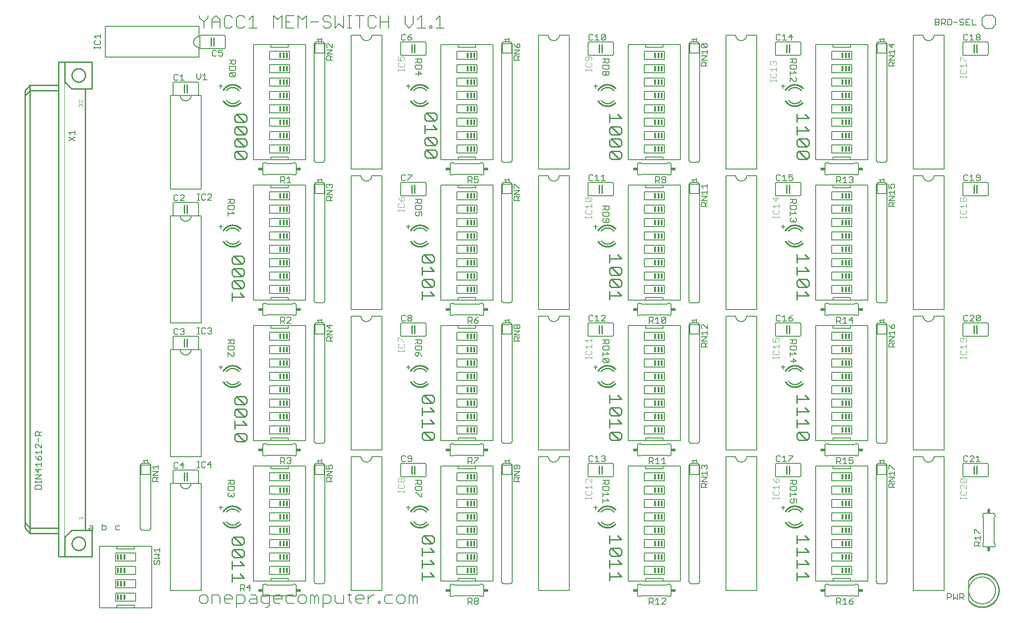
<source format=gbr>
G04 EAGLE Gerber RS-274X export*
G75*
%MOMM*%
%FSLAX34Y34*%
%LPD*%
%INSilkscreen Top*%
%IPPOS*%
%AMOC8*
5,1,8,0,0,1.08239X$1,22.5*%
G01*
%ADD10C,0.203200*%
%ADD11C,0.254000*%
%ADD12C,0.050800*%
%ADD13C,0.076200*%
%ADD14C,0.127000*%
%ADD15C,0.152400*%
%ADD16R,0.609600X0.863600*%
%ADD17C,0.101600*%
%ADD18R,0.381000X1.016000*%
%ADD19R,0.863600X0.609600*%
%ADD20C,0.015238*%
%ADD21C,0.025400*%


D10*
X255016Y1129304D02*
X255016Y1125406D01*
X262812Y1117610D01*
X270608Y1125406D01*
X270608Y1129304D01*
X262812Y1117610D02*
X262812Y1105916D01*
X278404Y1105916D02*
X278404Y1121508D01*
X286200Y1129304D01*
X293996Y1121508D01*
X293996Y1105916D01*
X293996Y1117610D02*
X278404Y1117610D01*
X313486Y1129304D02*
X317384Y1125406D01*
X313486Y1129304D02*
X305690Y1129304D01*
X301792Y1125406D01*
X301792Y1109814D01*
X305690Y1105916D01*
X313486Y1105916D01*
X317384Y1109814D01*
X336874Y1129304D02*
X340772Y1125406D01*
X336874Y1129304D02*
X329078Y1129304D01*
X325180Y1125406D01*
X325180Y1109814D01*
X329078Y1105916D01*
X336874Y1105916D01*
X340772Y1109814D01*
X348568Y1121508D02*
X356364Y1129304D01*
X356364Y1105916D01*
X348568Y1105916D02*
X364160Y1105916D01*
X395344Y1105916D02*
X395344Y1129304D01*
X403140Y1121508D01*
X410936Y1129304D01*
X410936Y1105916D01*
X418732Y1129304D02*
X434324Y1129304D01*
X418732Y1129304D02*
X418732Y1105916D01*
X434324Y1105916D01*
X426528Y1117610D02*
X418732Y1117610D01*
X442120Y1105916D02*
X442120Y1129304D01*
X449916Y1121508D01*
X457712Y1129304D01*
X457712Y1105916D01*
X465508Y1117610D02*
X481100Y1117610D01*
X500590Y1129304D02*
X504488Y1125406D01*
X500590Y1129304D02*
X492794Y1129304D01*
X488896Y1125406D01*
X488896Y1121508D01*
X492794Y1117610D01*
X500590Y1117610D01*
X504488Y1113712D01*
X504488Y1109814D01*
X500590Y1105916D01*
X492794Y1105916D01*
X488896Y1109814D01*
X512284Y1105916D02*
X512284Y1129304D01*
X520080Y1113712D02*
X512284Y1105916D01*
X520080Y1113712D02*
X527876Y1105916D01*
X527876Y1129304D01*
X535672Y1105916D02*
X543468Y1105916D01*
X539570Y1105916D02*
X539570Y1129304D01*
X535672Y1129304D02*
X543468Y1129304D01*
X559060Y1129304D02*
X559060Y1105916D01*
X551264Y1129304D02*
X566856Y1129304D01*
X586346Y1129304D02*
X590244Y1125406D01*
X586346Y1129304D02*
X578550Y1129304D01*
X574652Y1125406D01*
X574652Y1109814D01*
X578550Y1105916D01*
X586346Y1105916D01*
X590244Y1109814D01*
X598040Y1105916D02*
X598040Y1129304D01*
X598040Y1117610D02*
X613632Y1117610D01*
X613632Y1129304D02*
X613632Y1105916D01*
X644815Y1113712D02*
X644815Y1129304D01*
X644815Y1113712D02*
X652611Y1105916D01*
X660407Y1113712D01*
X660407Y1129304D01*
X668203Y1121508D02*
X675999Y1129304D01*
X675999Y1105916D01*
X668203Y1105916D02*
X683795Y1105916D01*
X691591Y1105916D02*
X691591Y1109814D01*
X695489Y1109814D01*
X695489Y1105916D01*
X691591Y1105916D01*
X703285Y1121508D02*
X711081Y1129304D01*
X711081Y1105916D01*
X703285Y1105916D02*
X718877Y1105916D01*
X266710Y13716D02*
X258914Y13716D01*
X266710Y13716D02*
X270608Y17614D01*
X270608Y25410D01*
X266710Y29308D01*
X258914Y29308D01*
X255016Y25410D01*
X255016Y17614D01*
X258914Y13716D01*
X278404Y13716D02*
X278404Y29308D01*
X290098Y29308D01*
X293996Y25410D01*
X293996Y13716D01*
X305690Y13716D02*
X313486Y13716D01*
X305690Y13716D02*
X301792Y17614D01*
X301792Y25410D01*
X305690Y29308D01*
X313486Y29308D01*
X317384Y25410D01*
X317384Y21512D01*
X301792Y21512D01*
X325180Y29308D02*
X325180Y5920D01*
X325180Y29308D02*
X336874Y29308D01*
X340772Y25410D01*
X340772Y17614D01*
X336874Y13716D01*
X325180Y13716D01*
X352466Y29308D02*
X360262Y29308D01*
X364160Y25410D01*
X364160Y13716D01*
X352466Y13716D01*
X348568Y17614D01*
X352466Y21512D01*
X364160Y21512D01*
X379752Y5920D02*
X383650Y5920D01*
X387548Y9818D01*
X387548Y29308D01*
X375854Y29308D01*
X371956Y25410D01*
X371956Y17614D01*
X375854Y13716D01*
X387548Y13716D01*
X399242Y13716D02*
X407038Y13716D01*
X399242Y13716D02*
X395344Y17614D01*
X395344Y25410D01*
X399242Y29308D01*
X407038Y29308D01*
X410936Y25410D01*
X410936Y21512D01*
X395344Y21512D01*
X422630Y29308D02*
X434324Y29308D01*
X422630Y29308D02*
X418732Y25410D01*
X418732Y17614D01*
X422630Y13716D01*
X434324Y13716D01*
X446018Y13716D02*
X453814Y13716D01*
X457712Y17614D01*
X457712Y25410D01*
X453814Y29308D01*
X446018Y29308D01*
X442120Y25410D01*
X442120Y17614D01*
X446018Y13716D01*
X465508Y13716D02*
X465508Y29308D01*
X469406Y29308D01*
X473304Y25410D01*
X473304Y13716D01*
X473304Y25410D02*
X477202Y29308D01*
X481100Y25410D01*
X481100Y13716D01*
X488896Y5920D02*
X488896Y29308D01*
X500590Y29308D01*
X504488Y25410D01*
X504488Y17614D01*
X500590Y13716D01*
X488896Y13716D01*
X512284Y17614D02*
X512284Y29308D01*
X512284Y17614D02*
X516182Y13716D01*
X527876Y13716D01*
X527876Y29308D01*
X539570Y33206D02*
X539570Y17614D01*
X543468Y13716D01*
X543468Y29308D02*
X535672Y29308D01*
X555162Y13716D02*
X562958Y13716D01*
X555162Y13716D02*
X551264Y17614D01*
X551264Y25410D01*
X555162Y29308D01*
X562958Y29308D01*
X566856Y25410D01*
X566856Y21512D01*
X551264Y21512D01*
X574652Y13716D02*
X574652Y29308D01*
X574652Y21512D02*
X582448Y29308D01*
X586346Y29308D01*
X594142Y17614D02*
X594142Y13716D01*
X594142Y17614D02*
X598040Y17614D01*
X598040Y13716D01*
X594142Y13716D01*
X609733Y29308D02*
X621427Y29308D01*
X609733Y29308D02*
X605836Y25410D01*
X605836Y17614D01*
X609733Y13716D01*
X621427Y13716D01*
X633121Y13716D02*
X640917Y13716D01*
X644815Y17614D01*
X644815Y25410D01*
X640917Y29308D01*
X633121Y29308D01*
X629223Y25410D01*
X629223Y17614D01*
X633121Y13716D01*
X652611Y13716D02*
X652611Y29308D01*
X656509Y29308D01*
X660407Y25410D01*
X660407Y13716D01*
X660407Y25410D02*
X664305Y29308D01*
X668203Y25410D01*
X668203Y13716D01*
D11*
X-76200Y986790D02*
X-67310Y996950D01*
X-12700Y996950D01*
X-13970Y986790D02*
X-67310Y986790D01*
X-76200Y986790D02*
X-76200Y976630D01*
X-76200Y166370D01*
X-76200Y156210D01*
X-67310Y156210D02*
X-13970Y156210D01*
X-67310Y146050D02*
X-76200Y156210D01*
X-67310Y146050D02*
X-12700Y146050D01*
D12*
X-2200Y102900D02*
X-2200Y1041370D01*
D11*
X-12600Y1041370D02*
X-12600Y102900D01*
X-12700Y102000D02*
X50800Y101999D01*
X50800Y1041400D02*
X-1270Y1041400D01*
X-12700Y1041400D01*
X50800Y101999D02*
X50800Y101601D01*
X50800Y101999D02*
X50800Y152400D01*
X38100Y152400D01*
X12700Y152400D01*
X-1270Y139700D01*
X50800Y990600D02*
X50800Y1041400D01*
X50800Y990600D02*
X38100Y990600D01*
X12700Y990600D01*
X-1270Y1003300D01*
X38100Y990600D02*
X38100Y152400D01*
X-67310Y156210D02*
X-76200Y166370D01*
X-67310Y986790D02*
X-67310Y996950D01*
X-67310Y986790D02*
X-67310Y156210D01*
X-67310Y146050D01*
X-76200Y976630D02*
X-67310Y986790D01*
X-1270Y139700D02*
X-1270Y102870D01*
X-1270Y1003300D02*
X-1270Y1041400D01*
X12700Y1016064D02*
X12704Y1016376D01*
X12715Y1016687D01*
X12734Y1016998D01*
X12761Y1017309D01*
X12796Y1017619D01*
X12837Y1017927D01*
X12887Y1018235D01*
X12944Y1018542D01*
X13009Y1018847D01*
X13081Y1019150D01*
X13160Y1019451D01*
X13247Y1019751D01*
X13341Y1020048D01*
X13442Y1020343D01*
X13551Y1020635D01*
X13667Y1020924D01*
X13790Y1021211D01*
X13919Y1021494D01*
X14056Y1021774D01*
X14200Y1022051D01*
X14350Y1022324D01*
X14507Y1022593D01*
X14670Y1022858D01*
X14840Y1023120D01*
X15017Y1023377D01*
X15199Y1023629D01*
X15388Y1023877D01*
X15583Y1024121D01*
X15783Y1024359D01*
X15990Y1024593D01*
X16202Y1024821D01*
X16420Y1025044D01*
X16643Y1025262D01*
X16871Y1025474D01*
X17105Y1025681D01*
X17343Y1025881D01*
X17587Y1026076D01*
X17835Y1026265D01*
X18087Y1026447D01*
X18344Y1026624D01*
X18606Y1026794D01*
X18871Y1026957D01*
X19140Y1027114D01*
X19413Y1027264D01*
X19690Y1027408D01*
X19970Y1027545D01*
X20253Y1027674D01*
X20540Y1027797D01*
X20829Y1027913D01*
X21121Y1028022D01*
X21416Y1028123D01*
X21713Y1028217D01*
X22013Y1028304D01*
X22314Y1028383D01*
X22617Y1028455D01*
X22922Y1028520D01*
X23229Y1028577D01*
X23537Y1028627D01*
X23845Y1028668D01*
X24155Y1028703D01*
X24466Y1028730D01*
X24777Y1028749D01*
X25088Y1028760D01*
X25400Y1028764D01*
X25712Y1028760D01*
X26023Y1028749D01*
X26334Y1028730D01*
X26645Y1028703D01*
X26955Y1028668D01*
X27263Y1028627D01*
X27571Y1028577D01*
X27878Y1028520D01*
X28183Y1028455D01*
X28486Y1028383D01*
X28787Y1028304D01*
X29087Y1028217D01*
X29384Y1028123D01*
X29679Y1028022D01*
X29971Y1027913D01*
X30260Y1027797D01*
X30547Y1027674D01*
X30830Y1027545D01*
X31110Y1027408D01*
X31387Y1027264D01*
X31660Y1027114D01*
X31929Y1026957D01*
X32194Y1026794D01*
X32456Y1026624D01*
X32713Y1026447D01*
X32965Y1026265D01*
X33213Y1026076D01*
X33457Y1025881D01*
X33695Y1025681D01*
X33929Y1025474D01*
X34157Y1025262D01*
X34380Y1025044D01*
X34598Y1024821D01*
X34810Y1024593D01*
X35017Y1024359D01*
X35217Y1024121D01*
X35412Y1023877D01*
X35601Y1023629D01*
X35783Y1023377D01*
X35960Y1023120D01*
X36130Y1022858D01*
X36293Y1022593D01*
X36450Y1022324D01*
X36600Y1022051D01*
X36744Y1021774D01*
X36881Y1021494D01*
X37010Y1021211D01*
X37133Y1020924D01*
X37249Y1020635D01*
X37358Y1020343D01*
X37459Y1020048D01*
X37553Y1019751D01*
X37640Y1019451D01*
X37719Y1019150D01*
X37791Y1018847D01*
X37856Y1018542D01*
X37913Y1018235D01*
X37963Y1017927D01*
X38004Y1017619D01*
X38039Y1017309D01*
X38066Y1016998D01*
X38085Y1016687D01*
X38096Y1016376D01*
X38100Y1016064D01*
X38096Y1015752D01*
X38085Y1015441D01*
X38066Y1015130D01*
X38039Y1014819D01*
X38004Y1014509D01*
X37963Y1014201D01*
X37913Y1013893D01*
X37856Y1013586D01*
X37791Y1013281D01*
X37719Y1012978D01*
X37640Y1012677D01*
X37553Y1012377D01*
X37459Y1012080D01*
X37358Y1011785D01*
X37249Y1011493D01*
X37133Y1011204D01*
X37010Y1010917D01*
X36881Y1010634D01*
X36744Y1010354D01*
X36600Y1010077D01*
X36450Y1009804D01*
X36293Y1009535D01*
X36130Y1009270D01*
X35960Y1009008D01*
X35783Y1008751D01*
X35601Y1008499D01*
X35412Y1008251D01*
X35217Y1008007D01*
X35017Y1007769D01*
X34810Y1007535D01*
X34598Y1007307D01*
X34380Y1007084D01*
X34157Y1006866D01*
X33929Y1006654D01*
X33695Y1006447D01*
X33457Y1006247D01*
X33213Y1006052D01*
X32965Y1005863D01*
X32713Y1005681D01*
X32456Y1005504D01*
X32194Y1005334D01*
X31929Y1005171D01*
X31660Y1005014D01*
X31387Y1004864D01*
X31110Y1004720D01*
X30830Y1004583D01*
X30547Y1004454D01*
X30260Y1004331D01*
X29971Y1004215D01*
X29679Y1004106D01*
X29384Y1004005D01*
X29087Y1003911D01*
X28787Y1003824D01*
X28486Y1003745D01*
X28183Y1003673D01*
X27878Y1003608D01*
X27571Y1003551D01*
X27263Y1003501D01*
X26955Y1003460D01*
X26645Y1003425D01*
X26334Y1003398D01*
X26023Y1003379D01*
X25712Y1003368D01*
X25400Y1003364D01*
X25088Y1003368D01*
X24777Y1003379D01*
X24466Y1003398D01*
X24155Y1003425D01*
X23845Y1003460D01*
X23537Y1003501D01*
X23229Y1003551D01*
X22922Y1003608D01*
X22617Y1003673D01*
X22314Y1003745D01*
X22013Y1003824D01*
X21713Y1003911D01*
X21416Y1004005D01*
X21121Y1004106D01*
X20829Y1004215D01*
X20540Y1004331D01*
X20253Y1004454D01*
X19970Y1004583D01*
X19690Y1004720D01*
X19413Y1004864D01*
X19140Y1005014D01*
X18871Y1005171D01*
X18606Y1005334D01*
X18344Y1005504D01*
X18087Y1005681D01*
X17835Y1005863D01*
X17587Y1006052D01*
X17343Y1006247D01*
X17105Y1006447D01*
X16871Y1006654D01*
X16643Y1006866D01*
X16420Y1007084D01*
X16202Y1007307D01*
X15990Y1007535D01*
X15783Y1007769D01*
X15583Y1008007D01*
X15388Y1008251D01*
X15199Y1008499D01*
X15017Y1008751D01*
X14840Y1009008D01*
X14670Y1009270D01*
X14507Y1009535D01*
X14350Y1009804D01*
X14200Y1010077D01*
X14056Y1010354D01*
X13919Y1010634D01*
X13790Y1010917D01*
X13667Y1011204D01*
X13551Y1011493D01*
X13442Y1011785D01*
X13341Y1012080D01*
X13247Y1012377D01*
X13160Y1012677D01*
X13081Y1012978D01*
X13009Y1013281D01*
X12944Y1013586D01*
X12887Y1013893D01*
X12837Y1014201D01*
X12796Y1014509D01*
X12761Y1014819D01*
X12734Y1015130D01*
X12715Y1015441D01*
X12704Y1015752D01*
X12700Y1016064D01*
X12700Y126936D02*
X12704Y127248D01*
X12715Y127559D01*
X12734Y127870D01*
X12761Y128181D01*
X12796Y128491D01*
X12837Y128799D01*
X12887Y129107D01*
X12944Y129414D01*
X13009Y129719D01*
X13081Y130022D01*
X13160Y130323D01*
X13247Y130623D01*
X13341Y130920D01*
X13442Y131215D01*
X13551Y131507D01*
X13667Y131796D01*
X13790Y132083D01*
X13919Y132366D01*
X14056Y132646D01*
X14200Y132923D01*
X14350Y133196D01*
X14507Y133465D01*
X14670Y133730D01*
X14840Y133992D01*
X15017Y134249D01*
X15199Y134501D01*
X15388Y134749D01*
X15583Y134993D01*
X15783Y135231D01*
X15990Y135465D01*
X16202Y135693D01*
X16420Y135916D01*
X16643Y136134D01*
X16871Y136346D01*
X17105Y136553D01*
X17343Y136753D01*
X17587Y136948D01*
X17835Y137137D01*
X18087Y137319D01*
X18344Y137496D01*
X18606Y137666D01*
X18871Y137829D01*
X19140Y137986D01*
X19413Y138136D01*
X19690Y138280D01*
X19970Y138417D01*
X20253Y138546D01*
X20540Y138669D01*
X20829Y138785D01*
X21121Y138894D01*
X21416Y138995D01*
X21713Y139089D01*
X22013Y139176D01*
X22314Y139255D01*
X22617Y139327D01*
X22922Y139392D01*
X23229Y139449D01*
X23537Y139499D01*
X23845Y139540D01*
X24155Y139575D01*
X24466Y139602D01*
X24777Y139621D01*
X25088Y139632D01*
X25400Y139636D01*
X25712Y139632D01*
X26023Y139621D01*
X26334Y139602D01*
X26645Y139575D01*
X26955Y139540D01*
X27263Y139499D01*
X27571Y139449D01*
X27878Y139392D01*
X28183Y139327D01*
X28486Y139255D01*
X28787Y139176D01*
X29087Y139089D01*
X29384Y138995D01*
X29679Y138894D01*
X29971Y138785D01*
X30260Y138669D01*
X30547Y138546D01*
X30830Y138417D01*
X31110Y138280D01*
X31387Y138136D01*
X31660Y137986D01*
X31929Y137829D01*
X32194Y137666D01*
X32456Y137496D01*
X32713Y137319D01*
X32965Y137137D01*
X33213Y136948D01*
X33457Y136753D01*
X33695Y136553D01*
X33929Y136346D01*
X34157Y136134D01*
X34380Y135916D01*
X34598Y135693D01*
X34810Y135465D01*
X35017Y135231D01*
X35217Y134993D01*
X35412Y134749D01*
X35601Y134501D01*
X35783Y134249D01*
X35960Y133992D01*
X36130Y133730D01*
X36293Y133465D01*
X36450Y133196D01*
X36600Y132923D01*
X36744Y132646D01*
X36881Y132366D01*
X37010Y132083D01*
X37133Y131796D01*
X37249Y131507D01*
X37358Y131215D01*
X37459Y130920D01*
X37553Y130623D01*
X37640Y130323D01*
X37719Y130022D01*
X37791Y129719D01*
X37856Y129414D01*
X37913Y129107D01*
X37963Y128799D01*
X38004Y128491D01*
X38039Y128181D01*
X38066Y127870D01*
X38085Y127559D01*
X38096Y127248D01*
X38100Y126936D01*
X38096Y126624D01*
X38085Y126313D01*
X38066Y126002D01*
X38039Y125691D01*
X38004Y125381D01*
X37963Y125073D01*
X37913Y124765D01*
X37856Y124458D01*
X37791Y124153D01*
X37719Y123850D01*
X37640Y123549D01*
X37553Y123249D01*
X37459Y122952D01*
X37358Y122657D01*
X37249Y122365D01*
X37133Y122076D01*
X37010Y121789D01*
X36881Y121506D01*
X36744Y121226D01*
X36600Y120949D01*
X36450Y120676D01*
X36293Y120407D01*
X36130Y120142D01*
X35960Y119880D01*
X35783Y119623D01*
X35601Y119371D01*
X35412Y119123D01*
X35217Y118879D01*
X35017Y118641D01*
X34810Y118407D01*
X34598Y118179D01*
X34380Y117956D01*
X34157Y117738D01*
X33929Y117526D01*
X33695Y117319D01*
X33457Y117119D01*
X33213Y116924D01*
X32965Y116735D01*
X32713Y116553D01*
X32456Y116376D01*
X32194Y116206D01*
X31929Y116043D01*
X31660Y115886D01*
X31387Y115736D01*
X31110Y115592D01*
X30830Y115455D01*
X30547Y115326D01*
X30260Y115203D01*
X29971Y115087D01*
X29679Y114978D01*
X29384Y114877D01*
X29087Y114783D01*
X28787Y114696D01*
X28486Y114617D01*
X28183Y114545D01*
X27878Y114480D01*
X27571Y114423D01*
X27263Y114373D01*
X26955Y114332D01*
X26645Y114297D01*
X26334Y114270D01*
X26023Y114251D01*
X25712Y114240D01*
X25400Y114236D01*
X25088Y114240D01*
X24777Y114251D01*
X24466Y114270D01*
X24155Y114297D01*
X23845Y114332D01*
X23537Y114373D01*
X23229Y114423D01*
X22922Y114480D01*
X22617Y114545D01*
X22314Y114617D01*
X22013Y114696D01*
X21713Y114783D01*
X21416Y114877D01*
X21121Y114978D01*
X20829Y115087D01*
X20540Y115203D01*
X20253Y115326D01*
X19970Y115455D01*
X19690Y115592D01*
X19413Y115736D01*
X19140Y115886D01*
X18871Y116043D01*
X18606Y116206D01*
X18344Y116376D01*
X18087Y116553D01*
X17835Y116735D01*
X17587Y116924D01*
X17343Y117119D01*
X17105Y117319D01*
X16871Y117526D01*
X16643Y117738D01*
X16420Y117956D01*
X16202Y118179D01*
X15990Y118407D01*
X15783Y118641D01*
X15583Y118879D01*
X15388Y119123D01*
X15199Y119371D01*
X15017Y119623D01*
X14840Y119880D01*
X14670Y120142D01*
X14507Y120407D01*
X14350Y120676D01*
X14200Y120949D01*
X14056Y121226D01*
X13919Y121506D01*
X13790Y121789D01*
X13667Y122076D01*
X13551Y122365D01*
X13442Y122657D01*
X13341Y122952D01*
X13247Y123249D01*
X13160Y123549D01*
X13081Y123850D01*
X13009Y124153D01*
X12944Y124458D01*
X12887Y124765D01*
X12837Y125073D01*
X12796Y125381D01*
X12761Y125691D01*
X12734Y126002D01*
X12715Y126313D01*
X12704Y126624D01*
X12700Y126936D01*
D13*
X28232Y173237D02*
X25775Y175694D01*
X33147Y175694D01*
X33147Y173237D02*
X33147Y178152D01*
D14*
X46728Y160662D02*
X50541Y160662D01*
X52448Y158755D01*
X52448Y153035D01*
X46728Y153035D01*
X44821Y154942D01*
X46728Y156848D01*
X52448Y156848D01*
X70221Y153035D02*
X70221Y164475D01*
X70221Y153035D02*
X75941Y153035D01*
X77848Y154942D01*
X77848Y158755D01*
X75941Y160662D01*
X70221Y160662D01*
X97528Y160662D02*
X103248Y160662D01*
X97528Y160662D02*
X95621Y158755D01*
X95621Y154942D01*
X97528Y153035D01*
X103248Y153035D01*
D13*
X27003Y956963D02*
X25775Y958191D01*
X25775Y960649D01*
X27003Y961878D01*
X28232Y961878D01*
X29461Y960649D01*
X29461Y959420D01*
X29461Y960649D02*
X30690Y961878D01*
X31918Y961878D01*
X33147Y960649D01*
X33147Y958191D01*
X31918Y956963D01*
X33147Y964447D02*
X33147Y969362D01*
X33147Y964447D02*
X28232Y969362D01*
X27003Y969362D01*
X25775Y968133D01*
X25775Y965676D01*
X27003Y964447D01*
D14*
X-45085Y230493D02*
X-56525Y230493D01*
X-45085Y230493D02*
X-45085Y236213D01*
X-46992Y238120D01*
X-54618Y238120D01*
X-56525Y236213D01*
X-56525Y230493D01*
X-45085Y242187D02*
X-45085Y246000D01*
X-45085Y244094D02*
X-56525Y244094D01*
X-56525Y246000D02*
X-56525Y242187D01*
X-56525Y249983D02*
X-45085Y249983D01*
X-45085Y257610D02*
X-56525Y249983D01*
X-56525Y257610D02*
X-45085Y257610D01*
X-45085Y267397D02*
X-56525Y267397D01*
X-50805Y261677D01*
X-50805Y269303D01*
X-52712Y273371D02*
X-56525Y277184D01*
X-45085Y277184D01*
X-45085Y273371D02*
X-45085Y280997D01*
X-54618Y288878D02*
X-56525Y292691D01*
X-54618Y288878D02*
X-50805Y285065D01*
X-46992Y285065D01*
X-45085Y286972D01*
X-45085Y290785D01*
X-46992Y292691D01*
X-48898Y292691D01*
X-50805Y290785D01*
X-50805Y285065D01*
X-52712Y296759D02*
X-56525Y300572D01*
X-45085Y300572D01*
X-45085Y296759D02*
X-45085Y304385D01*
X-45085Y308453D02*
X-45085Y316079D01*
X-45085Y308453D02*
X-52712Y316079D01*
X-54618Y316079D01*
X-56525Y314173D01*
X-56525Y310359D01*
X-54618Y308453D01*
X-50805Y320147D02*
X-50805Y327773D01*
X-45085Y331841D02*
X-56525Y331841D01*
X-56525Y337561D01*
X-54618Y339467D01*
X-50805Y339467D01*
X-48898Y337561D01*
X-48898Y331841D01*
X-48898Y335654D02*
X-45085Y339467D01*
X6975Y891647D02*
X18415Y899274D01*
X18415Y891647D02*
X6975Y899274D01*
X10789Y903341D02*
X6975Y907154D01*
X18415Y907154D01*
X18415Y903341D02*
X18415Y910968D01*
D10*
X1714500Y57150D02*
X1714500Y19050D01*
D11*
X1714974Y18434D01*
X1715463Y17829D01*
X1715967Y17237D01*
X1716485Y16657D01*
X1717017Y16090D01*
X1717563Y15536D01*
X1718122Y14996D01*
X1718695Y14470D01*
X1719280Y13957D01*
X1719877Y13460D01*
X1720486Y12977D01*
X1721107Y12509D01*
X1721740Y12056D01*
X1722383Y11619D01*
X1723037Y11198D01*
X1723701Y10794D01*
X1724374Y10405D01*
X1725057Y10033D01*
X1725749Y9678D01*
X1726449Y9340D01*
X1727157Y9019D01*
X1727873Y8716D01*
X1728597Y8430D01*
X1729326Y8162D01*
X1730063Y7912D01*
X1730805Y7681D01*
X1731553Y7467D01*
X1732305Y7272D01*
X1733063Y7095D01*
X1733824Y6937D01*
X1734589Y6797D01*
X1735357Y6677D01*
X1736128Y6575D01*
X1736901Y6492D01*
X1737676Y6428D01*
X1738452Y6383D01*
X1739229Y6357D01*
X1740007Y6350D01*
X1740784Y6362D01*
X1741561Y6393D01*
X1742337Y6444D01*
X1743112Y6513D01*
X1743884Y6601D01*
X1744654Y6708D01*
X1745422Y6834D01*
X1746186Y6978D01*
X1746946Y7142D01*
X1747702Y7324D01*
X1748453Y7524D01*
X1749200Y7742D01*
X1749940Y7979D01*
X1750675Y8234D01*
X1751403Y8507D01*
X1752124Y8798D01*
X1752838Y9106D01*
X1753544Y9431D01*
X1754242Y9774D01*
X1754932Y10134D01*
X1755612Y10510D01*
X1756283Y10903D01*
X1756944Y11313D01*
X1757595Y11738D01*
X1758235Y12179D01*
X1758864Y12636D01*
X1759482Y13108D01*
X1760088Y13595D01*
X1760682Y14097D01*
X1761264Y14613D01*
X1761833Y15143D01*
X1762388Y15687D01*
X1762931Y16245D01*
X1763459Y16815D01*
X1763973Y17398D01*
X1764473Y17994D01*
X1764958Y18602D01*
X1765428Y19221D01*
X1765882Y19852D01*
X1766321Y20494D01*
X1766745Y21146D01*
X1767152Y21809D01*
X1767543Y22481D01*
X1767917Y23163D01*
X1768274Y23853D01*
X1768614Y24552D01*
X1768938Y25260D01*
X1769243Y25974D01*
X1769532Y26697D01*
X1769802Y27426D01*
X1770054Y28161D01*
X1770289Y28903D01*
X1770505Y29650D01*
X1770703Y30402D01*
X1770882Y31158D01*
X1771043Y31919D01*
X1771185Y32683D01*
X1771308Y33451D01*
X1771412Y34222D01*
X1771498Y34995D01*
X1771564Y35769D01*
X1771612Y36545D01*
X1771640Y37322D01*
X1771650Y38100D01*
X1771640Y38878D01*
X1771612Y39655D01*
X1771564Y40431D01*
X1771498Y41205D01*
X1771412Y41978D01*
X1771308Y42749D01*
X1771185Y43517D01*
X1771043Y44281D01*
X1770882Y45042D01*
X1770703Y45798D01*
X1770505Y46550D01*
X1770289Y47297D01*
X1770054Y48039D01*
X1769802Y48774D01*
X1769532Y49503D01*
X1769243Y50226D01*
X1768938Y50940D01*
X1768614Y51648D01*
X1768274Y52347D01*
X1767917Y53037D01*
X1767543Y53719D01*
X1767152Y54391D01*
X1766745Y55054D01*
X1766321Y55706D01*
X1765882Y56348D01*
X1765428Y56979D01*
X1764958Y57598D01*
X1764473Y58206D01*
X1763973Y58802D01*
X1763459Y59385D01*
X1762931Y59955D01*
X1762388Y60513D01*
X1761833Y61057D01*
X1761264Y61587D01*
X1760682Y62103D01*
X1760088Y62605D01*
X1759482Y63092D01*
X1758864Y63564D01*
X1758235Y64021D01*
X1757595Y64462D01*
X1756944Y64887D01*
X1756283Y65297D01*
X1755612Y65690D01*
X1754932Y66066D01*
X1754242Y66426D01*
X1753544Y66769D01*
X1752838Y67094D01*
X1752124Y67402D01*
X1751403Y67693D01*
X1750675Y67966D01*
X1749940Y68221D01*
X1749200Y68458D01*
X1748453Y68676D01*
X1747702Y68876D01*
X1746946Y69058D01*
X1746186Y69222D01*
X1745422Y69366D01*
X1744654Y69492D01*
X1743884Y69599D01*
X1743112Y69687D01*
X1742337Y69756D01*
X1741561Y69807D01*
X1740784Y69838D01*
X1740007Y69850D01*
X1739229Y69843D01*
X1738452Y69817D01*
X1737676Y69772D01*
X1736901Y69708D01*
X1736128Y69625D01*
X1735357Y69523D01*
X1734589Y69403D01*
X1733824Y69263D01*
X1733063Y69105D01*
X1732305Y68928D01*
X1731553Y68733D01*
X1730805Y68519D01*
X1730063Y68288D01*
X1729326Y68038D01*
X1728597Y67770D01*
X1727873Y67484D01*
X1727157Y67181D01*
X1726449Y66860D01*
X1725749Y66522D01*
X1725057Y66167D01*
X1724374Y65795D01*
X1723701Y65406D01*
X1723037Y65002D01*
X1722383Y64581D01*
X1721740Y64144D01*
X1721107Y63691D01*
X1720486Y63223D01*
X1719877Y62740D01*
X1719280Y62243D01*
X1718695Y61730D01*
X1718122Y61204D01*
X1717563Y60664D01*
X1717017Y60110D01*
X1716485Y59543D01*
X1715967Y58963D01*
X1715463Y58371D01*
X1714974Y57766D01*
X1714500Y57150D01*
D15*
X1714500Y38100D02*
X1714508Y38723D01*
X1714531Y39346D01*
X1714569Y39969D01*
X1714622Y40590D01*
X1714691Y41209D01*
X1714775Y41827D01*
X1714874Y42442D01*
X1714988Y43055D01*
X1715117Y43665D01*
X1715261Y44272D01*
X1715420Y44875D01*
X1715594Y45473D01*
X1715782Y46068D01*
X1715985Y46657D01*
X1716202Y47241D01*
X1716433Y47820D01*
X1716679Y48393D01*
X1716939Y48960D01*
X1717212Y49520D01*
X1717499Y50073D01*
X1717800Y50620D01*
X1718114Y51158D01*
X1718441Y51689D01*
X1718781Y52211D01*
X1719133Y52726D01*
X1719499Y53231D01*
X1719876Y53727D01*
X1720266Y54214D01*
X1720667Y54691D01*
X1721080Y55158D01*
X1721504Y55614D01*
X1721939Y56061D01*
X1722386Y56496D01*
X1722842Y56920D01*
X1723309Y57333D01*
X1723786Y57734D01*
X1724273Y58124D01*
X1724769Y58501D01*
X1725274Y58867D01*
X1725789Y59219D01*
X1726311Y59559D01*
X1726842Y59886D01*
X1727380Y60200D01*
X1727927Y60501D01*
X1728480Y60788D01*
X1729040Y61061D01*
X1729607Y61321D01*
X1730180Y61567D01*
X1730759Y61798D01*
X1731343Y62015D01*
X1731932Y62218D01*
X1732527Y62406D01*
X1733125Y62580D01*
X1733728Y62739D01*
X1734335Y62883D01*
X1734945Y63012D01*
X1735558Y63126D01*
X1736173Y63225D01*
X1736791Y63309D01*
X1737410Y63378D01*
X1738031Y63431D01*
X1738654Y63469D01*
X1739277Y63492D01*
X1739900Y63500D01*
X1740523Y63492D01*
X1741146Y63469D01*
X1741769Y63431D01*
X1742390Y63378D01*
X1743009Y63309D01*
X1743627Y63225D01*
X1744242Y63126D01*
X1744855Y63012D01*
X1745465Y62883D01*
X1746072Y62739D01*
X1746675Y62580D01*
X1747273Y62406D01*
X1747868Y62218D01*
X1748457Y62015D01*
X1749041Y61798D01*
X1749620Y61567D01*
X1750193Y61321D01*
X1750760Y61061D01*
X1751320Y60788D01*
X1751873Y60501D01*
X1752420Y60200D01*
X1752958Y59886D01*
X1753489Y59559D01*
X1754011Y59219D01*
X1754526Y58867D01*
X1755031Y58501D01*
X1755527Y58124D01*
X1756014Y57734D01*
X1756491Y57333D01*
X1756958Y56920D01*
X1757414Y56496D01*
X1757861Y56061D01*
X1758296Y55614D01*
X1758720Y55158D01*
X1759133Y54691D01*
X1759534Y54214D01*
X1759924Y53727D01*
X1760301Y53231D01*
X1760667Y52726D01*
X1761019Y52211D01*
X1761359Y51689D01*
X1761686Y51158D01*
X1762000Y50620D01*
X1762301Y50073D01*
X1762588Y49520D01*
X1762861Y48960D01*
X1763121Y48393D01*
X1763367Y47820D01*
X1763598Y47241D01*
X1763815Y46657D01*
X1764018Y46068D01*
X1764206Y45473D01*
X1764380Y44875D01*
X1764539Y44272D01*
X1764683Y43665D01*
X1764812Y43055D01*
X1764926Y42442D01*
X1765025Y41827D01*
X1765109Y41209D01*
X1765178Y40590D01*
X1765231Y39969D01*
X1765269Y39346D01*
X1765292Y38723D01*
X1765300Y38100D01*
X1765292Y37477D01*
X1765269Y36854D01*
X1765231Y36231D01*
X1765178Y35610D01*
X1765109Y34991D01*
X1765025Y34373D01*
X1764926Y33758D01*
X1764812Y33145D01*
X1764683Y32535D01*
X1764539Y31928D01*
X1764380Y31325D01*
X1764206Y30727D01*
X1764018Y30132D01*
X1763815Y29543D01*
X1763598Y28959D01*
X1763367Y28380D01*
X1763121Y27807D01*
X1762861Y27240D01*
X1762588Y26680D01*
X1762301Y26127D01*
X1762000Y25580D01*
X1761686Y25042D01*
X1761359Y24511D01*
X1761019Y23989D01*
X1760667Y23474D01*
X1760301Y22969D01*
X1759924Y22473D01*
X1759534Y21986D01*
X1759133Y21509D01*
X1758720Y21042D01*
X1758296Y20586D01*
X1757861Y20139D01*
X1757414Y19704D01*
X1756958Y19280D01*
X1756491Y18867D01*
X1756014Y18466D01*
X1755527Y18076D01*
X1755031Y17699D01*
X1754526Y17333D01*
X1754011Y16981D01*
X1753489Y16641D01*
X1752958Y16314D01*
X1752420Y16000D01*
X1751873Y15699D01*
X1751320Y15412D01*
X1750760Y15139D01*
X1750193Y14879D01*
X1749620Y14633D01*
X1749041Y14402D01*
X1748457Y14185D01*
X1747868Y13982D01*
X1747273Y13794D01*
X1746675Y13620D01*
X1746072Y13461D01*
X1745465Y13317D01*
X1744855Y13188D01*
X1744242Y13074D01*
X1743627Y12975D01*
X1743009Y12891D01*
X1742390Y12822D01*
X1741769Y12769D01*
X1741146Y12731D01*
X1740523Y12708D01*
X1739900Y12700D01*
X1739277Y12708D01*
X1738654Y12731D01*
X1738031Y12769D01*
X1737410Y12822D01*
X1736791Y12891D01*
X1736173Y12975D01*
X1735558Y13074D01*
X1734945Y13188D01*
X1734335Y13317D01*
X1733728Y13461D01*
X1733125Y13620D01*
X1732527Y13794D01*
X1731932Y13982D01*
X1731343Y14185D01*
X1730759Y14402D01*
X1730180Y14633D01*
X1729607Y14879D01*
X1729040Y15139D01*
X1728480Y15412D01*
X1727927Y15699D01*
X1727380Y16000D01*
X1726842Y16314D01*
X1726311Y16641D01*
X1725789Y16981D01*
X1725274Y17333D01*
X1724769Y17699D01*
X1724273Y18076D01*
X1723786Y18466D01*
X1723309Y18867D01*
X1722842Y19280D01*
X1722386Y19704D01*
X1721939Y20139D01*
X1721504Y20586D01*
X1721080Y21042D01*
X1720667Y21509D01*
X1720266Y21986D01*
X1719876Y22473D01*
X1719499Y22969D01*
X1719133Y23474D01*
X1718781Y23989D01*
X1718441Y24511D01*
X1718114Y25042D01*
X1717800Y25580D01*
X1717499Y26127D01*
X1717212Y26680D01*
X1716939Y27240D01*
X1716679Y27807D01*
X1716433Y28380D01*
X1716202Y28959D01*
X1715985Y29543D01*
X1715782Y30132D01*
X1715594Y30727D01*
X1715420Y31325D01*
X1715261Y31928D01*
X1715117Y32535D01*
X1714988Y33145D01*
X1714874Y33758D01*
X1714775Y34373D01*
X1714691Y34991D01*
X1714622Y35610D01*
X1714569Y36231D01*
X1714531Y36854D01*
X1714508Y37477D01*
X1714500Y38100D01*
D14*
X1673703Y32141D02*
X1673703Y20701D01*
X1673703Y32141D02*
X1679423Y32141D01*
X1681330Y30234D01*
X1681330Y26421D01*
X1679423Y24514D01*
X1673703Y24514D01*
X1685397Y20701D02*
X1685397Y32141D01*
X1689210Y24514D02*
X1685397Y20701D01*
X1689210Y24514D02*
X1693024Y20701D01*
X1693024Y32141D01*
X1697091Y32141D02*
X1697091Y20701D01*
X1697091Y32141D02*
X1702811Y32141D01*
X1704717Y30234D01*
X1704717Y26421D01*
X1702811Y24514D01*
X1697091Y24514D01*
X1700904Y24514D02*
X1704717Y20701D01*
D15*
X1743710Y120650D02*
X1743610Y120652D01*
X1743511Y120658D01*
X1743411Y120668D01*
X1743313Y120681D01*
X1743214Y120699D01*
X1743117Y120720D01*
X1743021Y120745D01*
X1742925Y120774D01*
X1742831Y120807D01*
X1742738Y120843D01*
X1742647Y120883D01*
X1742557Y120927D01*
X1742469Y120974D01*
X1742383Y121024D01*
X1742299Y121078D01*
X1742217Y121135D01*
X1742138Y121195D01*
X1742060Y121259D01*
X1741986Y121325D01*
X1741914Y121394D01*
X1741845Y121466D01*
X1741779Y121540D01*
X1741715Y121618D01*
X1741655Y121697D01*
X1741598Y121779D01*
X1741544Y121863D01*
X1741494Y121949D01*
X1741447Y122037D01*
X1741403Y122127D01*
X1741363Y122218D01*
X1741327Y122311D01*
X1741294Y122405D01*
X1741265Y122501D01*
X1741240Y122597D01*
X1741219Y122694D01*
X1741201Y122793D01*
X1741188Y122891D01*
X1741178Y122991D01*
X1741172Y123090D01*
X1741170Y123190D01*
X1761490Y120650D02*
X1761590Y120652D01*
X1761689Y120658D01*
X1761789Y120668D01*
X1761887Y120681D01*
X1761986Y120699D01*
X1762083Y120720D01*
X1762179Y120745D01*
X1762275Y120774D01*
X1762369Y120807D01*
X1762462Y120843D01*
X1762553Y120883D01*
X1762643Y120927D01*
X1762731Y120974D01*
X1762817Y121024D01*
X1762901Y121078D01*
X1762983Y121135D01*
X1763062Y121195D01*
X1763140Y121259D01*
X1763214Y121325D01*
X1763286Y121394D01*
X1763355Y121466D01*
X1763421Y121540D01*
X1763485Y121618D01*
X1763545Y121697D01*
X1763602Y121779D01*
X1763656Y121863D01*
X1763706Y121949D01*
X1763753Y122037D01*
X1763797Y122127D01*
X1763837Y122218D01*
X1763873Y122311D01*
X1763906Y122405D01*
X1763935Y122501D01*
X1763960Y122597D01*
X1763981Y122694D01*
X1763999Y122793D01*
X1764012Y122891D01*
X1764022Y122991D01*
X1764028Y123090D01*
X1764030Y123190D01*
X1764030Y181610D02*
X1764028Y181710D01*
X1764022Y181809D01*
X1764012Y181909D01*
X1763999Y182007D01*
X1763981Y182106D01*
X1763960Y182203D01*
X1763935Y182299D01*
X1763906Y182395D01*
X1763873Y182489D01*
X1763837Y182582D01*
X1763797Y182673D01*
X1763753Y182763D01*
X1763706Y182851D01*
X1763656Y182937D01*
X1763602Y183021D01*
X1763545Y183103D01*
X1763485Y183182D01*
X1763421Y183260D01*
X1763355Y183334D01*
X1763286Y183406D01*
X1763214Y183475D01*
X1763140Y183541D01*
X1763062Y183605D01*
X1762983Y183665D01*
X1762901Y183722D01*
X1762817Y183776D01*
X1762731Y183826D01*
X1762643Y183873D01*
X1762553Y183917D01*
X1762462Y183957D01*
X1762369Y183993D01*
X1762275Y184026D01*
X1762179Y184055D01*
X1762083Y184080D01*
X1761986Y184101D01*
X1761887Y184119D01*
X1761789Y184132D01*
X1761689Y184142D01*
X1761590Y184148D01*
X1761490Y184150D01*
X1743710Y184150D02*
X1743610Y184148D01*
X1743511Y184142D01*
X1743411Y184132D01*
X1743313Y184119D01*
X1743214Y184101D01*
X1743117Y184080D01*
X1743021Y184055D01*
X1742925Y184026D01*
X1742831Y183993D01*
X1742738Y183957D01*
X1742647Y183917D01*
X1742557Y183873D01*
X1742469Y183826D01*
X1742383Y183776D01*
X1742299Y183722D01*
X1742217Y183665D01*
X1742138Y183605D01*
X1742060Y183541D01*
X1741986Y183475D01*
X1741914Y183406D01*
X1741845Y183334D01*
X1741779Y183260D01*
X1741715Y183182D01*
X1741655Y183103D01*
X1741598Y183021D01*
X1741544Y182937D01*
X1741494Y182851D01*
X1741447Y182763D01*
X1741403Y182673D01*
X1741363Y182582D01*
X1741327Y182489D01*
X1741294Y182395D01*
X1741265Y182299D01*
X1741240Y182203D01*
X1741219Y182106D01*
X1741201Y182007D01*
X1741188Y181909D01*
X1741178Y181809D01*
X1741172Y181710D01*
X1741170Y181610D01*
X1743710Y120650D02*
X1761490Y120650D01*
X1741170Y123190D02*
X1741170Y127000D01*
X1742440Y128270D01*
X1764030Y127000D02*
X1764030Y123190D01*
X1764030Y127000D02*
X1762760Y128270D01*
X1742440Y176530D02*
X1741170Y177800D01*
X1742440Y176530D02*
X1742440Y128270D01*
X1762760Y176530D02*
X1764030Y177800D01*
X1762760Y176530D02*
X1762760Y128270D01*
X1741170Y177800D02*
X1741170Y181610D01*
X1764030Y181610D02*
X1764030Y177800D01*
X1761490Y184150D02*
X1743710Y184150D01*
D16*
X1752600Y188468D03*
X1752600Y116332D03*
D14*
X1736725Y122555D02*
X1725285Y122555D01*
X1725285Y128275D01*
X1727192Y130182D01*
X1731005Y130182D01*
X1732912Y128275D01*
X1732912Y122555D01*
X1732912Y126368D02*
X1736725Y130182D01*
X1729099Y134249D02*
X1725285Y138062D01*
X1736725Y138062D01*
X1736725Y134249D02*
X1736725Y141875D01*
X1725285Y145943D02*
X1725285Y153569D01*
X1727192Y153569D01*
X1734818Y145943D01*
X1736725Y145943D01*
D15*
X600710Y838200D02*
X600710Y1092200D01*
X542290Y1092200D02*
X542290Y838200D01*
X600710Y838200D01*
X600710Y1092200D02*
X581660Y1092200D01*
X561340Y1092200D02*
X542290Y1092200D01*
X561340Y1092200D02*
X561343Y1091953D01*
X561352Y1091705D01*
X561367Y1091458D01*
X561388Y1091212D01*
X561415Y1090966D01*
X561448Y1090721D01*
X561487Y1090476D01*
X561532Y1090233D01*
X561583Y1089991D01*
X561640Y1089750D01*
X561702Y1089511D01*
X561771Y1089273D01*
X561845Y1089037D01*
X561925Y1088803D01*
X562010Y1088571D01*
X562102Y1088341D01*
X562198Y1088113D01*
X562301Y1087888D01*
X562408Y1087665D01*
X562522Y1087445D01*
X562640Y1087228D01*
X562764Y1087013D01*
X562893Y1086802D01*
X563027Y1086594D01*
X563166Y1086389D01*
X563310Y1086188D01*
X563458Y1085990D01*
X563612Y1085796D01*
X563770Y1085606D01*
X563933Y1085420D01*
X564100Y1085238D01*
X564272Y1085060D01*
X564448Y1084886D01*
X564628Y1084716D01*
X564813Y1084551D01*
X565001Y1084391D01*
X565193Y1084235D01*
X565389Y1084083D01*
X565588Y1083937D01*
X565791Y1083795D01*
X565998Y1083659D01*
X566207Y1083527D01*
X566420Y1083401D01*
X566636Y1083280D01*
X566854Y1083164D01*
X567076Y1083054D01*
X567300Y1082949D01*
X567526Y1082849D01*
X567755Y1082755D01*
X567986Y1082667D01*
X568220Y1082584D01*
X568455Y1082507D01*
X568692Y1082436D01*
X568930Y1082370D01*
X569170Y1082311D01*
X569412Y1082257D01*
X569655Y1082209D01*
X569898Y1082167D01*
X570143Y1082131D01*
X570389Y1082101D01*
X570635Y1082077D01*
X570882Y1082059D01*
X571129Y1082047D01*
X571376Y1082041D01*
X571624Y1082041D01*
X571871Y1082047D01*
X572118Y1082059D01*
X572365Y1082077D01*
X572611Y1082101D01*
X572857Y1082131D01*
X573102Y1082167D01*
X573345Y1082209D01*
X573588Y1082257D01*
X573830Y1082311D01*
X574070Y1082370D01*
X574308Y1082436D01*
X574545Y1082507D01*
X574780Y1082584D01*
X575014Y1082667D01*
X575245Y1082755D01*
X575474Y1082849D01*
X575700Y1082949D01*
X575924Y1083054D01*
X576146Y1083164D01*
X576364Y1083280D01*
X576580Y1083401D01*
X576793Y1083527D01*
X577002Y1083659D01*
X577209Y1083795D01*
X577412Y1083937D01*
X577611Y1084083D01*
X577807Y1084235D01*
X577999Y1084391D01*
X578187Y1084551D01*
X578372Y1084716D01*
X578552Y1084886D01*
X578728Y1085060D01*
X578900Y1085238D01*
X579067Y1085420D01*
X579230Y1085606D01*
X579388Y1085796D01*
X579542Y1085990D01*
X579690Y1086188D01*
X579834Y1086389D01*
X579973Y1086594D01*
X580107Y1086802D01*
X580236Y1087013D01*
X580360Y1087228D01*
X580478Y1087445D01*
X580592Y1087665D01*
X580699Y1087888D01*
X580802Y1088113D01*
X580898Y1088341D01*
X580990Y1088571D01*
X581075Y1088803D01*
X581155Y1089037D01*
X581229Y1089273D01*
X581298Y1089511D01*
X581360Y1089750D01*
X581417Y1089991D01*
X581468Y1090233D01*
X581513Y1090476D01*
X581552Y1090721D01*
X581585Y1090966D01*
X581612Y1091212D01*
X581633Y1091458D01*
X581648Y1091705D01*
X581657Y1091953D01*
X581660Y1092200D01*
D17*
X643382Y1028026D02*
X643382Y1024128D01*
X643382Y1026077D02*
X631688Y1026077D01*
X631688Y1024128D02*
X631688Y1028026D01*
X631688Y1037771D02*
X633637Y1039720D01*
X631688Y1037771D02*
X631688Y1033873D01*
X633637Y1031924D01*
X641433Y1031924D01*
X643382Y1033873D01*
X643382Y1037771D01*
X641433Y1039720D01*
X631688Y1043618D02*
X631688Y1051414D01*
X631688Y1043618D02*
X637535Y1043618D01*
X635586Y1047516D01*
X635586Y1049465D01*
X637535Y1051414D01*
X641433Y1051414D01*
X643382Y1049465D01*
X643382Y1045567D01*
X641433Y1043618D01*
D15*
X472440Y1074420D02*
X472440Y855980D01*
X492760Y855980D02*
X492760Y1074420D01*
X491490Y1057910D02*
X473710Y1057910D01*
X473710Y1075690D01*
X487680Y1079500D02*
X487820Y1079498D01*
X487960Y1079492D01*
X488100Y1079483D01*
X488239Y1079469D01*
X488378Y1079452D01*
X488516Y1079431D01*
X488654Y1079406D01*
X488791Y1079377D01*
X488927Y1079345D01*
X489062Y1079308D01*
X489196Y1079268D01*
X489329Y1079225D01*
X489461Y1079177D01*
X489592Y1079127D01*
X489721Y1079072D01*
X489848Y1079014D01*
X489974Y1078953D01*
X490098Y1078888D01*
X490220Y1078819D01*
X490340Y1078748D01*
X490458Y1078673D01*
X490575Y1078595D01*
X490689Y1078513D01*
X490800Y1078429D01*
X490909Y1078341D01*
X491016Y1078251D01*
X491121Y1078157D01*
X491222Y1078061D01*
X491321Y1077962D01*
X491417Y1077861D01*
X491511Y1077756D01*
X491601Y1077649D01*
X491689Y1077540D01*
X491773Y1077429D01*
X491855Y1077315D01*
X491933Y1077198D01*
X492008Y1077080D01*
X492079Y1076960D01*
X492148Y1076838D01*
X492213Y1076714D01*
X492274Y1076588D01*
X492332Y1076461D01*
X492387Y1076332D01*
X492437Y1076201D01*
X492485Y1076069D01*
X492528Y1075936D01*
X492568Y1075802D01*
X492605Y1075667D01*
X492637Y1075531D01*
X492666Y1075394D01*
X492691Y1075256D01*
X492712Y1075118D01*
X492729Y1074979D01*
X492743Y1074840D01*
X492752Y1074700D01*
X492758Y1074560D01*
X492760Y1074420D01*
X472440Y855980D02*
X472442Y855840D01*
X472448Y855700D01*
X472457Y855560D01*
X472471Y855421D01*
X472488Y855282D01*
X472509Y855144D01*
X472534Y855006D01*
X472563Y854869D01*
X472595Y854733D01*
X472632Y854598D01*
X472672Y854464D01*
X472715Y854331D01*
X472763Y854199D01*
X472813Y854068D01*
X472868Y853939D01*
X472926Y853812D01*
X472987Y853686D01*
X473052Y853562D01*
X473121Y853440D01*
X473192Y853320D01*
X473267Y853202D01*
X473345Y853085D01*
X473427Y852971D01*
X473511Y852860D01*
X473599Y852751D01*
X473689Y852644D01*
X473783Y852539D01*
X473879Y852438D01*
X473978Y852339D01*
X474079Y852243D01*
X474184Y852149D01*
X474291Y852059D01*
X474400Y851971D01*
X474511Y851887D01*
X474625Y851805D01*
X474742Y851727D01*
X474860Y851652D01*
X474980Y851581D01*
X475102Y851512D01*
X475226Y851447D01*
X475352Y851386D01*
X475479Y851328D01*
X475608Y851273D01*
X475739Y851223D01*
X475871Y851175D01*
X476004Y851132D01*
X476138Y851092D01*
X476273Y851055D01*
X476409Y851023D01*
X476546Y850994D01*
X476684Y850969D01*
X476822Y850948D01*
X476961Y850931D01*
X477100Y850917D01*
X477240Y850908D01*
X477380Y850902D01*
X477520Y850900D01*
X487680Y850900D02*
X487820Y850902D01*
X487960Y850908D01*
X488100Y850917D01*
X488239Y850931D01*
X488378Y850948D01*
X488516Y850969D01*
X488654Y850994D01*
X488791Y851023D01*
X488927Y851055D01*
X489062Y851092D01*
X489196Y851132D01*
X489329Y851175D01*
X489461Y851223D01*
X489592Y851273D01*
X489721Y851328D01*
X489848Y851386D01*
X489974Y851447D01*
X490098Y851512D01*
X490220Y851581D01*
X490340Y851652D01*
X490458Y851727D01*
X490575Y851805D01*
X490689Y851887D01*
X490800Y851971D01*
X490909Y852059D01*
X491016Y852149D01*
X491121Y852243D01*
X491222Y852339D01*
X491321Y852438D01*
X491417Y852539D01*
X491511Y852644D01*
X491601Y852751D01*
X491689Y852860D01*
X491773Y852971D01*
X491855Y853085D01*
X491933Y853202D01*
X492008Y853320D01*
X492079Y853440D01*
X492148Y853562D01*
X492213Y853686D01*
X492274Y853812D01*
X492332Y853939D01*
X492387Y854068D01*
X492437Y854199D01*
X492485Y854331D01*
X492528Y854464D01*
X492568Y854598D01*
X492605Y854733D01*
X492637Y854869D01*
X492666Y855006D01*
X492691Y855144D01*
X492712Y855282D01*
X492729Y855421D01*
X492743Y855560D01*
X492752Y855700D01*
X492758Y855840D01*
X492760Y855980D01*
X472440Y1074420D02*
X472442Y1074560D01*
X472448Y1074700D01*
X472457Y1074840D01*
X472471Y1074979D01*
X472488Y1075118D01*
X472509Y1075256D01*
X472534Y1075394D01*
X472563Y1075531D01*
X472595Y1075667D01*
X472632Y1075802D01*
X472672Y1075936D01*
X472715Y1076069D01*
X472763Y1076201D01*
X472813Y1076332D01*
X472868Y1076461D01*
X472926Y1076588D01*
X472987Y1076714D01*
X473052Y1076838D01*
X473121Y1076960D01*
X473192Y1077080D01*
X473267Y1077198D01*
X473345Y1077315D01*
X473427Y1077429D01*
X473511Y1077540D01*
X473599Y1077649D01*
X473689Y1077756D01*
X473783Y1077861D01*
X473879Y1077962D01*
X473978Y1078061D01*
X474079Y1078157D01*
X474184Y1078251D01*
X474291Y1078341D01*
X474400Y1078429D01*
X474511Y1078513D01*
X474625Y1078595D01*
X474742Y1078673D01*
X474860Y1078748D01*
X474980Y1078819D01*
X475102Y1078888D01*
X475226Y1078953D01*
X475352Y1079014D01*
X475479Y1079072D01*
X475608Y1079127D01*
X475739Y1079177D01*
X475871Y1079225D01*
X476004Y1079268D01*
X476138Y1079308D01*
X476273Y1079345D01*
X476409Y1079377D01*
X476546Y1079406D01*
X476684Y1079431D01*
X476822Y1079452D01*
X476961Y1079469D01*
X477100Y1079483D01*
X477240Y1079492D01*
X477380Y1079498D01*
X477520Y1079500D01*
X477520Y850900D02*
X487680Y850900D01*
X487680Y1079500D02*
X477520Y1079500D01*
X473710Y1075690D02*
X491490Y1075690D01*
X491490Y1057910D01*
D14*
X481029Y1081174D02*
X478148Y1084055D01*
X486791Y1084055D01*
X486791Y1081174D02*
X486791Y1086936D01*
X495925Y1045053D02*
X507365Y1045053D01*
X495925Y1045053D02*
X495925Y1050773D01*
X497832Y1052680D01*
X501645Y1052680D01*
X503552Y1050773D01*
X503552Y1045053D01*
X503552Y1048866D02*
X507365Y1052680D01*
X507365Y1056747D02*
X495925Y1056747D01*
X507365Y1064374D01*
X495925Y1064374D01*
X507365Y1068441D02*
X507365Y1076067D01*
X507365Y1068441D02*
X499739Y1076067D01*
X497832Y1076067D01*
X495925Y1074161D01*
X495925Y1070348D01*
X497832Y1068441D01*
D15*
X600710Y825500D02*
X600710Y571500D01*
X542290Y571500D02*
X542290Y825500D01*
X542290Y571500D02*
X600710Y571500D01*
X600710Y825500D02*
X581660Y825500D01*
X561340Y825500D02*
X542290Y825500D01*
X561340Y825500D02*
X561343Y825253D01*
X561352Y825005D01*
X561367Y824758D01*
X561388Y824512D01*
X561415Y824266D01*
X561448Y824021D01*
X561487Y823776D01*
X561532Y823533D01*
X561583Y823291D01*
X561640Y823050D01*
X561702Y822811D01*
X561771Y822573D01*
X561845Y822337D01*
X561925Y822103D01*
X562010Y821871D01*
X562102Y821641D01*
X562198Y821413D01*
X562301Y821188D01*
X562408Y820965D01*
X562522Y820745D01*
X562640Y820528D01*
X562764Y820313D01*
X562893Y820102D01*
X563027Y819894D01*
X563166Y819689D01*
X563310Y819488D01*
X563458Y819290D01*
X563612Y819096D01*
X563770Y818906D01*
X563933Y818720D01*
X564100Y818538D01*
X564272Y818360D01*
X564448Y818186D01*
X564628Y818016D01*
X564813Y817851D01*
X565001Y817691D01*
X565193Y817535D01*
X565389Y817383D01*
X565588Y817237D01*
X565791Y817095D01*
X565998Y816959D01*
X566207Y816827D01*
X566420Y816701D01*
X566636Y816580D01*
X566854Y816464D01*
X567076Y816354D01*
X567300Y816249D01*
X567526Y816149D01*
X567755Y816055D01*
X567986Y815967D01*
X568220Y815884D01*
X568455Y815807D01*
X568692Y815736D01*
X568930Y815670D01*
X569170Y815611D01*
X569412Y815557D01*
X569655Y815509D01*
X569898Y815467D01*
X570143Y815431D01*
X570389Y815401D01*
X570635Y815377D01*
X570882Y815359D01*
X571129Y815347D01*
X571376Y815341D01*
X571624Y815341D01*
X571871Y815347D01*
X572118Y815359D01*
X572365Y815377D01*
X572611Y815401D01*
X572857Y815431D01*
X573102Y815467D01*
X573345Y815509D01*
X573588Y815557D01*
X573830Y815611D01*
X574070Y815670D01*
X574308Y815736D01*
X574545Y815807D01*
X574780Y815884D01*
X575014Y815967D01*
X575245Y816055D01*
X575474Y816149D01*
X575700Y816249D01*
X575924Y816354D01*
X576146Y816464D01*
X576364Y816580D01*
X576580Y816701D01*
X576793Y816827D01*
X577002Y816959D01*
X577209Y817095D01*
X577412Y817237D01*
X577611Y817383D01*
X577807Y817535D01*
X577999Y817691D01*
X578187Y817851D01*
X578372Y818016D01*
X578552Y818186D01*
X578728Y818360D01*
X578900Y818538D01*
X579067Y818720D01*
X579230Y818906D01*
X579388Y819096D01*
X579542Y819290D01*
X579690Y819488D01*
X579834Y819689D01*
X579973Y819894D01*
X580107Y820102D01*
X580236Y820313D01*
X580360Y820528D01*
X580478Y820745D01*
X580592Y820965D01*
X580699Y821188D01*
X580802Y821413D01*
X580898Y821641D01*
X580990Y821871D01*
X581075Y822103D01*
X581155Y822337D01*
X581229Y822573D01*
X581298Y822811D01*
X581360Y823050D01*
X581417Y823291D01*
X581468Y823533D01*
X581513Y823776D01*
X581552Y824021D01*
X581585Y824266D01*
X581612Y824512D01*
X581633Y824758D01*
X581648Y825005D01*
X581657Y825253D01*
X581660Y825500D01*
D17*
X643382Y761326D02*
X643382Y757428D01*
X643382Y759377D02*
X631688Y759377D01*
X631688Y757428D02*
X631688Y761326D01*
X631688Y771071D02*
X633637Y773020D01*
X631688Y771071D02*
X631688Y767173D01*
X633637Y765224D01*
X641433Y765224D01*
X643382Y767173D01*
X643382Y771071D01*
X641433Y773020D01*
X633637Y780816D02*
X631688Y784714D01*
X633637Y780816D02*
X637535Y776918D01*
X641433Y776918D01*
X643382Y778867D01*
X643382Y782765D01*
X641433Y784714D01*
X639484Y784714D01*
X637535Y782765D01*
X637535Y776918D01*
D15*
X472440Y807720D02*
X472440Y589280D01*
X492760Y589280D02*
X492760Y807720D01*
X491490Y791210D02*
X473710Y791210D01*
X473710Y808990D01*
X487680Y812800D02*
X487820Y812798D01*
X487960Y812792D01*
X488100Y812783D01*
X488239Y812769D01*
X488378Y812752D01*
X488516Y812731D01*
X488654Y812706D01*
X488791Y812677D01*
X488927Y812645D01*
X489062Y812608D01*
X489196Y812568D01*
X489329Y812525D01*
X489461Y812477D01*
X489592Y812427D01*
X489721Y812372D01*
X489848Y812314D01*
X489974Y812253D01*
X490098Y812188D01*
X490220Y812119D01*
X490340Y812048D01*
X490458Y811973D01*
X490575Y811895D01*
X490689Y811813D01*
X490800Y811729D01*
X490909Y811641D01*
X491016Y811551D01*
X491121Y811457D01*
X491222Y811361D01*
X491321Y811262D01*
X491417Y811161D01*
X491511Y811056D01*
X491601Y810949D01*
X491689Y810840D01*
X491773Y810729D01*
X491855Y810615D01*
X491933Y810498D01*
X492008Y810380D01*
X492079Y810260D01*
X492148Y810138D01*
X492213Y810014D01*
X492274Y809888D01*
X492332Y809761D01*
X492387Y809632D01*
X492437Y809501D01*
X492485Y809369D01*
X492528Y809236D01*
X492568Y809102D01*
X492605Y808967D01*
X492637Y808831D01*
X492666Y808694D01*
X492691Y808556D01*
X492712Y808418D01*
X492729Y808279D01*
X492743Y808140D01*
X492752Y808000D01*
X492758Y807860D01*
X492760Y807720D01*
X472440Y589280D02*
X472442Y589140D01*
X472448Y589000D01*
X472457Y588860D01*
X472471Y588721D01*
X472488Y588582D01*
X472509Y588444D01*
X472534Y588306D01*
X472563Y588169D01*
X472595Y588033D01*
X472632Y587898D01*
X472672Y587764D01*
X472715Y587631D01*
X472763Y587499D01*
X472813Y587368D01*
X472868Y587239D01*
X472926Y587112D01*
X472987Y586986D01*
X473052Y586862D01*
X473121Y586740D01*
X473192Y586620D01*
X473267Y586502D01*
X473345Y586385D01*
X473427Y586271D01*
X473511Y586160D01*
X473599Y586051D01*
X473689Y585944D01*
X473783Y585839D01*
X473879Y585738D01*
X473978Y585639D01*
X474079Y585543D01*
X474184Y585449D01*
X474291Y585359D01*
X474400Y585271D01*
X474511Y585187D01*
X474625Y585105D01*
X474742Y585027D01*
X474860Y584952D01*
X474980Y584881D01*
X475102Y584812D01*
X475226Y584747D01*
X475352Y584686D01*
X475479Y584628D01*
X475608Y584573D01*
X475739Y584523D01*
X475871Y584475D01*
X476004Y584432D01*
X476138Y584392D01*
X476273Y584355D01*
X476409Y584323D01*
X476546Y584294D01*
X476684Y584269D01*
X476822Y584248D01*
X476961Y584231D01*
X477100Y584217D01*
X477240Y584208D01*
X477380Y584202D01*
X477520Y584200D01*
X487680Y584200D02*
X487820Y584202D01*
X487960Y584208D01*
X488100Y584217D01*
X488239Y584231D01*
X488378Y584248D01*
X488516Y584269D01*
X488654Y584294D01*
X488791Y584323D01*
X488927Y584355D01*
X489062Y584392D01*
X489196Y584432D01*
X489329Y584475D01*
X489461Y584523D01*
X489592Y584573D01*
X489721Y584628D01*
X489848Y584686D01*
X489974Y584747D01*
X490098Y584812D01*
X490220Y584881D01*
X490340Y584952D01*
X490458Y585027D01*
X490575Y585105D01*
X490689Y585187D01*
X490800Y585271D01*
X490909Y585359D01*
X491016Y585449D01*
X491121Y585543D01*
X491222Y585639D01*
X491321Y585738D01*
X491417Y585839D01*
X491511Y585944D01*
X491601Y586051D01*
X491689Y586160D01*
X491773Y586271D01*
X491855Y586385D01*
X491933Y586502D01*
X492008Y586620D01*
X492079Y586740D01*
X492148Y586862D01*
X492213Y586986D01*
X492274Y587112D01*
X492332Y587239D01*
X492387Y587368D01*
X492437Y587499D01*
X492485Y587631D01*
X492528Y587764D01*
X492568Y587898D01*
X492605Y588033D01*
X492637Y588169D01*
X492666Y588306D01*
X492691Y588444D01*
X492712Y588582D01*
X492729Y588721D01*
X492743Y588860D01*
X492752Y589000D01*
X492758Y589140D01*
X492760Y589280D01*
X472440Y807720D02*
X472442Y807860D01*
X472448Y808000D01*
X472457Y808140D01*
X472471Y808279D01*
X472488Y808418D01*
X472509Y808556D01*
X472534Y808694D01*
X472563Y808831D01*
X472595Y808967D01*
X472632Y809102D01*
X472672Y809236D01*
X472715Y809369D01*
X472763Y809501D01*
X472813Y809632D01*
X472868Y809761D01*
X472926Y809888D01*
X472987Y810014D01*
X473052Y810138D01*
X473121Y810260D01*
X473192Y810380D01*
X473267Y810498D01*
X473345Y810615D01*
X473427Y810729D01*
X473511Y810840D01*
X473599Y810949D01*
X473689Y811056D01*
X473783Y811161D01*
X473879Y811262D01*
X473978Y811361D01*
X474079Y811457D01*
X474184Y811551D01*
X474291Y811641D01*
X474400Y811729D01*
X474511Y811813D01*
X474625Y811895D01*
X474742Y811973D01*
X474860Y812048D01*
X474980Y812119D01*
X475102Y812188D01*
X475226Y812253D01*
X475352Y812314D01*
X475479Y812372D01*
X475608Y812427D01*
X475739Y812477D01*
X475871Y812525D01*
X476004Y812568D01*
X476138Y812608D01*
X476273Y812645D01*
X476409Y812677D01*
X476546Y812706D01*
X476684Y812731D01*
X476822Y812752D01*
X476961Y812769D01*
X477100Y812783D01*
X477240Y812792D01*
X477380Y812798D01*
X477520Y812800D01*
X477520Y584200D02*
X487680Y584200D01*
X487680Y812800D02*
X477520Y812800D01*
X473710Y808990D02*
X491490Y808990D01*
X491490Y791210D01*
D14*
X481029Y814474D02*
X478148Y817355D01*
X486791Y817355D01*
X486791Y814474D02*
X486791Y820236D01*
X495925Y778353D02*
X507365Y778353D01*
X495925Y778353D02*
X495925Y784073D01*
X497832Y785980D01*
X501645Y785980D01*
X503552Y784073D01*
X503552Y778353D01*
X503552Y782166D02*
X507365Y785980D01*
X507365Y790047D02*
X495925Y790047D01*
X507365Y797674D01*
X495925Y797674D01*
X497832Y801741D02*
X495925Y803648D01*
X495925Y807461D01*
X497832Y809367D01*
X499739Y809367D01*
X501645Y807461D01*
X501645Y805554D01*
X501645Y807461D02*
X503552Y809367D01*
X505458Y809367D01*
X507365Y807461D01*
X507365Y803648D01*
X505458Y801741D01*
D15*
X600710Y558800D02*
X600710Y304800D01*
X542290Y304800D02*
X542290Y558800D01*
X542290Y304800D02*
X600710Y304800D01*
X600710Y558800D02*
X581660Y558800D01*
X561340Y558800D02*
X542290Y558800D01*
X561340Y558800D02*
X561343Y558553D01*
X561352Y558305D01*
X561367Y558058D01*
X561388Y557812D01*
X561415Y557566D01*
X561448Y557321D01*
X561487Y557076D01*
X561532Y556833D01*
X561583Y556591D01*
X561640Y556350D01*
X561702Y556111D01*
X561771Y555873D01*
X561845Y555637D01*
X561925Y555403D01*
X562010Y555171D01*
X562102Y554941D01*
X562198Y554713D01*
X562301Y554488D01*
X562408Y554265D01*
X562522Y554045D01*
X562640Y553828D01*
X562764Y553613D01*
X562893Y553402D01*
X563027Y553194D01*
X563166Y552989D01*
X563310Y552788D01*
X563458Y552590D01*
X563612Y552396D01*
X563770Y552206D01*
X563933Y552020D01*
X564100Y551838D01*
X564272Y551660D01*
X564448Y551486D01*
X564628Y551316D01*
X564813Y551151D01*
X565001Y550991D01*
X565193Y550835D01*
X565389Y550683D01*
X565588Y550537D01*
X565791Y550395D01*
X565998Y550259D01*
X566207Y550127D01*
X566420Y550001D01*
X566636Y549880D01*
X566854Y549764D01*
X567076Y549654D01*
X567300Y549549D01*
X567526Y549449D01*
X567755Y549355D01*
X567986Y549267D01*
X568220Y549184D01*
X568455Y549107D01*
X568692Y549036D01*
X568930Y548970D01*
X569170Y548911D01*
X569412Y548857D01*
X569655Y548809D01*
X569898Y548767D01*
X570143Y548731D01*
X570389Y548701D01*
X570635Y548677D01*
X570882Y548659D01*
X571129Y548647D01*
X571376Y548641D01*
X571624Y548641D01*
X571871Y548647D01*
X572118Y548659D01*
X572365Y548677D01*
X572611Y548701D01*
X572857Y548731D01*
X573102Y548767D01*
X573345Y548809D01*
X573588Y548857D01*
X573830Y548911D01*
X574070Y548970D01*
X574308Y549036D01*
X574545Y549107D01*
X574780Y549184D01*
X575014Y549267D01*
X575245Y549355D01*
X575474Y549449D01*
X575700Y549549D01*
X575924Y549654D01*
X576146Y549764D01*
X576364Y549880D01*
X576580Y550001D01*
X576793Y550127D01*
X577002Y550259D01*
X577209Y550395D01*
X577412Y550537D01*
X577611Y550683D01*
X577807Y550835D01*
X577999Y550991D01*
X578187Y551151D01*
X578372Y551316D01*
X578552Y551486D01*
X578728Y551660D01*
X578900Y551838D01*
X579067Y552020D01*
X579230Y552206D01*
X579388Y552396D01*
X579542Y552590D01*
X579690Y552788D01*
X579834Y552989D01*
X579973Y553194D01*
X580107Y553402D01*
X580236Y553613D01*
X580360Y553828D01*
X580478Y554045D01*
X580592Y554265D01*
X580699Y554488D01*
X580802Y554713D01*
X580898Y554941D01*
X580990Y555171D01*
X581075Y555403D01*
X581155Y555637D01*
X581229Y555873D01*
X581298Y556111D01*
X581360Y556350D01*
X581417Y556591D01*
X581468Y556833D01*
X581513Y557076D01*
X581552Y557321D01*
X581585Y557566D01*
X581612Y557812D01*
X581633Y558058D01*
X581648Y558305D01*
X581657Y558553D01*
X581660Y558800D01*
D17*
X643382Y494626D02*
X643382Y490728D01*
X643382Y492677D02*
X631688Y492677D01*
X631688Y490728D02*
X631688Y494626D01*
X631688Y504371D02*
X633637Y506320D01*
X631688Y504371D02*
X631688Y500473D01*
X633637Y498524D01*
X641433Y498524D01*
X643382Y500473D01*
X643382Y504371D01*
X641433Y506320D01*
X631688Y510218D02*
X631688Y518014D01*
X633637Y518014D01*
X641433Y510218D01*
X643382Y510218D01*
D15*
X472440Y541020D02*
X472440Y322580D01*
X492760Y322580D02*
X492760Y541020D01*
X491490Y524510D02*
X473710Y524510D01*
X473710Y542290D01*
X487680Y546100D02*
X487820Y546098D01*
X487960Y546092D01*
X488100Y546083D01*
X488239Y546069D01*
X488378Y546052D01*
X488516Y546031D01*
X488654Y546006D01*
X488791Y545977D01*
X488927Y545945D01*
X489062Y545908D01*
X489196Y545868D01*
X489329Y545825D01*
X489461Y545777D01*
X489592Y545727D01*
X489721Y545672D01*
X489848Y545614D01*
X489974Y545553D01*
X490098Y545488D01*
X490220Y545419D01*
X490340Y545348D01*
X490458Y545273D01*
X490575Y545195D01*
X490689Y545113D01*
X490800Y545029D01*
X490909Y544941D01*
X491016Y544851D01*
X491121Y544757D01*
X491222Y544661D01*
X491321Y544562D01*
X491417Y544461D01*
X491511Y544356D01*
X491601Y544249D01*
X491689Y544140D01*
X491773Y544029D01*
X491855Y543915D01*
X491933Y543798D01*
X492008Y543680D01*
X492079Y543560D01*
X492148Y543438D01*
X492213Y543314D01*
X492274Y543188D01*
X492332Y543061D01*
X492387Y542932D01*
X492437Y542801D01*
X492485Y542669D01*
X492528Y542536D01*
X492568Y542402D01*
X492605Y542267D01*
X492637Y542131D01*
X492666Y541994D01*
X492691Y541856D01*
X492712Y541718D01*
X492729Y541579D01*
X492743Y541440D01*
X492752Y541300D01*
X492758Y541160D01*
X492760Y541020D01*
X472440Y322580D02*
X472442Y322440D01*
X472448Y322300D01*
X472457Y322160D01*
X472471Y322021D01*
X472488Y321882D01*
X472509Y321744D01*
X472534Y321606D01*
X472563Y321469D01*
X472595Y321333D01*
X472632Y321198D01*
X472672Y321064D01*
X472715Y320931D01*
X472763Y320799D01*
X472813Y320668D01*
X472868Y320539D01*
X472926Y320412D01*
X472987Y320286D01*
X473052Y320162D01*
X473121Y320040D01*
X473192Y319920D01*
X473267Y319802D01*
X473345Y319685D01*
X473427Y319571D01*
X473511Y319460D01*
X473599Y319351D01*
X473689Y319244D01*
X473783Y319139D01*
X473879Y319038D01*
X473978Y318939D01*
X474079Y318843D01*
X474184Y318749D01*
X474291Y318659D01*
X474400Y318571D01*
X474511Y318487D01*
X474625Y318405D01*
X474742Y318327D01*
X474860Y318252D01*
X474980Y318181D01*
X475102Y318112D01*
X475226Y318047D01*
X475352Y317986D01*
X475479Y317928D01*
X475608Y317873D01*
X475739Y317823D01*
X475871Y317775D01*
X476004Y317732D01*
X476138Y317692D01*
X476273Y317655D01*
X476409Y317623D01*
X476546Y317594D01*
X476684Y317569D01*
X476822Y317548D01*
X476961Y317531D01*
X477100Y317517D01*
X477240Y317508D01*
X477380Y317502D01*
X477520Y317500D01*
X487680Y317500D02*
X487820Y317502D01*
X487960Y317508D01*
X488100Y317517D01*
X488239Y317531D01*
X488378Y317548D01*
X488516Y317569D01*
X488654Y317594D01*
X488791Y317623D01*
X488927Y317655D01*
X489062Y317692D01*
X489196Y317732D01*
X489329Y317775D01*
X489461Y317823D01*
X489592Y317873D01*
X489721Y317928D01*
X489848Y317986D01*
X489974Y318047D01*
X490098Y318112D01*
X490220Y318181D01*
X490340Y318252D01*
X490458Y318327D01*
X490575Y318405D01*
X490689Y318487D01*
X490800Y318571D01*
X490909Y318659D01*
X491016Y318749D01*
X491121Y318843D01*
X491222Y318939D01*
X491321Y319038D01*
X491417Y319139D01*
X491511Y319244D01*
X491601Y319351D01*
X491689Y319460D01*
X491773Y319571D01*
X491855Y319685D01*
X491933Y319802D01*
X492008Y319920D01*
X492079Y320040D01*
X492148Y320162D01*
X492213Y320286D01*
X492274Y320412D01*
X492332Y320539D01*
X492387Y320668D01*
X492437Y320799D01*
X492485Y320931D01*
X492528Y321064D01*
X492568Y321198D01*
X492605Y321333D01*
X492637Y321469D01*
X492666Y321606D01*
X492691Y321744D01*
X492712Y321882D01*
X492729Y322021D01*
X492743Y322160D01*
X492752Y322300D01*
X492758Y322440D01*
X492760Y322580D01*
X472440Y541020D02*
X472442Y541160D01*
X472448Y541300D01*
X472457Y541440D01*
X472471Y541579D01*
X472488Y541718D01*
X472509Y541856D01*
X472534Y541994D01*
X472563Y542131D01*
X472595Y542267D01*
X472632Y542402D01*
X472672Y542536D01*
X472715Y542669D01*
X472763Y542801D01*
X472813Y542932D01*
X472868Y543061D01*
X472926Y543188D01*
X472987Y543314D01*
X473052Y543438D01*
X473121Y543560D01*
X473192Y543680D01*
X473267Y543798D01*
X473345Y543915D01*
X473427Y544029D01*
X473511Y544140D01*
X473599Y544249D01*
X473689Y544356D01*
X473783Y544461D01*
X473879Y544562D01*
X473978Y544661D01*
X474079Y544757D01*
X474184Y544851D01*
X474291Y544941D01*
X474400Y545029D01*
X474511Y545113D01*
X474625Y545195D01*
X474742Y545273D01*
X474860Y545348D01*
X474980Y545419D01*
X475102Y545488D01*
X475226Y545553D01*
X475352Y545614D01*
X475479Y545672D01*
X475608Y545727D01*
X475739Y545777D01*
X475871Y545825D01*
X476004Y545868D01*
X476138Y545908D01*
X476273Y545945D01*
X476409Y545977D01*
X476546Y546006D01*
X476684Y546031D01*
X476822Y546052D01*
X476961Y546069D01*
X477100Y546083D01*
X477240Y546092D01*
X477380Y546098D01*
X477520Y546100D01*
X477520Y317500D02*
X487680Y317500D01*
X487680Y546100D02*
X477520Y546100D01*
X473710Y542290D02*
X491490Y542290D01*
X491490Y524510D01*
D14*
X481029Y547774D02*
X478148Y550655D01*
X486791Y550655D01*
X486791Y547774D02*
X486791Y553536D01*
X495925Y511653D02*
X507365Y511653D01*
X495925Y511653D02*
X495925Y517373D01*
X497832Y519280D01*
X501645Y519280D01*
X503552Y517373D01*
X503552Y511653D01*
X503552Y515466D02*
X507365Y519280D01*
X507365Y523347D02*
X495925Y523347D01*
X507365Y530974D01*
X495925Y530974D01*
X495925Y540761D02*
X507365Y540761D01*
X501645Y535041D02*
X495925Y540761D01*
X501645Y542667D02*
X501645Y535041D01*
D15*
X600710Y292100D02*
X600710Y38100D01*
X542290Y38100D02*
X542290Y292100D01*
X542290Y38100D02*
X600710Y38100D01*
X600710Y292100D02*
X581660Y292100D01*
X561340Y292100D02*
X542290Y292100D01*
X561340Y292100D02*
X561343Y291853D01*
X561352Y291605D01*
X561367Y291358D01*
X561388Y291112D01*
X561415Y290866D01*
X561448Y290621D01*
X561487Y290376D01*
X561532Y290133D01*
X561583Y289891D01*
X561640Y289650D01*
X561702Y289411D01*
X561771Y289173D01*
X561845Y288937D01*
X561925Y288703D01*
X562010Y288471D01*
X562102Y288241D01*
X562198Y288013D01*
X562301Y287788D01*
X562408Y287565D01*
X562522Y287345D01*
X562640Y287128D01*
X562764Y286913D01*
X562893Y286702D01*
X563027Y286494D01*
X563166Y286289D01*
X563310Y286088D01*
X563458Y285890D01*
X563612Y285696D01*
X563770Y285506D01*
X563933Y285320D01*
X564100Y285138D01*
X564272Y284960D01*
X564448Y284786D01*
X564628Y284616D01*
X564813Y284451D01*
X565001Y284291D01*
X565193Y284135D01*
X565389Y283983D01*
X565588Y283837D01*
X565791Y283695D01*
X565998Y283559D01*
X566207Y283427D01*
X566420Y283301D01*
X566636Y283180D01*
X566854Y283064D01*
X567076Y282954D01*
X567300Y282849D01*
X567526Y282749D01*
X567755Y282655D01*
X567986Y282567D01*
X568220Y282484D01*
X568455Y282407D01*
X568692Y282336D01*
X568930Y282270D01*
X569170Y282211D01*
X569412Y282157D01*
X569655Y282109D01*
X569898Y282067D01*
X570143Y282031D01*
X570389Y282001D01*
X570635Y281977D01*
X570882Y281959D01*
X571129Y281947D01*
X571376Y281941D01*
X571624Y281941D01*
X571871Y281947D01*
X572118Y281959D01*
X572365Y281977D01*
X572611Y282001D01*
X572857Y282031D01*
X573102Y282067D01*
X573345Y282109D01*
X573588Y282157D01*
X573830Y282211D01*
X574070Y282270D01*
X574308Y282336D01*
X574545Y282407D01*
X574780Y282484D01*
X575014Y282567D01*
X575245Y282655D01*
X575474Y282749D01*
X575700Y282849D01*
X575924Y282954D01*
X576146Y283064D01*
X576364Y283180D01*
X576580Y283301D01*
X576793Y283427D01*
X577002Y283559D01*
X577209Y283695D01*
X577412Y283837D01*
X577611Y283983D01*
X577807Y284135D01*
X577999Y284291D01*
X578187Y284451D01*
X578372Y284616D01*
X578552Y284786D01*
X578728Y284960D01*
X578900Y285138D01*
X579067Y285320D01*
X579230Y285506D01*
X579388Y285696D01*
X579542Y285890D01*
X579690Y286088D01*
X579834Y286289D01*
X579973Y286494D01*
X580107Y286702D01*
X580236Y286913D01*
X580360Y287128D01*
X580478Y287345D01*
X580592Y287565D01*
X580699Y287788D01*
X580802Y288013D01*
X580898Y288241D01*
X580990Y288471D01*
X581075Y288703D01*
X581155Y288937D01*
X581229Y289173D01*
X581298Y289411D01*
X581360Y289650D01*
X581417Y289891D01*
X581468Y290133D01*
X581513Y290376D01*
X581552Y290621D01*
X581585Y290866D01*
X581612Y291112D01*
X581633Y291358D01*
X581648Y291605D01*
X581657Y291853D01*
X581660Y292100D01*
D17*
X643382Y227926D02*
X643382Y224028D01*
X643382Y225977D02*
X631688Y225977D01*
X631688Y224028D02*
X631688Y227926D01*
X631688Y237671D02*
X633637Y239620D01*
X631688Y237671D02*
X631688Y233773D01*
X633637Y231824D01*
X641433Y231824D01*
X643382Y233773D01*
X643382Y237671D01*
X641433Y239620D01*
X633637Y243518D02*
X631688Y245467D01*
X631688Y249365D01*
X633637Y251314D01*
X635586Y251314D01*
X637535Y249365D01*
X639484Y251314D01*
X641433Y251314D01*
X643382Y249365D01*
X643382Y245467D01*
X641433Y243518D01*
X639484Y243518D01*
X637535Y245467D01*
X635586Y243518D01*
X633637Y243518D01*
X637535Y245467D02*
X637535Y249365D01*
D15*
X472440Y274320D02*
X472440Y55880D01*
X492760Y55880D02*
X492760Y274320D01*
X491490Y257810D02*
X473710Y257810D01*
X473710Y275590D01*
X487680Y279400D02*
X487820Y279398D01*
X487960Y279392D01*
X488100Y279383D01*
X488239Y279369D01*
X488378Y279352D01*
X488516Y279331D01*
X488654Y279306D01*
X488791Y279277D01*
X488927Y279245D01*
X489062Y279208D01*
X489196Y279168D01*
X489329Y279125D01*
X489461Y279077D01*
X489592Y279027D01*
X489721Y278972D01*
X489848Y278914D01*
X489974Y278853D01*
X490098Y278788D01*
X490220Y278719D01*
X490340Y278648D01*
X490458Y278573D01*
X490575Y278495D01*
X490689Y278413D01*
X490800Y278329D01*
X490909Y278241D01*
X491016Y278151D01*
X491121Y278057D01*
X491222Y277961D01*
X491321Y277862D01*
X491417Y277761D01*
X491511Y277656D01*
X491601Y277549D01*
X491689Y277440D01*
X491773Y277329D01*
X491855Y277215D01*
X491933Y277098D01*
X492008Y276980D01*
X492079Y276860D01*
X492148Y276738D01*
X492213Y276614D01*
X492274Y276488D01*
X492332Y276361D01*
X492387Y276232D01*
X492437Y276101D01*
X492485Y275969D01*
X492528Y275836D01*
X492568Y275702D01*
X492605Y275567D01*
X492637Y275431D01*
X492666Y275294D01*
X492691Y275156D01*
X492712Y275018D01*
X492729Y274879D01*
X492743Y274740D01*
X492752Y274600D01*
X492758Y274460D01*
X492760Y274320D01*
X472440Y55880D02*
X472442Y55740D01*
X472448Y55600D01*
X472457Y55460D01*
X472471Y55321D01*
X472488Y55182D01*
X472509Y55044D01*
X472534Y54906D01*
X472563Y54769D01*
X472595Y54633D01*
X472632Y54498D01*
X472672Y54364D01*
X472715Y54231D01*
X472763Y54099D01*
X472813Y53968D01*
X472868Y53839D01*
X472926Y53712D01*
X472987Y53586D01*
X473052Y53462D01*
X473121Y53340D01*
X473192Y53220D01*
X473267Y53102D01*
X473345Y52985D01*
X473427Y52871D01*
X473511Y52760D01*
X473599Y52651D01*
X473689Y52544D01*
X473783Y52439D01*
X473879Y52338D01*
X473978Y52239D01*
X474079Y52143D01*
X474184Y52049D01*
X474291Y51959D01*
X474400Y51871D01*
X474511Y51787D01*
X474625Y51705D01*
X474742Y51627D01*
X474860Y51552D01*
X474980Y51481D01*
X475102Y51412D01*
X475226Y51347D01*
X475352Y51286D01*
X475479Y51228D01*
X475608Y51173D01*
X475739Y51123D01*
X475871Y51075D01*
X476004Y51032D01*
X476138Y50992D01*
X476273Y50955D01*
X476409Y50923D01*
X476546Y50894D01*
X476684Y50869D01*
X476822Y50848D01*
X476961Y50831D01*
X477100Y50817D01*
X477240Y50808D01*
X477380Y50802D01*
X477520Y50800D01*
X487680Y50800D02*
X487820Y50802D01*
X487960Y50808D01*
X488100Y50817D01*
X488239Y50831D01*
X488378Y50848D01*
X488516Y50869D01*
X488654Y50894D01*
X488791Y50923D01*
X488927Y50955D01*
X489062Y50992D01*
X489196Y51032D01*
X489329Y51075D01*
X489461Y51123D01*
X489592Y51173D01*
X489721Y51228D01*
X489848Y51286D01*
X489974Y51347D01*
X490098Y51412D01*
X490220Y51481D01*
X490340Y51552D01*
X490458Y51627D01*
X490575Y51705D01*
X490689Y51787D01*
X490800Y51871D01*
X490909Y51959D01*
X491016Y52049D01*
X491121Y52143D01*
X491222Y52239D01*
X491321Y52338D01*
X491417Y52439D01*
X491511Y52544D01*
X491601Y52651D01*
X491689Y52760D01*
X491773Y52871D01*
X491855Y52985D01*
X491933Y53102D01*
X492008Y53220D01*
X492079Y53340D01*
X492148Y53462D01*
X492213Y53586D01*
X492274Y53712D01*
X492332Y53839D01*
X492387Y53968D01*
X492437Y54099D01*
X492485Y54231D01*
X492528Y54364D01*
X492568Y54498D01*
X492605Y54633D01*
X492637Y54769D01*
X492666Y54906D01*
X492691Y55044D01*
X492712Y55182D01*
X492729Y55321D01*
X492743Y55460D01*
X492752Y55600D01*
X492758Y55740D01*
X492760Y55880D01*
X472440Y274320D02*
X472442Y274460D01*
X472448Y274600D01*
X472457Y274740D01*
X472471Y274879D01*
X472488Y275018D01*
X472509Y275156D01*
X472534Y275294D01*
X472563Y275431D01*
X472595Y275567D01*
X472632Y275702D01*
X472672Y275836D01*
X472715Y275969D01*
X472763Y276101D01*
X472813Y276232D01*
X472868Y276361D01*
X472926Y276488D01*
X472987Y276614D01*
X473052Y276738D01*
X473121Y276860D01*
X473192Y276980D01*
X473267Y277098D01*
X473345Y277215D01*
X473427Y277329D01*
X473511Y277440D01*
X473599Y277549D01*
X473689Y277656D01*
X473783Y277761D01*
X473879Y277862D01*
X473978Y277961D01*
X474079Y278057D01*
X474184Y278151D01*
X474291Y278241D01*
X474400Y278329D01*
X474511Y278413D01*
X474625Y278495D01*
X474742Y278573D01*
X474860Y278648D01*
X474980Y278719D01*
X475102Y278788D01*
X475226Y278853D01*
X475352Y278914D01*
X475479Y278972D01*
X475608Y279027D01*
X475739Y279077D01*
X475871Y279125D01*
X476004Y279168D01*
X476138Y279208D01*
X476273Y279245D01*
X476409Y279277D01*
X476546Y279306D01*
X476684Y279331D01*
X476822Y279352D01*
X476961Y279369D01*
X477100Y279383D01*
X477240Y279392D01*
X477380Y279398D01*
X477520Y279400D01*
X477520Y50800D02*
X487680Y50800D01*
X487680Y279400D02*
X477520Y279400D01*
X473710Y275590D02*
X491490Y275590D01*
X491490Y257810D01*
D14*
X481029Y281074D02*
X478148Y283955D01*
X486791Y283955D01*
X486791Y281074D02*
X486791Y286836D01*
X495925Y244953D02*
X507365Y244953D01*
X495925Y244953D02*
X495925Y250673D01*
X497832Y252580D01*
X501645Y252580D01*
X503552Y250673D01*
X503552Y244953D01*
X503552Y248766D02*
X507365Y252580D01*
X507365Y256647D02*
X495925Y256647D01*
X507365Y264274D01*
X495925Y264274D01*
X495925Y268341D02*
X495925Y275967D01*
X495925Y268341D02*
X501645Y268341D01*
X499739Y272154D01*
X499739Y274061D01*
X501645Y275967D01*
X505458Y275967D01*
X507365Y274061D01*
X507365Y270248D01*
X505458Y268341D01*
D15*
X956310Y838200D02*
X956310Y1092200D01*
X897890Y1092200D02*
X897890Y838200D01*
X956310Y838200D01*
X956310Y1092200D02*
X937260Y1092200D01*
X916940Y1092200D02*
X897890Y1092200D01*
X916940Y1092200D02*
X916943Y1091953D01*
X916952Y1091705D01*
X916967Y1091458D01*
X916988Y1091212D01*
X917015Y1090966D01*
X917048Y1090721D01*
X917087Y1090476D01*
X917132Y1090233D01*
X917183Y1089991D01*
X917240Y1089750D01*
X917302Y1089511D01*
X917371Y1089273D01*
X917445Y1089037D01*
X917525Y1088803D01*
X917610Y1088571D01*
X917702Y1088341D01*
X917798Y1088113D01*
X917901Y1087888D01*
X918008Y1087665D01*
X918122Y1087445D01*
X918240Y1087228D01*
X918364Y1087013D01*
X918493Y1086802D01*
X918627Y1086594D01*
X918766Y1086389D01*
X918910Y1086188D01*
X919058Y1085990D01*
X919212Y1085796D01*
X919370Y1085606D01*
X919533Y1085420D01*
X919700Y1085238D01*
X919872Y1085060D01*
X920048Y1084886D01*
X920228Y1084716D01*
X920413Y1084551D01*
X920601Y1084391D01*
X920793Y1084235D01*
X920989Y1084083D01*
X921188Y1083937D01*
X921391Y1083795D01*
X921598Y1083659D01*
X921807Y1083527D01*
X922020Y1083401D01*
X922236Y1083280D01*
X922454Y1083164D01*
X922676Y1083054D01*
X922900Y1082949D01*
X923126Y1082849D01*
X923355Y1082755D01*
X923586Y1082667D01*
X923820Y1082584D01*
X924055Y1082507D01*
X924292Y1082436D01*
X924530Y1082370D01*
X924770Y1082311D01*
X925012Y1082257D01*
X925255Y1082209D01*
X925498Y1082167D01*
X925743Y1082131D01*
X925989Y1082101D01*
X926235Y1082077D01*
X926482Y1082059D01*
X926729Y1082047D01*
X926976Y1082041D01*
X927224Y1082041D01*
X927471Y1082047D01*
X927718Y1082059D01*
X927965Y1082077D01*
X928211Y1082101D01*
X928457Y1082131D01*
X928702Y1082167D01*
X928945Y1082209D01*
X929188Y1082257D01*
X929430Y1082311D01*
X929670Y1082370D01*
X929908Y1082436D01*
X930145Y1082507D01*
X930380Y1082584D01*
X930614Y1082667D01*
X930845Y1082755D01*
X931074Y1082849D01*
X931300Y1082949D01*
X931524Y1083054D01*
X931746Y1083164D01*
X931964Y1083280D01*
X932180Y1083401D01*
X932393Y1083527D01*
X932602Y1083659D01*
X932809Y1083795D01*
X933012Y1083937D01*
X933211Y1084083D01*
X933407Y1084235D01*
X933599Y1084391D01*
X933787Y1084551D01*
X933972Y1084716D01*
X934152Y1084886D01*
X934328Y1085060D01*
X934500Y1085238D01*
X934667Y1085420D01*
X934830Y1085606D01*
X934988Y1085796D01*
X935142Y1085990D01*
X935290Y1086188D01*
X935434Y1086389D01*
X935573Y1086594D01*
X935707Y1086802D01*
X935836Y1087013D01*
X935960Y1087228D01*
X936078Y1087445D01*
X936192Y1087665D01*
X936299Y1087888D01*
X936402Y1088113D01*
X936498Y1088341D01*
X936590Y1088571D01*
X936675Y1088803D01*
X936755Y1089037D01*
X936829Y1089273D01*
X936898Y1089511D01*
X936960Y1089750D01*
X937017Y1089991D01*
X937068Y1090233D01*
X937113Y1090476D01*
X937152Y1090721D01*
X937185Y1090966D01*
X937212Y1091212D01*
X937233Y1091458D01*
X937248Y1091705D01*
X937257Y1091953D01*
X937260Y1092200D01*
D17*
X998982Y1028026D02*
X998982Y1024128D01*
X998982Y1026077D02*
X987288Y1026077D01*
X987288Y1024128D02*
X987288Y1028026D01*
X987288Y1037771D02*
X989237Y1039720D01*
X987288Y1037771D02*
X987288Y1033873D01*
X989237Y1031924D01*
X997033Y1031924D01*
X998982Y1033873D01*
X998982Y1037771D01*
X997033Y1039720D01*
X997033Y1043618D02*
X998982Y1045567D01*
X998982Y1049465D01*
X997033Y1051414D01*
X989237Y1051414D01*
X987288Y1049465D01*
X987288Y1045567D01*
X989237Y1043618D01*
X991186Y1043618D01*
X993135Y1045567D01*
X993135Y1051414D01*
D15*
X828040Y1074420D02*
X828040Y855980D01*
X848360Y855980D02*
X848360Y1074420D01*
X847090Y1057910D02*
X829310Y1057910D01*
X829310Y1075690D01*
X843280Y1079500D02*
X843420Y1079498D01*
X843560Y1079492D01*
X843700Y1079483D01*
X843839Y1079469D01*
X843978Y1079452D01*
X844116Y1079431D01*
X844254Y1079406D01*
X844391Y1079377D01*
X844527Y1079345D01*
X844662Y1079308D01*
X844796Y1079268D01*
X844929Y1079225D01*
X845061Y1079177D01*
X845192Y1079127D01*
X845321Y1079072D01*
X845448Y1079014D01*
X845574Y1078953D01*
X845698Y1078888D01*
X845820Y1078819D01*
X845940Y1078748D01*
X846058Y1078673D01*
X846175Y1078595D01*
X846289Y1078513D01*
X846400Y1078429D01*
X846509Y1078341D01*
X846616Y1078251D01*
X846721Y1078157D01*
X846822Y1078061D01*
X846921Y1077962D01*
X847017Y1077861D01*
X847111Y1077756D01*
X847201Y1077649D01*
X847289Y1077540D01*
X847373Y1077429D01*
X847455Y1077315D01*
X847533Y1077198D01*
X847608Y1077080D01*
X847679Y1076960D01*
X847748Y1076838D01*
X847813Y1076714D01*
X847874Y1076588D01*
X847932Y1076461D01*
X847987Y1076332D01*
X848037Y1076201D01*
X848085Y1076069D01*
X848128Y1075936D01*
X848168Y1075802D01*
X848205Y1075667D01*
X848237Y1075531D01*
X848266Y1075394D01*
X848291Y1075256D01*
X848312Y1075118D01*
X848329Y1074979D01*
X848343Y1074840D01*
X848352Y1074700D01*
X848358Y1074560D01*
X848360Y1074420D01*
X828040Y855980D02*
X828042Y855840D01*
X828048Y855700D01*
X828057Y855560D01*
X828071Y855421D01*
X828088Y855282D01*
X828109Y855144D01*
X828134Y855006D01*
X828163Y854869D01*
X828195Y854733D01*
X828232Y854598D01*
X828272Y854464D01*
X828315Y854331D01*
X828363Y854199D01*
X828413Y854068D01*
X828468Y853939D01*
X828526Y853812D01*
X828587Y853686D01*
X828652Y853562D01*
X828721Y853440D01*
X828792Y853320D01*
X828867Y853202D01*
X828945Y853085D01*
X829027Y852971D01*
X829111Y852860D01*
X829199Y852751D01*
X829289Y852644D01*
X829383Y852539D01*
X829479Y852438D01*
X829578Y852339D01*
X829679Y852243D01*
X829784Y852149D01*
X829891Y852059D01*
X830000Y851971D01*
X830111Y851887D01*
X830225Y851805D01*
X830342Y851727D01*
X830460Y851652D01*
X830580Y851581D01*
X830702Y851512D01*
X830826Y851447D01*
X830952Y851386D01*
X831079Y851328D01*
X831208Y851273D01*
X831339Y851223D01*
X831471Y851175D01*
X831604Y851132D01*
X831738Y851092D01*
X831873Y851055D01*
X832009Y851023D01*
X832146Y850994D01*
X832284Y850969D01*
X832422Y850948D01*
X832561Y850931D01*
X832700Y850917D01*
X832840Y850908D01*
X832980Y850902D01*
X833120Y850900D01*
X843280Y850900D02*
X843420Y850902D01*
X843560Y850908D01*
X843700Y850917D01*
X843839Y850931D01*
X843978Y850948D01*
X844116Y850969D01*
X844254Y850994D01*
X844391Y851023D01*
X844527Y851055D01*
X844662Y851092D01*
X844796Y851132D01*
X844929Y851175D01*
X845061Y851223D01*
X845192Y851273D01*
X845321Y851328D01*
X845448Y851386D01*
X845574Y851447D01*
X845698Y851512D01*
X845820Y851581D01*
X845940Y851652D01*
X846058Y851727D01*
X846175Y851805D01*
X846289Y851887D01*
X846400Y851971D01*
X846509Y852059D01*
X846616Y852149D01*
X846721Y852243D01*
X846822Y852339D01*
X846921Y852438D01*
X847017Y852539D01*
X847111Y852644D01*
X847201Y852751D01*
X847289Y852860D01*
X847373Y852971D01*
X847455Y853085D01*
X847533Y853202D01*
X847608Y853320D01*
X847679Y853440D01*
X847748Y853562D01*
X847813Y853686D01*
X847874Y853812D01*
X847932Y853939D01*
X847987Y854068D01*
X848037Y854199D01*
X848085Y854331D01*
X848128Y854464D01*
X848168Y854598D01*
X848205Y854733D01*
X848237Y854869D01*
X848266Y855006D01*
X848291Y855144D01*
X848312Y855282D01*
X848329Y855421D01*
X848343Y855560D01*
X848352Y855700D01*
X848358Y855840D01*
X848360Y855980D01*
X828040Y1074420D02*
X828042Y1074560D01*
X828048Y1074700D01*
X828057Y1074840D01*
X828071Y1074979D01*
X828088Y1075118D01*
X828109Y1075256D01*
X828134Y1075394D01*
X828163Y1075531D01*
X828195Y1075667D01*
X828232Y1075802D01*
X828272Y1075936D01*
X828315Y1076069D01*
X828363Y1076201D01*
X828413Y1076332D01*
X828468Y1076461D01*
X828526Y1076588D01*
X828587Y1076714D01*
X828652Y1076838D01*
X828721Y1076960D01*
X828792Y1077080D01*
X828867Y1077198D01*
X828945Y1077315D01*
X829027Y1077429D01*
X829111Y1077540D01*
X829199Y1077649D01*
X829289Y1077756D01*
X829383Y1077861D01*
X829479Y1077962D01*
X829578Y1078061D01*
X829679Y1078157D01*
X829784Y1078251D01*
X829891Y1078341D01*
X830000Y1078429D01*
X830111Y1078513D01*
X830225Y1078595D01*
X830342Y1078673D01*
X830460Y1078748D01*
X830580Y1078819D01*
X830702Y1078888D01*
X830826Y1078953D01*
X830952Y1079014D01*
X831079Y1079072D01*
X831208Y1079127D01*
X831339Y1079177D01*
X831471Y1079225D01*
X831604Y1079268D01*
X831738Y1079308D01*
X831873Y1079345D01*
X832009Y1079377D01*
X832146Y1079406D01*
X832284Y1079431D01*
X832422Y1079452D01*
X832561Y1079469D01*
X832700Y1079483D01*
X832840Y1079492D01*
X832980Y1079498D01*
X833120Y1079500D01*
X833120Y850900D02*
X843280Y850900D01*
X843280Y1079500D02*
X833120Y1079500D01*
X829310Y1075690D02*
X847090Y1075690D01*
X847090Y1057910D01*
D14*
X836629Y1081174D02*
X833748Y1084055D01*
X842391Y1084055D01*
X842391Y1081174D02*
X842391Y1086936D01*
X851525Y1045053D02*
X862965Y1045053D01*
X851525Y1045053D02*
X851525Y1050773D01*
X853432Y1052680D01*
X857245Y1052680D01*
X859152Y1050773D01*
X859152Y1045053D01*
X859152Y1048866D02*
X862965Y1052680D01*
X862965Y1056747D02*
X851525Y1056747D01*
X862965Y1064374D01*
X851525Y1064374D01*
X853432Y1072254D02*
X851525Y1076067D01*
X853432Y1072254D02*
X857245Y1068441D01*
X861058Y1068441D01*
X862965Y1070348D01*
X862965Y1074161D01*
X861058Y1076067D01*
X859152Y1076067D01*
X857245Y1074161D01*
X857245Y1068441D01*
D15*
X956310Y825500D02*
X956310Y571500D01*
X897890Y571500D02*
X897890Y825500D01*
X897890Y571500D02*
X956310Y571500D01*
X956310Y825500D02*
X937260Y825500D01*
X916940Y825500D02*
X897890Y825500D01*
X916940Y825500D02*
X916943Y825253D01*
X916952Y825005D01*
X916967Y824758D01*
X916988Y824512D01*
X917015Y824266D01*
X917048Y824021D01*
X917087Y823776D01*
X917132Y823533D01*
X917183Y823291D01*
X917240Y823050D01*
X917302Y822811D01*
X917371Y822573D01*
X917445Y822337D01*
X917525Y822103D01*
X917610Y821871D01*
X917702Y821641D01*
X917798Y821413D01*
X917901Y821188D01*
X918008Y820965D01*
X918122Y820745D01*
X918240Y820528D01*
X918364Y820313D01*
X918493Y820102D01*
X918627Y819894D01*
X918766Y819689D01*
X918910Y819488D01*
X919058Y819290D01*
X919212Y819096D01*
X919370Y818906D01*
X919533Y818720D01*
X919700Y818538D01*
X919872Y818360D01*
X920048Y818186D01*
X920228Y818016D01*
X920413Y817851D01*
X920601Y817691D01*
X920793Y817535D01*
X920989Y817383D01*
X921188Y817237D01*
X921391Y817095D01*
X921598Y816959D01*
X921807Y816827D01*
X922020Y816701D01*
X922236Y816580D01*
X922454Y816464D01*
X922676Y816354D01*
X922900Y816249D01*
X923126Y816149D01*
X923355Y816055D01*
X923586Y815967D01*
X923820Y815884D01*
X924055Y815807D01*
X924292Y815736D01*
X924530Y815670D01*
X924770Y815611D01*
X925012Y815557D01*
X925255Y815509D01*
X925498Y815467D01*
X925743Y815431D01*
X925989Y815401D01*
X926235Y815377D01*
X926482Y815359D01*
X926729Y815347D01*
X926976Y815341D01*
X927224Y815341D01*
X927471Y815347D01*
X927718Y815359D01*
X927965Y815377D01*
X928211Y815401D01*
X928457Y815431D01*
X928702Y815467D01*
X928945Y815509D01*
X929188Y815557D01*
X929430Y815611D01*
X929670Y815670D01*
X929908Y815736D01*
X930145Y815807D01*
X930380Y815884D01*
X930614Y815967D01*
X930845Y816055D01*
X931074Y816149D01*
X931300Y816249D01*
X931524Y816354D01*
X931746Y816464D01*
X931964Y816580D01*
X932180Y816701D01*
X932393Y816827D01*
X932602Y816959D01*
X932809Y817095D01*
X933012Y817237D01*
X933211Y817383D01*
X933407Y817535D01*
X933599Y817691D01*
X933787Y817851D01*
X933972Y818016D01*
X934152Y818186D01*
X934328Y818360D01*
X934500Y818538D01*
X934667Y818720D01*
X934830Y818906D01*
X934988Y819096D01*
X935142Y819290D01*
X935290Y819488D01*
X935434Y819689D01*
X935573Y819894D01*
X935707Y820102D01*
X935836Y820313D01*
X935960Y820528D01*
X936078Y820745D01*
X936192Y820965D01*
X936299Y821188D01*
X936402Y821413D01*
X936498Y821641D01*
X936590Y821871D01*
X936675Y822103D01*
X936755Y822337D01*
X936829Y822573D01*
X936898Y822811D01*
X936960Y823050D01*
X937017Y823291D01*
X937068Y823533D01*
X937113Y823776D01*
X937152Y824021D01*
X937185Y824266D01*
X937212Y824512D01*
X937233Y824758D01*
X937248Y825005D01*
X937257Y825253D01*
X937260Y825500D01*
D17*
X998982Y748626D02*
X998982Y744728D01*
X998982Y746677D02*
X987288Y746677D01*
X987288Y744728D02*
X987288Y748626D01*
X987288Y758371D02*
X989237Y760320D01*
X987288Y758371D02*
X987288Y754473D01*
X989237Y752524D01*
X997033Y752524D01*
X998982Y754473D01*
X998982Y758371D01*
X997033Y760320D01*
X991186Y764218D02*
X987288Y768116D01*
X998982Y768116D01*
X998982Y764218D02*
X998982Y772014D01*
X997033Y775912D02*
X989237Y775912D01*
X987288Y777861D01*
X987288Y781759D01*
X989237Y783708D01*
X997033Y783708D01*
X998982Y781759D01*
X998982Y777861D01*
X997033Y775912D01*
X989237Y783708D01*
D15*
X828040Y807720D02*
X828040Y589280D01*
X848360Y589280D02*
X848360Y807720D01*
X847090Y791210D02*
X829310Y791210D01*
X829310Y808990D01*
X843280Y812800D02*
X843420Y812798D01*
X843560Y812792D01*
X843700Y812783D01*
X843839Y812769D01*
X843978Y812752D01*
X844116Y812731D01*
X844254Y812706D01*
X844391Y812677D01*
X844527Y812645D01*
X844662Y812608D01*
X844796Y812568D01*
X844929Y812525D01*
X845061Y812477D01*
X845192Y812427D01*
X845321Y812372D01*
X845448Y812314D01*
X845574Y812253D01*
X845698Y812188D01*
X845820Y812119D01*
X845940Y812048D01*
X846058Y811973D01*
X846175Y811895D01*
X846289Y811813D01*
X846400Y811729D01*
X846509Y811641D01*
X846616Y811551D01*
X846721Y811457D01*
X846822Y811361D01*
X846921Y811262D01*
X847017Y811161D01*
X847111Y811056D01*
X847201Y810949D01*
X847289Y810840D01*
X847373Y810729D01*
X847455Y810615D01*
X847533Y810498D01*
X847608Y810380D01*
X847679Y810260D01*
X847748Y810138D01*
X847813Y810014D01*
X847874Y809888D01*
X847932Y809761D01*
X847987Y809632D01*
X848037Y809501D01*
X848085Y809369D01*
X848128Y809236D01*
X848168Y809102D01*
X848205Y808967D01*
X848237Y808831D01*
X848266Y808694D01*
X848291Y808556D01*
X848312Y808418D01*
X848329Y808279D01*
X848343Y808140D01*
X848352Y808000D01*
X848358Y807860D01*
X848360Y807720D01*
X828040Y589280D02*
X828042Y589140D01*
X828048Y589000D01*
X828057Y588860D01*
X828071Y588721D01*
X828088Y588582D01*
X828109Y588444D01*
X828134Y588306D01*
X828163Y588169D01*
X828195Y588033D01*
X828232Y587898D01*
X828272Y587764D01*
X828315Y587631D01*
X828363Y587499D01*
X828413Y587368D01*
X828468Y587239D01*
X828526Y587112D01*
X828587Y586986D01*
X828652Y586862D01*
X828721Y586740D01*
X828792Y586620D01*
X828867Y586502D01*
X828945Y586385D01*
X829027Y586271D01*
X829111Y586160D01*
X829199Y586051D01*
X829289Y585944D01*
X829383Y585839D01*
X829479Y585738D01*
X829578Y585639D01*
X829679Y585543D01*
X829784Y585449D01*
X829891Y585359D01*
X830000Y585271D01*
X830111Y585187D01*
X830225Y585105D01*
X830342Y585027D01*
X830460Y584952D01*
X830580Y584881D01*
X830702Y584812D01*
X830826Y584747D01*
X830952Y584686D01*
X831079Y584628D01*
X831208Y584573D01*
X831339Y584523D01*
X831471Y584475D01*
X831604Y584432D01*
X831738Y584392D01*
X831873Y584355D01*
X832009Y584323D01*
X832146Y584294D01*
X832284Y584269D01*
X832422Y584248D01*
X832561Y584231D01*
X832700Y584217D01*
X832840Y584208D01*
X832980Y584202D01*
X833120Y584200D01*
X843280Y584200D02*
X843420Y584202D01*
X843560Y584208D01*
X843700Y584217D01*
X843839Y584231D01*
X843978Y584248D01*
X844116Y584269D01*
X844254Y584294D01*
X844391Y584323D01*
X844527Y584355D01*
X844662Y584392D01*
X844796Y584432D01*
X844929Y584475D01*
X845061Y584523D01*
X845192Y584573D01*
X845321Y584628D01*
X845448Y584686D01*
X845574Y584747D01*
X845698Y584812D01*
X845820Y584881D01*
X845940Y584952D01*
X846058Y585027D01*
X846175Y585105D01*
X846289Y585187D01*
X846400Y585271D01*
X846509Y585359D01*
X846616Y585449D01*
X846721Y585543D01*
X846822Y585639D01*
X846921Y585738D01*
X847017Y585839D01*
X847111Y585944D01*
X847201Y586051D01*
X847289Y586160D01*
X847373Y586271D01*
X847455Y586385D01*
X847533Y586502D01*
X847608Y586620D01*
X847679Y586740D01*
X847748Y586862D01*
X847813Y586986D01*
X847874Y587112D01*
X847932Y587239D01*
X847987Y587368D01*
X848037Y587499D01*
X848085Y587631D01*
X848128Y587764D01*
X848168Y587898D01*
X848205Y588033D01*
X848237Y588169D01*
X848266Y588306D01*
X848291Y588444D01*
X848312Y588582D01*
X848329Y588721D01*
X848343Y588860D01*
X848352Y589000D01*
X848358Y589140D01*
X848360Y589280D01*
X828040Y807720D02*
X828042Y807860D01*
X828048Y808000D01*
X828057Y808140D01*
X828071Y808279D01*
X828088Y808418D01*
X828109Y808556D01*
X828134Y808694D01*
X828163Y808831D01*
X828195Y808967D01*
X828232Y809102D01*
X828272Y809236D01*
X828315Y809369D01*
X828363Y809501D01*
X828413Y809632D01*
X828468Y809761D01*
X828526Y809888D01*
X828587Y810014D01*
X828652Y810138D01*
X828721Y810260D01*
X828792Y810380D01*
X828867Y810498D01*
X828945Y810615D01*
X829027Y810729D01*
X829111Y810840D01*
X829199Y810949D01*
X829289Y811056D01*
X829383Y811161D01*
X829479Y811262D01*
X829578Y811361D01*
X829679Y811457D01*
X829784Y811551D01*
X829891Y811641D01*
X830000Y811729D01*
X830111Y811813D01*
X830225Y811895D01*
X830342Y811973D01*
X830460Y812048D01*
X830580Y812119D01*
X830702Y812188D01*
X830826Y812253D01*
X830952Y812314D01*
X831079Y812372D01*
X831208Y812427D01*
X831339Y812477D01*
X831471Y812525D01*
X831604Y812568D01*
X831738Y812608D01*
X831873Y812645D01*
X832009Y812677D01*
X832146Y812706D01*
X832284Y812731D01*
X832422Y812752D01*
X832561Y812769D01*
X832700Y812783D01*
X832840Y812792D01*
X832980Y812798D01*
X833120Y812800D01*
X833120Y584200D02*
X843280Y584200D01*
X843280Y812800D02*
X833120Y812800D01*
X829310Y808990D02*
X847090Y808990D01*
X847090Y791210D01*
D14*
X836629Y814474D02*
X833748Y817355D01*
X842391Y817355D01*
X842391Y814474D02*
X842391Y820236D01*
X851525Y778353D02*
X862965Y778353D01*
X851525Y778353D02*
X851525Y784073D01*
X853432Y785980D01*
X857245Y785980D01*
X859152Y784073D01*
X859152Y778353D01*
X859152Y782166D02*
X862965Y785980D01*
X862965Y790047D02*
X851525Y790047D01*
X862965Y797674D01*
X851525Y797674D01*
X851525Y801741D02*
X851525Y809367D01*
X853432Y809367D01*
X861058Y801741D01*
X862965Y801741D01*
D15*
X956310Y558800D02*
X956310Y304800D01*
X897890Y304800D02*
X897890Y558800D01*
X897890Y304800D02*
X956310Y304800D01*
X956310Y558800D02*
X937260Y558800D01*
X916940Y558800D02*
X897890Y558800D01*
X916940Y558800D02*
X916943Y558553D01*
X916952Y558305D01*
X916967Y558058D01*
X916988Y557812D01*
X917015Y557566D01*
X917048Y557321D01*
X917087Y557076D01*
X917132Y556833D01*
X917183Y556591D01*
X917240Y556350D01*
X917302Y556111D01*
X917371Y555873D01*
X917445Y555637D01*
X917525Y555403D01*
X917610Y555171D01*
X917702Y554941D01*
X917798Y554713D01*
X917901Y554488D01*
X918008Y554265D01*
X918122Y554045D01*
X918240Y553828D01*
X918364Y553613D01*
X918493Y553402D01*
X918627Y553194D01*
X918766Y552989D01*
X918910Y552788D01*
X919058Y552590D01*
X919212Y552396D01*
X919370Y552206D01*
X919533Y552020D01*
X919700Y551838D01*
X919872Y551660D01*
X920048Y551486D01*
X920228Y551316D01*
X920413Y551151D01*
X920601Y550991D01*
X920793Y550835D01*
X920989Y550683D01*
X921188Y550537D01*
X921391Y550395D01*
X921598Y550259D01*
X921807Y550127D01*
X922020Y550001D01*
X922236Y549880D01*
X922454Y549764D01*
X922676Y549654D01*
X922900Y549549D01*
X923126Y549449D01*
X923355Y549355D01*
X923586Y549267D01*
X923820Y549184D01*
X924055Y549107D01*
X924292Y549036D01*
X924530Y548970D01*
X924770Y548911D01*
X925012Y548857D01*
X925255Y548809D01*
X925498Y548767D01*
X925743Y548731D01*
X925989Y548701D01*
X926235Y548677D01*
X926482Y548659D01*
X926729Y548647D01*
X926976Y548641D01*
X927224Y548641D01*
X927471Y548647D01*
X927718Y548659D01*
X927965Y548677D01*
X928211Y548701D01*
X928457Y548731D01*
X928702Y548767D01*
X928945Y548809D01*
X929188Y548857D01*
X929430Y548911D01*
X929670Y548970D01*
X929908Y549036D01*
X930145Y549107D01*
X930380Y549184D01*
X930614Y549267D01*
X930845Y549355D01*
X931074Y549449D01*
X931300Y549549D01*
X931524Y549654D01*
X931746Y549764D01*
X931964Y549880D01*
X932180Y550001D01*
X932393Y550127D01*
X932602Y550259D01*
X932809Y550395D01*
X933012Y550537D01*
X933211Y550683D01*
X933407Y550835D01*
X933599Y550991D01*
X933787Y551151D01*
X933972Y551316D01*
X934152Y551486D01*
X934328Y551660D01*
X934500Y551838D01*
X934667Y552020D01*
X934830Y552206D01*
X934988Y552396D01*
X935142Y552590D01*
X935290Y552788D01*
X935434Y552989D01*
X935573Y553194D01*
X935707Y553402D01*
X935836Y553613D01*
X935960Y553828D01*
X936078Y554045D01*
X936192Y554265D01*
X936299Y554488D01*
X936402Y554713D01*
X936498Y554941D01*
X936590Y555171D01*
X936675Y555403D01*
X936755Y555637D01*
X936829Y555873D01*
X936898Y556111D01*
X936960Y556350D01*
X937017Y556591D01*
X937068Y556833D01*
X937113Y557076D01*
X937152Y557321D01*
X937185Y557566D01*
X937212Y557812D01*
X937233Y558058D01*
X937248Y558305D01*
X937257Y558553D01*
X937260Y558800D01*
D17*
X998982Y481926D02*
X998982Y478028D01*
X998982Y479977D02*
X987288Y479977D01*
X987288Y478028D02*
X987288Y481926D01*
X987288Y491671D02*
X989237Y493620D01*
X987288Y491671D02*
X987288Y487773D01*
X989237Y485824D01*
X997033Y485824D01*
X998982Y487773D01*
X998982Y491671D01*
X997033Y493620D01*
X991186Y497518D02*
X987288Y501416D01*
X998982Y501416D01*
X998982Y497518D02*
X998982Y505314D01*
X991186Y509212D02*
X987288Y513110D01*
X998982Y513110D01*
X998982Y509212D02*
X998982Y517008D01*
D15*
X828040Y541020D02*
X828040Y322580D01*
X848360Y322580D02*
X848360Y541020D01*
X847090Y524510D02*
X829310Y524510D01*
X829310Y542290D01*
X843280Y546100D02*
X843420Y546098D01*
X843560Y546092D01*
X843700Y546083D01*
X843839Y546069D01*
X843978Y546052D01*
X844116Y546031D01*
X844254Y546006D01*
X844391Y545977D01*
X844527Y545945D01*
X844662Y545908D01*
X844796Y545868D01*
X844929Y545825D01*
X845061Y545777D01*
X845192Y545727D01*
X845321Y545672D01*
X845448Y545614D01*
X845574Y545553D01*
X845698Y545488D01*
X845820Y545419D01*
X845940Y545348D01*
X846058Y545273D01*
X846175Y545195D01*
X846289Y545113D01*
X846400Y545029D01*
X846509Y544941D01*
X846616Y544851D01*
X846721Y544757D01*
X846822Y544661D01*
X846921Y544562D01*
X847017Y544461D01*
X847111Y544356D01*
X847201Y544249D01*
X847289Y544140D01*
X847373Y544029D01*
X847455Y543915D01*
X847533Y543798D01*
X847608Y543680D01*
X847679Y543560D01*
X847748Y543438D01*
X847813Y543314D01*
X847874Y543188D01*
X847932Y543061D01*
X847987Y542932D01*
X848037Y542801D01*
X848085Y542669D01*
X848128Y542536D01*
X848168Y542402D01*
X848205Y542267D01*
X848237Y542131D01*
X848266Y541994D01*
X848291Y541856D01*
X848312Y541718D01*
X848329Y541579D01*
X848343Y541440D01*
X848352Y541300D01*
X848358Y541160D01*
X848360Y541020D01*
X828040Y322580D02*
X828042Y322440D01*
X828048Y322300D01*
X828057Y322160D01*
X828071Y322021D01*
X828088Y321882D01*
X828109Y321744D01*
X828134Y321606D01*
X828163Y321469D01*
X828195Y321333D01*
X828232Y321198D01*
X828272Y321064D01*
X828315Y320931D01*
X828363Y320799D01*
X828413Y320668D01*
X828468Y320539D01*
X828526Y320412D01*
X828587Y320286D01*
X828652Y320162D01*
X828721Y320040D01*
X828792Y319920D01*
X828867Y319802D01*
X828945Y319685D01*
X829027Y319571D01*
X829111Y319460D01*
X829199Y319351D01*
X829289Y319244D01*
X829383Y319139D01*
X829479Y319038D01*
X829578Y318939D01*
X829679Y318843D01*
X829784Y318749D01*
X829891Y318659D01*
X830000Y318571D01*
X830111Y318487D01*
X830225Y318405D01*
X830342Y318327D01*
X830460Y318252D01*
X830580Y318181D01*
X830702Y318112D01*
X830826Y318047D01*
X830952Y317986D01*
X831079Y317928D01*
X831208Y317873D01*
X831339Y317823D01*
X831471Y317775D01*
X831604Y317732D01*
X831738Y317692D01*
X831873Y317655D01*
X832009Y317623D01*
X832146Y317594D01*
X832284Y317569D01*
X832422Y317548D01*
X832561Y317531D01*
X832700Y317517D01*
X832840Y317508D01*
X832980Y317502D01*
X833120Y317500D01*
X843280Y317500D02*
X843420Y317502D01*
X843560Y317508D01*
X843700Y317517D01*
X843839Y317531D01*
X843978Y317548D01*
X844116Y317569D01*
X844254Y317594D01*
X844391Y317623D01*
X844527Y317655D01*
X844662Y317692D01*
X844796Y317732D01*
X844929Y317775D01*
X845061Y317823D01*
X845192Y317873D01*
X845321Y317928D01*
X845448Y317986D01*
X845574Y318047D01*
X845698Y318112D01*
X845820Y318181D01*
X845940Y318252D01*
X846058Y318327D01*
X846175Y318405D01*
X846289Y318487D01*
X846400Y318571D01*
X846509Y318659D01*
X846616Y318749D01*
X846721Y318843D01*
X846822Y318939D01*
X846921Y319038D01*
X847017Y319139D01*
X847111Y319244D01*
X847201Y319351D01*
X847289Y319460D01*
X847373Y319571D01*
X847455Y319685D01*
X847533Y319802D01*
X847608Y319920D01*
X847679Y320040D01*
X847748Y320162D01*
X847813Y320286D01*
X847874Y320412D01*
X847932Y320539D01*
X847987Y320668D01*
X848037Y320799D01*
X848085Y320931D01*
X848128Y321064D01*
X848168Y321198D01*
X848205Y321333D01*
X848237Y321469D01*
X848266Y321606D01*
X848291Y321744D01*
X848312Y321882D01*
X848329Y322021D01*
X848343Y322160D01*
X848352Y322300D01*
X848358Y322440D01*
X848360Y322580D01*
X828040Y541020D02*
X828042Y541160D01*
X828048Y541300D01*
X828057Y541440D01*
X828071Y541579D01*
X828088Y541718D01*
X828109Y541856D01*
X828134Y541994D01*
X828163Y542131D01*
X828195Y542267D01*
X828232Y542402D01*
X828272Y542536D01*
X828315Y542669D01*
X828363Y542801D01*
X828413Y542932D01*
X828468Y543061D01*
X828526Y543188D01*
X828587Y543314D01*
X828652Y543438D01*
X828721Y543560D01*
X828792Y543680D01*
X828867Y543798D01*
X828945Y543915D01*
X829027Y544029D01*
X829111Y544140D01*
X829199Y544249D01*
X829289Y544356D01*
X829383Y544461D01*
X829479Y544562D01*
X829578Y544661D01*
X829679Y544757D01*
X829784Y544851D01*
X829891Y544941D01*
X830000Y545029D01*
X830111Y545113D01*
X830225Y545195D01*
X830342Y545273D01*
X830460Y545348D01*
X830580Y545419D01*
X830702Y545488D01*
X830826Y545553D01*
X830952Y545614D01*
X831079Y545672D01*
X831208Y545727D01*
X831339Y545777D01*
X831471Y545825D01*
X831604Y545868D01*
X831738Y545908D01*
X831873Y545945D01*
X832009Y545977D01*
X832146Y546006D01*
X832284Y546031D01*
X832422Y546052D01*
X832561Y546069D01*
X832700Y546083D01*
X832840Y546092D01*
X832980Y546098D01*
X833120Y546100D01*
X833120Y317500D02*
X843280Y317500D01*
X843280Y546100D02*
X833120Y546100D01*
X829310Y542290D02*
X847090Y542290D01*
X847090Y524510D01*
D14*
X836629Y547774D02*
X833748Y550655D01*
X842391Y550655D01*
X842391Y547774D02*
X842391Y553536D01*
X851525Y511653D02*
X862965Y511653D01*
X851525Y511653D02*
X851525Y517373D01*
X853432Y519280D01*
X857245Y519280D01*
X859152Y517373D01*
X859152Y511653D01*
X859152Y515466D02*
X862965Y519280D01*
X862965Y523347D02*
X851525Y523347D01*
X862965Y530974D01*
X851525Y530974D01*
X853432Y535041D02*
X851525Y536948D01*
X851525Y540761D01*
X853432Y542667D01*
X855339Y542667D01*
X857245Y540761D01*
X859152Y542667D01*
X861058Y542667D01*
X862965Y540761D01*
X862965Y536948D01*
X861058Y535041D01*
X859152Y535041D01*
X857245Y536948D01*
X855339Y535041D01*
X853432Y535041D01*
X857245Y536948D02*
X857245Y540761D01*
D15*
X956310Y292100D02*
X956310Y38100D01*
X897890Y38100D02*
X897890Y292100D01*
X897890Y38100D02*
X956310Y38100D01*
X956310Y292100D02*
X937260Y292100D01*
X916940Y292100D02*
X897890Y292100D01*
X916940Y292100D02*
X916943Y291853D01*
X916952Y291605D01*
X916967Y291358D01*
X916988Y291112D01*
X917015Y290866D01*
X917048Y290621D01*
X917087Y290376D01*
X917132Y290133D01*
X917183Y289891D01*
X917240Y289650D01*
X917302Y289411D01*
X917371Y289173D01*
X917445Y288937D01*
X917525Y288703D01*
X917610Y288471D01*
X917702Y288241D01*
X917798Y288013D01*
X917901Y287788D01*
X918008Y287565D01*
X918122Y287345D01*
X918240Y287128D01*
X918364Y286913D01*
X918493Y286702D01*
X918627Y286494D01*
X918766Y286289D01*
X918910Y286088D01*
X919058Y285890D01*
X919212Y285696D01*
X919370Y285506D01*
X919533Y285320D01*
X919700Y285138D01*
X919872Y284960D01*
X920048Y284786D01*
X920228Y284616D01*
X920413Y284451D01*
X920601Y284291D01*
X920793Y284135D01*
X920989Y283983D01*
X921188Y283837D01*
X921391Y283695D01*
X921598Y283559D01*
X921807Y283427D01*
X922020Y283301D01*
X922236Y283180D01*
X922454Y283064D01*
X922676Y282954D01*
X922900Y282849D01*
X923126Y282749D01*
X923355Y282655D01*
X923586Y282567D01*
X923820Y282484D01*
X924055Y282407D01*
X924292Y282336D01*
X924530Y282270D01*
X924770Y282211D01*
X925012Y282157D01*
X925255Y282109D01*
X925498Y282067D01*
X925743Y282031D01*
X925989Y282001D01*
X926235Y281977D01*
X926482Y281959D01*
X926729Y281947D01*
X926976Y281941D01*
X927224Y281941D01*
X927471Y281947D01*
X927718Y281959D01*
X927965Y281977D01*
X928211Y282001D01*
X928457Y282031D01*
X928702Y282067D01*
X928945Y282109D01*
X929188Y282157D01*
X929430Y282211D01*
X929670Y282270D01*
X929908Y282336D01*
X930145Y282407D01*
X930380Y282484D01*
X930614Y282567D01*
X930845Y282655D01*
X931074Y282749D01*
X931300Y282849D01*
X931524Y282954D01*
X931746Y283064D01*
X931964Y283180D01*
X932180Y283301D01*
X932393Y283427D01*
X932602Y283559D01*
X932809Y283695D01*
X933012Y283837D01*
X933211Y283983D01*
X933407Y284135D01*
X933599Y284291D01*
X933787Y284451D01*
X933972Y284616D01*
X934152Y284786D01*
X934328Y284960D01*
X934500Y285138D01*
X934667Y285320D01*
X934830Y285506D01*
X934988Y285696D01*
X935142Y285890D01*
X935290Y286088D01*
X935434Y286289D01*
X935573Y286494D01*
X935707Y286702D01*
X935836Y286913D01*
X935960Y287128D01*
X936078Y287345D01*
X936192Y287565D01*
X936299Y287788D01*
X936402Y288013D01*
X936498Y288241D01*
X936590Y288471D01*
X936675Y288703D01*
X936755Y288937D01*
X936829Y289173D01*
X936898Y289411D01*
X936960Y289650D01*
X937017Y289891D01*
X937068Y290133D01*
X937113Y290376D01*
X937152Y290621D01*
X937185Y290866D01*
X937212Y291112D01*
X937233Y291358D01*
X937248Y291605D01*
X937257Y291853D01*
X937260Y292100D01*
D17*
X998982Y215226D02*
X998982Y211328D01*
X998982Y213277D02*
X987288Y213277D01*
X987288Y211328D02*
X987288Y215226D01*
X987288Y224971D02*
X989237Y226920D01*
X987288Y224971D02*
X987288Y221073D01*
X989237Y219124D01*
X997033Y219124D01*
X998982Y221073D01*
X998982Y224971D01*
X997033Y226920D01*
X991186Y230818D02*
X987288Y234716D01*
X998982Y234716D01*
X998982Y230818D02*
X998982Y238614D01*
X998982Y242512D02*
X998982Y250308D01*
X998982Y242512D02*
X991186Y250308D01*
X989237Y250308D01*
X987288Y248359D01*
X987288Y244461D01*
X989237Y242512D01*
D15*
X828040Y274320D02*
X828040Y55880D01*
X848360Y55880D02*
X848360Y274320D01*
X847090Y257810D02*
X829310Y257810D01*
X829310Y275590D01*
X843280Y279400D02*
X843420Y279398D01*
X843560Y279392D01*
X843700Y279383D01*
X843839Y279369D01*
X843978Y279352D01*
X844116Y279331D01*
X844254Y279306D01*
X844391Y279277D01*
X844527Y279245D01*
X844662Y279208D01*
X844796Y279168D01*
X844929Y279125D01*
X845061Y279077D01*
X845192Y279027D01*
X845321Y278972D01*
X845448Y278914D01*
X845574Y278853D01*
X845698Y278788D01*
X845820Y278719D01*
X845940Y278648D01*
X846058Y278573D01*
X846175Y278495D01*
X846289Y278413D01*
X846400Y278329D01*
X846509Y278241D01*
X846616Y278151D01*
X846721Y278057D01*
X846822Y277961D01*
X846921Y277862D01*
X847017Y277761D01*
X847111Y277656D01*
X847201Y277549D01*
X847289Y277440D01*
X847373Y277329D01*
X847455Y277215D01*
X847533Y277098D01*
X847608Y276980D01*
X847679Y276860D01*
X847748Y276738D01*
X847813Y276614D01*
X847874Y276488D01*
X847932Y276361D01*
X847987Y276232D01*
X848037Y276101D01*
X848085Y275969D01*
X848128Y275836D01*
X848168Y275702D01*
X848205Y275567D01*
X848237Y275431D01*
X848266Y275294D01*
X848291Y275156D01*
X848312Y275018D01*
X848329Y274879D01*
X848343Y274740D01*
X848352Y274600D01*
X848358Y274460D01*
X848360Y274320D01*
X828040Y55880D02*
X828042Y55740D01*
X828048Y55600D01*
X828057Y55460D01*
X828071Y55321D01*
X828088Y55182D01*
X828109Y55044D01*
X828134Y54906D01*
X828163Y54769D01*
X828195Y54633D01*
X828232Y54498D01*
X828272Y54364D01*
X828315Y54231D01*
X828363Y54099D01*
X828413Y53968D01*
X828468Y53839D01*
X828526Y53712D01*
X828587Y53586D01*
X828652Y53462D01*
X828721Y53340D01*
X828792Y53220D01*
X828867Y53102D01*
X828945Y52985D01*
X829027Y52871D01*
X829111Y52760D01*
X829199Y52651D01*
X829289Y52544D01*
X829383Y52439D01*
X829479Y52338D01*
X829578Y52239D01*
X829679Y52143D01*
X829784Y52049D01*
X829891Y51959D01*
X830000Y51871D01*
X830111Y51787D01*
X830225Y51705D01*
X830342Y51627D01*
X830460Y51552D01*
X830580Y51481D01*
X830702Y51412D01*
X830826Y51347D01*
X830952Y51286D01*
X831079Y51228D01*
X831208Y51173D01*
X831339Y51123D01*
X831471Y51075D01*
X831604Y51032D01*
X831738Y50992D01*
X831873Y50955D01*
X832009Y50923D01*
X832146Y50894D01*
X832284Y50869D01*
X832422Y50848D01*
X832561Y50831D01*
X832700Y50817D01*
X832840Y50808D01*
X832980Y50802D01*
X833120Y50800D01*
X843280Y50800D02*
X843420Y50802D01*
X843560Y50808D01*
X843700Y50817D01*
X843839Y50831D01*
X843978Y50848D01*
X844116Y50869D01*
X844254Y50894D01*
X844391Y50923D01*
X844527Y50955D01*
X844662Y50992D01*
X844796Y51032D01*
X844929Y51075D01*
X845061Y51123D01*
X845192Y51173D01*
X845321Y51228D01*
X845448Y51286D01*
X845574Y51347D01*
X845698Y51412D01*
X845820Y51481D01*
X845940Y51552D01*
X846058Y51627D01*
X846175Y51705D01*
X846289Y51787D01*
X846400Y51871D01*
X846509Y51959D01*
X846616Y52049D01*
X846721Y52143D01*
X846822Y52239D01*
X846921Y52338D01*
X847017Y52439D01*
X847111Y52544D01*
X847201Y52651D01*
X847289Y52760D01*
X847373Y52871D01*
X847455Y52985D01*
X847533Y53102D01*
X847608Y53220D01*
X847679Y53340D01*
X847748Y53462D01*
X847813Y53586D01*
X847874Y53712D01*
X847932Y53839D01*
X847987Y53968D01*
X848037Y54099D01*
X848085Y54231D01*
X848128Y54364D01*
X848168Y54498D01*
X848205Y54633D01*
X848237Y54769D01*
X848266Y54906D01*
X848291Y55044D01*
X848312Y55182D01*
X848329Y55321D01*
X848343Y55460D01*
X848352Y55600D01*
X848358Y55740D01*
X848360Y55880D01*
X828040Y274320D02*
X828042Y274460D01*
X828048Y274600D01*
X828057Y274740D01*
X828071Y274879D01*
X828088Y275018D01*
X828109Y275156D01*
X828134Y275294D01*
X828163Y275431D01*
X828195Y275567D01*
X828232Y275702D01*
X828272Y275836D01*
X828315Y275969D01*
X828363Y276101D01*
X828413Y276232D01*
X828468Y276361D01*
X828526Y276488D01*
X828587Y276614D01*
X828652Y276738D01*
X828721Y276860D01*
X828792Y276980D01*
X828867Y277098D01*
X828945Y277215D01*
X829027Y277329D01*
X829111Y277440D01*
X829199Y277549D01*
X829289Y277656D01*
X829383Y277761D01*
X829479Y277862D01*
X829578Y277961D01*
X829679Y278057D01*
X829784Y278151D01*
X829891Y278241D01*
X830000Y278329D01*
X830111Y278413D01*
X830225Y278495D01*
X830342Y278573D01*
X830460Y278648D01*
X830580Y278719D01*
X830702Y278788D01*
X830826Y278853D01*
X830952Y278914D01*
X831079Y278972D01*
X831208Y279027D01*
X831339Y279077D01*
X831471Y279125D01*
X831604Y279168D01*
X831738Y279208D01*
X831873Y279245D01*
X832009Y279277D01*
X832146Y279306D01*
X832284Y279331D01*
X832422Y279352D01*
X832561Y279369D01*
X832700Y279383D01*
X832840Y279392D01*
X832980Y279398D01*
X833120Y279400D01*
X833120Y50800D02*
X843280Y50800D01*
X843280Y279400D02*
X833120Y279400D01*
X829310Y275590D02*
X847090Y275590D01*
X847090Y257810D01*
D14*
X836629Y281074D02*
X833748Y283955D01*
X842391Y283955D01*
X842391Y281074D02*
X842391Y286836D01*
X851525Y244953D02*
X862965Y244953D01*
X851525Y244953D02*
X851525Y250673D01*
X853432Y252580D01*
X857245Y252580D01*
X859152Y250673D01*
X859152Y244953D01*
X859152Y248766D02*
X862965Y252580D01*
X862965Y256647D02*
X851525Y256647D01*
X862965Y264274D01*
X851525Y264274D01*
X861058Y268341D02*
X862965Y270248D01*
X862965Y274061D01*
X861058Y275967D01*
X853432Y275967D01*
X851525Y274061D01*
X851525Y270248D01*
X853432Y268341D01*
X855339Y268341D01*
X857245Y270248D01*
X857245Y275967D01*
D15*
X1311910Y838200D02*
X1311910Y1092200D01*
X1253490Y1092200D02*
X1253490Y838200D01*
X1311910Y838200D01*
X1311910Y1092200D02*
X1292860Y1092200D01*
X1272540Y1092200D02*
X1253490Y1092200D01*
X1272540Y1092200D02*
X1272543Y1091953D01*
X1272552Y1091705D01*
X1272567Y1091458D01*
X1272588Y1091212D01*
X1272615Y1090966D01*
X1272648Y1090721D01*
X1272687Y1090476D01*
X1272732Y1090233D01*
X1272783Y1089991D01*
X1272840Y1089750D01*
X1272902Y1089511D01*
X1272971Y1089273D01*
X1273045Y1089037D01*
X1273125Y1088803D01*
X1273210Y1088571D01*
X1273302Y1088341D01*
X1273398Y1088113D01*
X1273501Y1087888D01*
X1273608Y1087665D01*
X1273722Y1087445D01*
X1273840Y1087228D01*
X1273964Y1087013D01*
X1274093Y1086802D01*
X1274227Y1086594D01*
X1274366Y1086389D01*
X1274510Y1086188D01*
X1274658Y1085990D01*
X1274812Y1085796D01*
X1274970Y1085606D01*
X1275133Y1085420D01*
X1275300Y1085238D01*
X1275472Y1085060D01*
X1275648Y1084886D01*
X1275828Y1084716D01*
X1276013Y1084551D01*
X1276201Y1084391D01*
X1276393Y1084235D01*
X1276589Y1084083D01*
X1276788Y1083937D01*
X1276991Y1083795D01*
X1277198Y1083659D01*
X1277407Y1083527D01*
X1277620Y1083401D01*
X1277836Y1083280D01*
X1278054Y1083164D01*
X1278276Y1083054D01*
X1278500Y1082949D01*
X1278726Y1082849D01*
X1278955Y1082755D01*
X1279186Y1082667D01*
X1279420Y1082584D01*
X1279655Y1082507D01*
X1279892Y1082436D01*
X1280130Y1082370D01*
X1280370Y1082311D01*
X1280612Y1082257D01*
X1280855Y1082209D01*
X1281098Y1082167D01*
X1281343Y1082131D01*
X1281589Y1082101D01*
X1281835Y1082077D01*
X1282082Y1082059D01*
X1282329Y1082047D01*
X1282576Y1082041D01*
X1282824Y1082041D01*
X1283071Y1082047D01*
X1283318Y1082059D01*
X1283565Y1082077D01*
X1283811Y1082101D01*
X1284057Y1082131D01*
X1284302Y1082167D01*
X1284545Y1082209D01*
X1284788Y1082257D01*
X1285030Y1082311D01*
X1285270Y1082370D01*
X1285508Y1082436D01*
X1285745Y1082507D01*
X1285980Y1082584D01*
X1286214Y1082667D01*
X1286445Y1082755D01*
X1286674Y1082849D01*
X1286900Y1082949D01*
X1287124Y1083054D01*
X1287346Y1083164D01*
X1287564Y1083280D01*
X1287780Y1083401D01*
X1287993Y1083527D01*
X1288202Y1083659D01*
X1288409Y1083795D01*
X1288612Y1083937D01*
X1288811Y1084083D01*
X1289007Y1084235D01*
X1289199Y1084391D01*
X1289387Y1084551D01*
X1289572Y1084716D01*
X1289752Y1084886D01*
X1289928Y1085060D01*
X1290100Y1085238D01*
X1290267Y1085420D01*
X1290430Y1085606D01*
X1290588Y1085796D01*
X1290742Y1085990D01*
X1290890Y1086188D01*
X1291034Y1086389D01*
X1291173Y1086594D01*
X1291307Y1086802D01*
X1291436Y1087013D01*
X1291560Y1087228D01*
X1291678Y1087445D01*
X1291792Y1087665D01*
X1291899Y1087888D01*
X1292002Y1088113D01*
X1292098Y1088341D01*
X1292190Y1088571D01*
X1292275Y1088803D01*
X1292355Y1089037D01*
X1292429Y1089273D01*
X1292498Y1089511D01*
X1292560Y1089750D01*
X1292617Y1089991D01*
X1292668Y1090233D01*
X1292713Y1090476D01*
X1292752Y1090721D01*
X1292785Y1090966D01*
X1292812Y1091212D01*
X1292833Y1091458D01*
X1292848Y1091705D01*
X1292857Y1091953D01*
X1292860Y1092200D01*
D17*
X1349502Y1008008D02*
X1349502Y1004110D01*
X1349502Y1006059D02*
X1337808Y1006059D01*
X1337808Y1004110D02*
X1337808Y1008008D01*
X1337808Y1017753D02*
X1339757Y1019702D01*
X1337808Y1017753D02*
X1337808Y1013855D01*
X1339757Y1011906D01*
X1347553Y1011906D01*
X1349502Y1013855D01*
X1349502Y1017753D01*
X1347553Y1019702D01*
X1341706Y1023600D02*
X1337808Y1027498D01*
X1349502Y1027498D01*
X1349502Y1023600D02*
X1349502Y1031396D01*
X1339757Y1035294D02*
X1337808Y1037243D01*
X1337808Y1041141D01*
X1339757Y1043090D01*
X1341706Y1043090D01*
X1343655Y1041141D01*
X1343655Y1039192D01*
X1343655Y1041141D02*
X1345604Y1043090D01*
X1347553Y1043090D01*
X1349502Y1041141D01*
X1349502Y1037243D01*
X1347553Y1035294D01*
D15*
X1183640Y1074420D02*
X1183640Y855980D01*
X1203960Y855980D02*
X1203960Y1074420D01*
X1202690Y1057910D02*
X1184910Y1057910D01*
X1184910Y1075690D01*
X1198880Y1079500D02*
X1199020Y1079498D01*
X1199160Y1079492D01*
X1199300Y1079483D01*
X1199439Y1079469D01*
X1199578Y1079452D01*
X1199716Y1079431D01*
X1199854Y1079406D01*
X1199991Y1079377D01*
X1200127Y1079345D01*
X1200262Y1079308D01*
X1200396Y1079268D01*
X1200529Y1079225D01*
X1200661Y1079177D01*
X1200792Y1079127D01*
X1200921Y1079072D01*
X1201048Y1079014D01*
X1201174Y1078953D01*
X1201298Y1078888D01*
X1201420Y1078819D01*
X1201540Y1078748D01*
X1201658Y1078673D01*
X1201775Y1078595D01*
X1201889Y1078513D01*
X1202000Y1078429D01*
X1202109Y1078341D01*
X1202216Y1078251D01*
X1202321Y1078157D01*
X1202422Y1078061D01*
X1202521Y1077962D01*
X1202617Y1077861D01*
X1202711Y1077756D01*
X1202801Y1077649D01*
X1202889Y1077540D01*
X1202973Y1077429D01*
X1203055Y1077315D01*
X1203133Y1077198D01*
X1203208Y1077080D01*
X1203279Y1076960D01*
X1203348Y1076838D01*
X1203413Y1076714D01*
X1203474Y1076588D01*
X1203532Y1076461D01*
X1203587Y1076332D01*
X1203637Y1076201D01*
X1203685Y1076069D01*
X1203728Y1075936D01*
X1203768Y1075802D01*
X1203805Y1075667D01*
X1203837Y1075531D01*
X1203866Y1075394D01*
X1203891Y1075256D01*
X1203912Y1075118D01*
X1203929Y1074979D01*
X1203943Y1074840D01*
X1203952Y1074700D01*
X1203958Y1074560D01*
X1203960Y1074420D01*
X1183640Y855980D02*
X1183642Y855840D01*
X1183648Y855700D01*
X1183657Y855560D01*
X1183671Y855421D01*
X1183688Y855282D01*
X1183709Y855144D01*
X1183734Y855006D01*
X1183763Y854869D01*
X1183795Y854733D01*
X1183832Y854598D01*
X1183872Y854464D01*
X1183915Y854331D01*
X1183963Y854199D01*
X1184013Y854068D01*
X1184068Y853939D01*
X1184126Y853812D01*
X1184187Y853686D01*
X1184252Y853562D01*
X1184321Y853440D01*
X1184392Y853320D01*
X1184467Y853202D01*
X1184545Y853085D01*
X1184627Y852971D01*
X1184711Y852860D01*
X1184799Y852751D01*
X1184889Y852644D01*
X1184983Y852539D01*
X1185079Y852438D01*
X1185178Y852339D01*
X1185279Y852243D01*
X1185384Y852149D01*
X1185491Y852059D01*
X1185600Y851971D01*
X1185711Y851887D01*
X1185825Y851805D01*
X1185942Y851727D01*
X1186060Y851652D01*
X1186180Y851581D01*
X1186302Y851512D01*
X1186426Y851447D01*
X1186552Y851386D01*
X1186679Y851328D01*
X1186808Y851273D01*
X1186939Y851223D01*
X1187071Y851175D01*
X1187204Y851132D01*
X1187338Y851092D01*
X1187473Y851055D01*
X1187609Y851023D01*
X1187746Y850994D01*
X1187884Y850969D01*
X1188022Y850948D01*
X1188161Y850931D01*
X1188300Y850917D01*
X1188440Y850908D01*
X1188580Y850902D01*
X1188720Y850900D01*
X1198880Y850900D02*
X1199020Y850902D01*
X1199160Y850908D01*
X1199300Y850917D01*
X1199439Y850931D01*
X1199578Y850948D01*
X1199716Y850969D01*
X1199854Y850994D01*
X1199991Y851023D01*
X1200127Y851055D01*
X1200262Y851092D01*
X1200396Y851132D01*
X1200529Y851175D01*
X1200661Y851223D01*
X1200792Y851273D01*
X1200921Y851328D01*
X1201048Y851386D01*
X1201174Y851447D01*
X1201298Y851512D01*
X1201420Y851581D01*
X1201540Y851652D01*
X1201658Y851727D01*
X1201775Y851805D01*
X1201889Y851887D01*
X1202000Y851971D01*
X1202109Y852059D01*
X1202216Y852149D01*
X1202321Y852243D01*
X1202422Y852339D01*
X1202521Y852438D01*
X1202617Y852539D01*
X1202711Y852644D01*
X1202801Y852751D01*
X1202889Y852860D01*
X1202973Y852971D01*
X1203055Y853085D01*
X1203133Y853202D01*
X1203208Y853320D01*
X1203279Y853440D01*
X1203348Y853562D01*
X1203413Y853686D01*
X1203474Y853812D01*
X1203532Y853939D01*
X1203587Y854068D01*
X1203637Y854199D01*
X1203685Y854331D01*
X1203728Y854464D01*
X1203768Y854598D01*
X1203805Y854733D01*
X1203837Y854869D01*
X1203866Y855006D01*
X1203891Y855144D01*
X1203912Y855282D01*
X1203929Y855421D01*
X1203943Y855560D01*
X1203952Y855700D01*
X1203958Y855840D01*
X1203960Y855980D01*
X1183640Y1074420D02*
X1183642Y1074560D01*
X1183648Y1074700D01*
X1183657Y1074840D01*
X1183671Y1074979D01*
X1183688Y1075118D01*
X1183709Y1075256D01*
X1183734Y1075394D01*
X1183763Y1075531D01*
X1183795Y1075667D01*
X1183832Y1075802D01*
X1183872Y1075936D01*
X1183915Y1076069D01*
X1183963Y1076201D01*
X1184013Y1076332D01*
X1184068Y1076461D01*
X1184126Y1076588D01*
X1184187Y1076714D01*
X1184252Y1076838D01*
X1184321Y1076960D01*
X1184392Y1077080D01*
X1184467Y1077198D01*
X1184545Y1077315D01*
X1184627Y1077429D01*
X1184711Y1077540D01*
X1184799Y1077649D01*
X1184889Y1077756D01*
X1184983Y1077861D01*
X1185079Y1077962D01*
X1185178Y1078061D01*
X1185279Y1078157D01*
X1185384Y1078251D01*
X1185491Y1078341D01*
X1185600Y1078429D01*
X1185711Y1078513D01*
X1185825Y1078595D01*
X1185942Y1078673D01*
X1186060Y1078748D01*
X1186180Y1078819D01*
X1186302Y1078888D01*
X1186426Y1078953D01*
X1186552Y1079014D01*
X1186679Y1079072D01*
X1186808Y1079127D01*
X1186939Y1079177D01*
X1187071Y1079225D01*
X1187204Y1079268D01*
X1187338Y1079308D01*
X1187473Y1079345D01*
X1187609Y1079377D01*
X1187746Y1079406D01*
X1187884Y1079431D01*
X1188022Y1079452D01*
X1188161Y1079469D01*
X1188300Y1079483D01*
X1188440Y1079492D01*
X1188580Y1079498D01*
X1188720Y1079500D01*
X1188720Y850900D02*
X1198880Y850900D01*
X1198880Y1079500D02*
X1188720Y1079500D01*
X1184910Y1075690D02*
X1202690Y1075690D01*
X1202690Y1057910D01*
D14*
X1192229Y1081174D02*
X1189348Y1084055D01*
X1197991Y1084055D01*
X1197991Y1081174D02*
X1197991Y1086936D01*
X1207125Y1033359D02*
X1218565Y1033359D01*
X1207125Y1033359D02*
X1207125Y1039079D01*
X1209032Y1040986D01*
X1212845Y1040986D01*
X1214752Y1039079D01*
X1214752Y1033359D01*
X1214752Y1037172D02*
X1218565Y1040986D01*
X1218565Y1045053D02*
X1207125Y1045053D01*
X1218565Y1052680D01*
X1207125Y1052680D01*
X1210939Y1056747D02*
X1207125Y1060560D01*
X1218565Y1060560D01*
X1218565Y1056747D02*
X1218565Y1064373D01*
X1216658Y1068441D02*
X1209032Y1068441D01*
X1207125Y1070348D01*
X1207125Y1074161D01*
X1209032Y1076067D01*
X1216658Y1076067D01*
X1218565Y1074161D01*
X1218565Y1070348D01*
X1216658Y1068441D01*
X1209032Y1076067D01*
D15*
X1311910Y825500D02*
X1311910Y571500D01*
X1253490Y571500D02*
X1253490Y825500D01*
X1253490Y571500D02*
X1311910Y571500D01*
X1311910Y825500D02*
X1292860Y825500D01*
X1272540Y825500D02*
X1253490Y825500D01*
X1272540Y825500D02*
X1272543Y825253D01*
X1272552Y825005D01*
X1272567Y824758D01*
X1272588Y824512D01*
X1272615Y824266D01*
X1272648Y824021D01*
X1272687Y823776D01*
X1272732Y823533D01*
X1272783Y823291D01*
X1272840Y823050D01*
X1272902Y822811D01*
X1272971Y822573D01*
X1273045Y822337D01*
X1273125Y822103D01*
X1273210Y821871D01*
X1273302Y821641D01*
X1273398Y821413D01*
X1273501Y821188D01*
X1273608Y820965D01*
X1273722Y820745D01*
X1273840Y820528D01*
X1273964Y820313D01*
X1274093Y820102D01*
X1274227Y819894D01*
X1274366Y819689D01*
X1274510Y819488D01*
X1274658Y819290D01*
X1274812Y819096D01*
X1274970Y818906D01*
X1275133Y818720D01*
X1275300Y818538D01*
X1275472Y818360D01*
X1275648Y818186D01*
X1275828Y818016D01*
X1276013Y817851D01*
X1276201Y817691D01*
X1276393Y817535D01*
X1276589Y817383D01*
X1276788Y817237D01*
X1276991Y817095D01*
X1277198Y816959D01*
X1277407Y816827D01*
X1277620Y816701D01*
X1277836Y816580D01*
X1278054Y816464D01*
X1278276Y816354D01*
X1278500Y816249D01*
X1278726Y816149D01*
X1278955Y816055D01*
X1279186Y815967D01*
X1279420Y815884D01*
X1279655Y815807D01*
X1279892Y815736D01*
X1280130Y815670D01*
X1280370Y815611D01*
X1280612Y815557D01*
X1280855Y815509D01*
X1281098Y815467D01*
X1281343Y815431D01*
X1281589Y815401D01*
X1281835Y815377D01*
X1282082Y815359D01*
X1282329Y815347D01*
X1282576Y815341D01*
X1282824Y815341D01*
X1283071Y815347D01*
X1283318Y815359D01*
X1283565Y815377D01*
X1283811Y815401D01*
X1284057Y815431D01*
X1284302Y815467D01*
X1284545Y815509D01*
X1284788Y815557D01*
X1285030Y815611D01*
X1285270Y815670D01*
X1285508Y815736D01*
X1285745Y815807D01*
X1285980Y815884D01*
X1286214Y815967D01*
X1286445Y816055D01*
X1286674Y816149D01*
X1286900Y816249D01*
X1287124Y816354D01*
X1287346Y816464D01*
X1287564Y816580D01*
X1287780Y816701D01*
X1287993Y816827D01*
X1288202Y816959D01*
X1288409Y817095D01*
X1288612Y817237D01*
X1288811Y817383D01*
X1289007Y817535D01*
X1289199Y817691D01*
X1289387Y817851D01*
X1289572Y818016D01*
X1289752Y818186D01*
X1289928Y818360D01*
X1290100Y818538D01*
X1290267Y818720D01*
X1290430Y818906D01*
X1290588Y819096D01*
X1290742Y819290D01*
X1290890Y819488D01*
X1291034Y819689D01*
X1291173Y819894D01*
X1291307Y820102D01*
X1291436Y820313D01*
X1291560Y820528D01*
X1291678Y820745D01*
X1291792Y820965D01*
X1291899Y821188D01*
X1292002Y821413D01*
X1292098Y821641D01*
X1292190Y821871D01*
X1292275Y822103D01*
X1292355Y822337D01*
X1292429Y822573D01*
X1292498Y822811D01*
X1292560Y823050D01*
X1292617Y823291D01*
X1292668Y823533D01*
X1292713Y823776D01*
X1292752Y824021D01*
X1292785Y824266D01*
X1292812Y824512D01*
X1292833Y824758D01*
X1292848Y825005D01*
X1292857Y825253D01*
X1292860Y825500D01*
D17*
X1354582Y748626D02*
X1354582Y744728D01*
X1354582Y746677D02*
X1342888Y746677D01*
X1342888Y744728D02*
X1342888Y748626D01*
X1342888Y758371D02*
X1344837Y760320D01*
X1342888Y758371D02*
X1342888Y754473D01*
X1344837Y752524D01*
X1352633Y752524D01*
X1354582Y754473D01*
X1354582Y758371D01*
X1352633Y760320D01*
X1346786Y764218D02*
X1342888Y768116D01*
X1354582Y768116D01*
X1354582Y764218D02*
X1354582Y772014D01*
X1354582Y781759D02*
X1342888Y781759D01*
X1348735Y775912D01*
X1348735Y783708D01*
D15*
X1183640Y807720D02*
X1183640Y589280D01*
X1203960Y589280D02*
X1203960Y807720D01*
X1202690Y791210D02*
X1184910Y791210D01*
X1184910Y808990D01*
X1198880Y812800D02*
X1199020Y812798D01*
X1199160Y812792D01*
X1199300Y812783D01*
X1199439Y812769D01*
X1199578Y812752D01*
X1199716Y812731D01*
X1199854Y812706D01*
X1199991Y812677D01*
X1200127Y812645D01*
X1200262Y812608D01*
X1200396Y812568D01*
X1200529Y812525D01*
X1200661Y812477D01*
X1200792Y812427D01*
X1200921Y812372D01*
X1201048Y812314D01*
X1201174Y812253D01*
X1201298Y812188D01*
X1201420Y812119D01*
X1201540Y812048D01*
X1201658Y811973D01*
X1201775Y811895D01*
X1201889Y811813D01*
X1202000Y811729D01*
X1202109Y811641D01*
X1202216Y811551D01*
X1202321Y811457D01*
X1202422Y811361D01*
X1202521Y811262D01*
X1202617Y811161D01*
X1202711Y811056D01*
X1202801Y810949D01*
X1202889Y810840D01*
X1202973Y810729D01*
X1203055Y810615D01*
X1203133Y810498D01*
X1203208Y810380D01*
X1203279Y810260D01*
X1203348Y810138D01*
X1203413Y810014D01*
X1203474Y809888D01*
X1203532Y809761D01*
X1203587Y809632D01*
X1203637Y809501D01*
X1203685Y809369D01*
X1203728Y809236D01*
X1203768Y809102D01*
X1203805Y808967D01*
X1203837Y808831D01*
X1203866Y808694D01*
X1203891Y808556D01*
X1203912Y808418D01*
X1203929Y808279D01*
X1203943Y808140D01*
X1203952Y808000D01*
X1203958Y807860D01*
X1203960Y807720D01*
X1183640Y589280D02*
X1183642Y589140D01*
X1183648Y589000D01*
X1183657Y588860D01*
X1183671Y588721D01*
X1183688Y588582D01*
X1183709Y588444D01*
X1183734Y588306D01*
X1183763Y588169D01*
X1183795Y588033D01*
X1183832Y587898D01*
X1183872Y587764D01*
X1183915Y587631D01*
X1183963Y587499D01*
X1184013Y587368D01*
X1184068Y587239D01*
X1184126Y587112D01*
X1184187Y586986D01*
X1184252Y586862D01*
X1184321Y586740D01*
X1184392Y586620D01*
X1184467Y586502D01*
X1184545Y586385D01*
X1184627Y586271D01*
X1184711Y586160D01*
X1184799Y586051D01*
X1184889Y585944D01*
X1184983Y585839D01*
X1185079Y585738D01*
X1185178Y585639D01*
X1185279Y585543D01*
X1185384Y585449D01*
X1185491Y585359D01*
X1185600Y585271D01*
X1185711Y585187D01*
X1185825Y585105D01*
X1185942Y585027D01*
X1186060Y584952D01*
X1186180Y584881D01*
X1186302Y584812D01*
X1186426Y584747D01*
X1186552Y584686D01*
X1186679Y584628D01*
X1186808Y584573D01*
X1186939Y584523D01*
X1187071Y584475D01*
X1187204Y584432D01*
X1187338Y584392D01*
X1187473Y584355D01*
X1187609Y584323D01*
X1187746Y584294D01*
X1187884Y584269D01*
X1188022Y584248D01*
X1188161Y584231D01*
X1188300Y584217D01*
X1188440Y584208D01*
X1188580Y584202D01*
X1188720Y584200D01*
X1198880Y584200D02*
X1199020Y584202D01*
X1199160Y584208D01*
X1199300Y584217D01*
X1199439Y584231D01*
X1199578Y584248D01*
X1199716Y584269D01*
X1199854Y584294D01*
X1199991Y584323D01*
X1200127Y584355D01*
X1200262Y584392D01*
X1200396Y584432D01*
X1200529Y584475D01*
X1200661Y584523D01*
X1200792Y584573D01*
X1200921Y584628D01*
X1201048Y584686D01*
X1201174Y584747D01*
X1201298Y584812D01*
X1201420Y584881D01*
X1201540Y584952D01*
X1201658Y585027D01*
X1201775Y585105D01*
X1201889Y585187D01*
X1202000Y585271D01*
X1202109Y585359D01*
X1202216Y585449D01*
X1202321Y585543D01*
X1202422Y585639D01*
X1202521Y585738D01*
X1202617Y585839D01*
X1202711Y585944D01*
X1202801Y586051D01*
X1202889Y586160D01*
X1202973Y586271D01*
X1203055Y586385D01*
X1203133Y586502D01*
X1203208Y586620D01*
X1203279Y586740D01*
X1203348Y586862D01*
X1203413Y586986D01*
X1203474Y587112D01*
X1203532Y587239D01*
X1203587Y587368D01*
X1203637Y587499D01*
X1203685Y587631D01*
X1203728Y587764D01*
X1203768Y587898D01*
X1203805Y588033D01*
X1203837Y588169D01*
X1203866Y588306D01*
X1203891Y588444D01*
X1203912Y588582D01*
X1203929Y588721D01*
X1203943Y588860D01*
X1203952Y589000D01*
X1203958Y589140D01*
X1203960Y589280D01*
X1183640Y807720D02*
X1183642Y807860D01*
X1183648Y808000D01*
X1183657Y808140D01*
X1183671Y808279D01*
X1183688Y808418D01*
X1183709Y808556D01*
X1183734Y808694D01*
X1183763Y808831D01*
X1183795Y808967D01*
X1183832Y809102D01*
X1183872Y809236D01*
X1183915Y809369D01*
X1183963Y809501D01*
X1184013Y809632D01*
X1184068Y809761D01*
X1184126Y809888D01*
X1184187Y810014D01*
X1184252Y810138D01*
X1184321Y810260D01*
X1184392Y810380D01*
X1184467Y810498D01*
X1184545Y810615D01*
X1184627Y810729D01*
X1184711Y810840D01*
X1184799Y810949D01*
X1184889Y811056D01*
X1184983Y811161D01*
X1185079Y811262D01*
X1185178Y811361D01*
X1185279Y811457D01*
X1185384Y811551D01*
X1185491Y811641D01*
X1185600Y811729D01*
X1185711Y811813D01*
X1185825Y811895D01*
X1185942Y811973D01*
X1186060Y812048D01*
X1186180Y812119D01*
X1186302Y812188D01*
X1186426Y812253D01*
X1186552Y812314D01*
X1186679Y812372D01*
X1186808Y812427D01*
X1186939Y812477D01*
X1187071Y812525D01*
X1187204Y812568D01*
X1187338Y812608D01*
X1187473Y812645D01*
X1187609Y812677D01*
X1187746Y812706D01*
X1187884Y812731D01*
X1188022Y812752D01*
X1188161Y812769D01*
X1188300Y812783D01*
X1188440Y812792D01*
X1188580Y812798D01*
X1188720Y812800D01*
X1188720Y584200D02*
X1198880Y584200D01*
X1198880Y812800D02*
X1188720Y812800D01*
X1184910Y808990D02*
X1202690Y808990D01*
X1202690Y791210D01*
D14*
X1192229Y814474D02*
X1189348Y817355D01*
X1197991Y817355D01*
X1197991Y814474D02*
X1197991Y820236D01*
X1207125Y766659D02*
X1218565Y766659D01*
X1207125Y766659D02*
X1207125Y772379D01*
X1209032Y774286D01*
X1212845Y774286D01*
X1214752Y772379D01*
X1214752Y766659D01*
X1214752Y770472D02*
X1218565Y774286D01*
X1218565Y778353D02*
X1207125Y778353D01*
X1218565Y785980D01*
X1207125Y785980D01*
X1210939Y790047D02*
X1207125Y793860D01*
X1218565Y793860D01*
X1218565Y790047D02*
X1218565Y797673D01*
X1210939Y801741D02*
X1207125Y805554D01*
X1218565Y805554D01*
X1218565Y801741D02*
X1218565Y809367D01*
D15*
X1311910Y558800D02*
X1311910Y304800D01*
X1253490Y304800D02*
X1253490Y558800D01*
X1253490Y304800D02*
X1311910Y304800D01*
X1311910Y558800D02*
X1292860Y558800D01*
X1272540Y558800D02*
X1253490Y558800D01*
X1272540Y558800D02*
X1272543Y558553D01*
X1272552Y558305D01*
X1272567Y558058D01*
X1272588Y557812D01*
X1272615Y557566D01*
X1272648Y557321D01*
X1272687Y557076D01*
X1272732Y556833D01*
X1272783Y556591D01*
X1272840Y556350D01*
X1272902Y556111D01*
X1272971Y555873D01*
X1273045Y555637D01*
X1273125Y555403D01*
X1273210Y555171D01*
X1273302Y554941D01*
X1273398Y554713D01*
X1273501Y554488D01*
X1273608Y554265D01*
X1273722Y554045D01*
X1273840Y553828D01*
X1273964Y553613D01*
X1274093Y553402D01*
X1274227Y553194D01*
X1274366Y552989D01*
X1274510Y552788D01*
X1274658Y552590D01*
X1274812Y552396D01*
X1274970Y552206D01*
X1275133Y552020D01*
X1275300Y551838D01*
X1275472Y551660D01*
X1275648Y551486D01*
X1275828Y551316D01*
X1276013Y551151D01*
X1276201Y550991D01*
X1276393Y550835D01*
X1276589Y550683D01*
X1276788Y550537D01*
X1276991Y550395D01*
X1277198Y550259D01*
X1277407Y550127D01*
X1277620Y550001D01*
X1277836Y549880D01*
X1278054Y549764D01*
X1278276Y549654D01*
X1278500Y549549D01*
X1278726Y549449D01*
X1278955Y549355D01*
X1279186Y549267D01*
X1279420Y549184D01*
X1279655Y549107D01*
X1279892Y549036D01*
X1280130Y548970D01*
X1280370Y548911D01*
X1280612Y548857D01*
X1280855Y548809D01*
X1281098Y548767D01*
X1281343Y548731D01*
X1281589Y548701D01*
X1281835Y548677D01*
X1282082Y548659D01*
X1282329Y548647D01*
X1282576Y548641D01*
X1282824Y548641D01*
X1283071Y548647D01*
X1283318Y548659D01*
X1283565Y548677D01*
X1283811Y548701D01*
X1284057Y548731D01*
X1284302Y548767D01*
X1284545Y548809D01*
X1284788Y548857D01*
X1285030Y548911D01*
X1285270Y548970D01*
X1285508Y549036D01*
X1285745Y549107D01*
X1285980Y549184D01*
X1286214Y549267D01*
X1286445Y549355D01*
X1286674Y549449D01*
X1286900Y549549D01*
X1287124Y549654D01*
X1287346Y549764D01*
X1287564Y549880D01*
X1287780Y550001D01*
X1287993Y550127D01*
X1288202Y550259D01*
X1288409Y550395D01*
X1288612Y550537D01*
X1288811Y550683D01*
X1289007Y550835D01*
X1289199Y550991D01*
X1289387Y551151D01*
X1289572Y551316D01*
X1289752Y551486D01*
X1289928Y551660D01*
X1290100Y551838D01*
X1290267Y552020D01*
X1290430Y552206D01*
X1290588Y552396D01*
X1290742Y552590D01*
X1290890Y552788D01*
X1291034Y552989D01*
X1291173Y553194D01*
X1291307Y553402D01*
X1291436Y553613D01*
X1291560Y553828D01*
X1291678Y554045D01*
X1291792Y554265D01*
X1291899Y554488D01*
X1292002Y554713D01*
X1292098Y554941D01*
X1292190Y555171D01*
X1292275Y555403D01*
X1292355Y555637D01*
X1292429Y555873D01*
X1292498Y556111D01*
X1292560Y556350D01*
X1292617Y556591D01*
X1292668Y556833D01*
X1292713Y557076D01*
X1292752Y557321D01*
X1292785Y557566D01*
X1292812Y557812D01*
X1292833Y558058D01*
X1292848Y558305D01*
X1292857Y558553D01*
X1292860Y558800D01*
D17*
X1354582Y481926D02*
X1354582Y478028D01*
X1354582Y479977D02*
X1342888Y479977D01*
X1342888Y478028D02*
X1342888Y481926D01*
X1342888Y491671D02*
X1344837Y493620D01*
X1342888Y491671D02*
X1342888Y487773D01*
X1344837Y485824D01*
X1352633Y485824D01*
X1354582Y487773D01*
X1354582Y491671D01*
X1352633Y493620D01*
X1346786Y497518D02*
X1342888Y501416D01*
X1354582Y501416D01*
X1354582Y497518D02*
X1354582Y505314D01*
X1342888Y509212D02*
X1342888Y517008D01*
X1342888Y509212D02*
X1348735Y509212D01*
X1346786Y513110D01*
X1346786Y515059D01*
X1348735Y517008D01*
X1352633Y517008D01*
X1354582Y515059D01*
X1354582Y511161D01*
X1352633Y509212D01*
D15*
X1183640Y541020D02*
X1183640Y322580D01*
X1203960Y322580D02*
X1203960Y541020D01*
X1202690Y524510D02*
X1184910Y524510D01*
X1184910Y542290D01*
X1198880Y546100D02*
X1199020Y546098D01*
X1199160Y546092D01*
X1199300Y546083D01*
X1199439Y546069D01*
X1199578Y546052D01*
X1199716Y546031D01*
X1199854Y546006D01*
X1199991Y545977D01*
X1200127Y545945D01*
X1200262Y545908D01*
X1200396Y545868D01*
X1200529Y545825D01*
X1200661Y545777D01*
X1200792Y545727D01*
X1200921Y545672D01*
X1201048Y545614D01*
X1201174Y545553D01*
X1201298Y545488D01*
X1201420Y545419D01*
X1201540Y545348D01*
X1201658Y545273D01*
X1201775Y545195D01*
X1201889Y545113D01*
X1202000Y545029D01*
X1202109Y544941D01*
X1202216Y544851D01*
X1202321Y544757D01*
X1202422Y544661D01*
X1202521Y544562D01*
X1202617Y544461D01*
X1202711Y544356D01*
X1202801Y544249D01*
X1202889Y544140D01*
X1202973Y544029D01*
X1203055Y543915D01*
X1203133Y543798D01*
X1203208Y543680D01*
X1203279Y543560D01*
X1203348Y543438D01*
X1203413Y543314D01*
X1203474Y543188D01*
X1203532Y543061D01*
X1203587Y542932D01*
X1203637Y542801D01*
X1203685Y542669D01*
X1203728Y542536D01*
X1203768Y542402D01*
X1203805Y542267D01*
X1203837Y542131D01*
X1203866Y541994D01*
X1203891Y541856D01*
X1203912Y541718D01*
X1203929Y541579D01*
X1203943Y541440D01*
X1203952Y541300D01*
X1203958Y541160D01*
X1203960Y541020D01*
X1183640Y322580D02*
X1183642Y322440D01*
X1183648Y322300D01*
X1183657Y322160D01*
X1183671Y322021D01*
X1183688Y321882D01*
X1183709Y321744D01*
X1183734Y321606D01*
X1183763Y321469D01*
X1183795Y321333D01*
X1183832Y321198D01*
X1183872Y321064D01*
X1183915Y320931D01*
X1183963Y320799D01*
X1184013Y320668D01*
X1184068Y320539D01*
X1184126Y320412D01*
X1184187Y320286D01*
X1184252Y320162D01*
X1184321Y320040D01*
X1184392Y319920D01*
X1184467Y319802D01*
X1184545Y319685D01*
X1184627Y319571D01*
X1184711Y319460D01*
X1184799Y319351D01*
X1184889Y319244D01*
X1184983Y319139D01*
X1185079Y319038D01*
X1185178Y318939D01*
X1185279Y318843D01*
X1185384Y318749D01*
X1185491Y318659D01*
X1185600Y318571D01*
X1185711Y318487D01*
X1185825Y318405D01*
X1185942Y318327D01*
X1186060Y318252D01*
X1186180Y318181D01*
X1186302Y318112D01*
X1186426Y318047D01*
X1186552Y317986D01*
X1186679Y317928D01*
X1186808Y317873D01*
X1186939Y317823D01*
X1187071Y317775D01*
X1187204Y317732D01*
X1187338Y317692D01*
X1187473Y317655D01*
X1187609Y317623D01*
X1187746Y317594D01*
X1187884Y317569D01*
X1188022Y317548D01*
X1188161Y317531D01*
X1188300Y317517D01*
X1188440Y317508D01*
X1188580Y317502D01*
X1188720Y317500D01*
X1198880Y317500D02*
X1199020Y317502D01*
X1199160Y317508D01*
X1199300Y317517D01*
X1199439Y317531D01*
X1199578Y317548D01*
X1199716Y317569D01*
X1199854Y317594D01*
X1199991Y317623D01*
X1200127Y317655D01*
X1200262Y317692D01*
X1200396Y317732D01*
X1200529Y317775D01*
X1200661Y317823D01*
X1200792Y317873D01*
X1200921Y317928D01*
X1201048Y317986D01*
X1201174Y318047D01*
X1201298Y318112D01*
X1201420Y318181D01*
X1201540Y318252D01*
X1201658Y318327D01*
X1201775Y318405D01*
X1201889Y318487D01*
X1202000Y318571D01*
X1202109Y318659D01*
X1202216Y318749D01*
X1202321Y318843D01*
X1202422Y318939D01*
X1202521Y319038D01*
X1202617Y319139D01*
X1202711Y319244D01*
X1202801Y319351D01*
X1202889Y319460D01*
X1202973Y319571D01*
X1203055Y319685D01*
X1203133Y319802D01*
X1203208Y319920D01*
X1203279Y320040D01*
X1203348Y320162D01*
X1203413Y320286D01*
X1203474Y320412D01*
X1203532Y320539D01*
X1203587Y320668D01*
X1203637Y320799D01*
X1203685Y320931D01*
X1203728Y321064D01*
X1203768Y321198D01*
X1203805Y321333D01*
X1203837Y321469D01*
X1203866Y321606D01*
X1203891Y321744D01*
X1203912Y321882D01*
X1203929Y322021D01*
X1203943Y322160D01*
X1203952Y322300D01*
X1203958Y322440D01*
X1203960Y322580D01*
X1183640Y541020D02*
X1183642Y541160D01*
X1183648Y541300D01*
X1183657Y541440D01*
X1183671Y541579D01*
X1183688Y541718D01*
X1183709Y541856D01*
X1183734Y541994D01*
X1183763Y542131D01*
X1183795Y542267D01*
X1183832Y542402D01*
X1183872Y542536D01*
X1183915Y542669D01*
X1183963Y542801D01*
X1184013Y542932D01*
X1184068Y543061D01*
X1184126Y543188D01*
X1184187Y543314D01*
X1184252Y543438D01*
X1184321Y543560D01*
X1184392Y543680D01*
X1184467Y543798D01*
X1184545Y543915D01*
X1184627Y544029D01*
X1184711Y544140D01*
X1184799Y544249D01*
X1184889Y544356D01*
X1184983Y544461D01*
X1185079Y544562D01*
X1185178Y544661D01*
X1185279Y544757D01*
X1185384Y544851D01*
X1185491Y544941D01*
X1185600Y545029D01*
X1185711Y545113D01*
X1185825Y545195D01*
X1185942Y545273D01*
X1186060Y545348D01*
X1186180Y545419D01*
X1186302Y545488D01*
X1186426Y545553D01*
X1186552Y545614D01*
X1186679Y545672D01*
X1186808Y545727D01*
X1186939Y545777D01*
X1187071Y545825D01*
X1187204Y545868D01*
X1187338Y545908D01*
X1187473Y545945D01*
X1187609Y545977D01*
X1187746Y546006D01*
X1187884Y546031D01*
X1188022Y546052D01*
X1188161Y546069D01*
X1188300Y546083D01*
X1188440Y546092D01*
X1188580Y546098D01*
X1188720Y546100D01*
X1188720Y317500D02*
X1198880Y317500D01*
X1198880Y546100D02*
X1188720Y546100D01*
X1184910Y542290D02*
X1202690Y542290D01*
X1202690Y524510D01*
D14*
X1192229Y547774D02*
X1189348Y550655D01*
X1197991Y550655D01*
X1197991Y547774D02*
X1197991Y553536D01*
X1207125Y499959D02*
X1218565Y499959D01*
X1207125Y499959D02*
X1207125Y505679D01*
X1209032Y507586D01*
X1212845Y507586D01*
X1214752Y505679D01*
X1214752Y499959D01*
X1214752Y503772D02*
X1218565Y507586D01*
X1218565Y511653D02*
X1207125Y511653D01*
X1218565Y519280D01*
X1207125Y519280D01*
X1210939Y523347D02*
X1207125Y527160D01*
X1218565Y527160D01*
X1218565Y523347D02*
X1218565Y530973D01*
X1218565Y535041D02*
X1218565Y542667D01*
X1218565Y535041D02*
X1210939Y542667D01*
X1209032Y542667D01*
X1207125Y540761D01*
X1207125Y536948D01*
X1209032Y535041D01*
D15*
X1311910Y292100D02*
X1311910Y38100D01*
X1253490Y38100D02*
X1253490Y292100D01*
X1253490Y38100D02*
X1311910Y38100D01*
X1311910Y292100D02*
X1292860Y292100D01*
X1272540Y292100D02*
X1253490Y292100D01*
X1272540Y292100D02*
X1272543Y291853D01*
X1272552Y291605D01*
X1272567Y291358D01*
X1272588Y291112D01*
X1272615Y290866D01*
X1272648Y290621D01*
X1272687Y290376D01*
X1272732Y290133D01*
X1272783Y289891D01*
X1272840Y289650D01*
X1272902Y289411D01*
X1272971Y289173D01*
X1273045Y288937D01*
X1273125Y288703D01*
X1273210Y288471D01*
X1273302Y288241D01*
X1273398Y288013D01*
X1273501Y287788D01*
X1273608Y287565D01*
X1273722Y287345D01*
X1273840Y287128D01*
X1273964Y286913D01*
X1274093Y286702D01*
X1274227Y286494D01*
X1274366Y286289D01*
X1274510Y286088D01*
X1274658Y285890D01*
X1274812Y285696D01*
X1274970Y285506D01*
X1275133Y285320D01*
X1275300Y285138D01*
X1275472Y284960D01*
X1275648Y284786D01*
X1275828Y284616D01*
X1276013Y284451D01*
X1276201Y284291D01*
X1276393Y284135D01*
X1276589Y283983D01*
X1276788Y283837D01*
X1276991Y283695D01*
X1277198Y283559D01*
X1277407Y283427D01*
X1277620Y283301D01*
X1277836Y283180D01*
X1278054Y283064D01*
X1278276Y282954D01*
X1278500Y282849D01*
X1278726Y282749D01*
X1278955Y282655D01*
X1279186Y282567D01*
X1279420Y282484D01*
X1279655Y282407D01*
X1279892Y282336D01*
X1280130Y282270D01*
X1280370Y282211D01*
X1280612Y282157D01*
X1280855Y282109D01*
X1281098Y282067D01*
X1281343Y282031D01*
X1281589Y282001D01*
X1281835Y281977D01*
X1282082Y281959D01*
X1282329Y281947D01*
X1282576Y281941D01*
X1282824Y281941D01*
X1283071Y281947D01*
X1283318Y281959D01*
X1283565Y281977D01*
X1283811Y282001D01*
X1284057Y282031D01*
X1284302Y282067D01*
X1284545Y282109D01*
X1284788Y282157D01*
X1285030Y282211D01*
X1285270Y282270D01*
X1285508Y282336D01*
X1285745Y282407D01*
X1285980Y282484D01*
X1286214Y282567D01*
X1286445Y282655D01*
X1286674Y282749D01*
X1286900Y282849D01*
X1287124Y282954D01*
X1287346Y283064D01*
X1287564Y283180D01*
X1287780Y283301D01*
X1287993Y283427D01*
X1288202Y283559D01*
X1288409Y283695D01*
X1288612Y283837D01*
X1288811Y283983D01*
X1289007Y284135D01*
X1289199Y284291D01*
X1289387Y284451D01*
X1289572Y284616D01*
X1289752Y284786D01*
X1289928Y284960D01*
X1290100Y285138D01*
X1290267Y285320D01*
X1290430Y285506D01*
X1290588Y285696D01*
X1290742Y285890D01*
X1290890Y286088D01*
X1291034Y286289D01*
X1291173Y286494D01*
X1291307Y286702D01*
X1291436Y286913D01*
X1291560Y287128D01*
X1291678Y287345D01*
X1291792Y287565D01*
X1291899Y287788D01*
X1292002Y288013D01*
X1292098Y288241D01*
X1292190Y288471D01*
X1292275Y288703D01*
X1292355Y288937D01*
X1292429Y289173D01*
X1292498Y289411D01*
X1292560Y289650D01*
X1292617Y289891D01*
X1292668Y290133D01*
X1292713Y290376D01*
X1292752Y290621D01*
X1292785Y290866D01*
X1292812Y291112D01*
X1292833Y291358D01*
X1292848Y291605D01*
X1292857Y291853D01*
X1292860Y292100D01*
D17*
X1354582Y215226D02*
X1354582Y211328D01*
X1354582Y213277D02*
X1342888Y213277D01*
X1342888Y211328D02*
X1342888Y215226D01*
X1342888Y224971D02*
X1344837Y226920D01*
X1342888Y224971D02*
X1342888Y221073D01*
X1344837Y219124D01*
X1352633Y219124D01*
X1354582Y221073D01*
X1354582Y224971D01*
X1352633Y226920D01*
X1346786Y230818D02*
X1342888Y234716D01*
X1354582Y234716D01*
X1354582Y230818D02*
X1354582Y238614D01*
X1344837Y246410D02*
X1342888Y250308D01*
X1344837Y246410D02*
X1348735Y242512D01*
X1352633Y242512D01*
X1354582Y244461D01*
X1354582Y248359D01*
X1352633Y250308D01*
X1350684Y250308D01*
X1348735Y248359D01*
X1348735Y242512D01*
D15*
X1183640Y274320D02*
X1183640Y55880D01*
X1203960Y55880D02*
X1203960Y274320D01*
X1202690Y257810D02*
X1184910Y257810D01*
X1184910Y275590D01*
X1198880Y279400D02*
X1199020Y279398D01*
X1199160Y279392D01*
X1199300Y279383D01*
X1199439Y279369D01*
X1199578Y279352D01*
X1199716Y279331D01*
X1199854Y279306D01*
X1199991Y279277D01*
X1200127Y279245D01*
X1200262Y279208D01*
X1200396Y279168D01*
X1200529Y279125D01*
X1200661Y279077D01*
X1200792Y279027D01*
X1200921Y278972D01*
X1201048Y278914D01*
X1201174Y278853D01*
X1201298Y278788D01*
X1201420Y278719D01*
X1201540Y278648D01*
X1201658Y278573D01*
X1201775Y278495D01*
X1201889Y278413D01*
X1202000Y278329D01*
X1202109Y278241D01*
X1202216Y278151D01*
X1202321Y278057D01*
X1202422Y277961D01*
X1202521Y277862D01*
X1202617Y277761D01*
X1202711Y277656D01*
X1202801Y277549D01*
X1202889Y277440D01*
X1202973Y277329D01*
X1203055Y277215D01*
X1203133Y277098D01*
X1203208Y276980D01*
X1203279Y276860D01*
X1203348Y276738D01*
X1203413Y276614D01*
X1203474Y276488D01*
X1203532Y276361D01*
X1203587Y276232D01*
X1203637Y276101D01*
X1203685Y275969D01*
X1203728Y275836D01*
X1203768Y275702D01*
X1203805Y275567D01*
X1203837Y275431D01*
X1203866Y275294D01*
X1203891Y275156D01*
X1203912Y275018D01*
X1203929Y274879D01*
X1203943Y274740D01*
X1203952Y274600D01*
X1203958Y274460D01*
X1203960Y274320D01*
X1183640Y55880D02*
X1183642Y55740D01*
X1183648Y55600D01*
X1183657Y55460D01*
X1183671Y55321D01*
X1183688Y55182D01*
X1183709Y55044D01*
X1183734Y54906D01*
X1183763Y54769D01*
X1183795Y54633D01*
X1183832Y54498D01*
X1183872Y54364D01*
X1183915Y54231D01*
X1183963Y54099D01*
X1184013Y53968D01*
X1184068Y53839D01*
X1184126Y53712D01*
X1184187Y53586D01*
X1184252Y53462D01*
X1184321Y53340D01*
X1184392Y53220D01*
X1184467Y53102D01*
X1184545Y52985D01*
X1184627Y52871D01*
X1184711Y52760D01*
X1184799Y52651D01*
X1184889Y52544D01*
X1184983Y52439D01*
X1185079Y52338D01*
X1185178Y52239D01*
X1185279Y52143D01*
X1185384Y52049D01*
X1185491Y51959D01*
X1185600Y51871D01*
X1185711Y51787D01*
X1185825Y51705D01*
X1185942Y51627D01*
X1186060Y51552D01*
X1186180Y51481D01*
X1186302Y51412D01*
X1186426Y51347D01*
X1186552Y51286D01*
X1186679Y51228D01*
X1186808Y51173D01*
X1186939Y51123D01*
X1187071Y51075D01*
X1187204Y51032D01*
X1187338Y50992D01*
X1187473Y50955D01*
X1187609Y50923D01*
X1187746Y50894D01*
X1187884Y50869D01*
X1188022Y50848D01*
X1188161Y50831D01*
X1188300Y50817D01*
X1188440Y50808D01*
X1188580Y50802D01*
X1188720Y50800D01*
X1198880Y50800D02*
X1199020Y50802D01*
X1199160Y50808D01*
X1199300Y50817D01*
X1199439Y50831D01*
X1199578Y50848D01*
X1199716Y50869D01*
X1199854Y50894D01*
X1199991Y50923D01*
X1200127Y50955D01*
X1200262Y50992D01*
X1200396Y51032D01*
X1200529Y51075D01*
X1200661Y51123D01*
X1200792Y51173D01*
X1200921Y51228D01*
X1201048Y51286D01*
X1201174Y51347D01*
X1201298Y51412D01*
X1201420Y51481D01*
X1201540Y51552D01*
X1201658Y51627D01*
X1201775Y51705D01*
X1201889Y51787D01*
X1202000Y51871D01*
X1202109Y51959D01*
X1202216Y52049D01*
X1202321Y52143D01*
X1202422Y52239D01*
X1202521Y52338D01*
X1202617Y52439D01*
X1202711Y52544D01*
X1202801Y52651D01*
X1202889Y52760D01*
X1202973Y52871D01*
X1203055Y52985D01*
X1203133Y53102D01*
X1203208Y53220D01*
X1203279Y53340D01*
X1203348Y53462D01*
X1203413Y53586D01*
X1203474Y53712D01*
X1203532Y53839D01*
X1203587Y53968D01*
X1203637Y54099D01*
X1203685Y54231D01*
X1203728Y54364D01*
X1203768Y54498D01*
X1203805Y54633D01*
X1203837Y54769D01*
X1203866Y54906D01*
X1203891Y55044D01*
X1203912Y55182D01*
X1203929Y55321D01*
X1203943Y55460D01*
X1203952Y55600D01*
X1203958Y55740D01*
X1203960Y55880D01*
X1183640Y274320D02*
X1183642Y274460D01*
X1183648Y274600D01*
X1183657Y274740D01*
X1183671Y274879D01*
X1183688Y275018D01*
X1183709Y275156D01*
X1183734Y275294D01*
X1183763Y275431D01*
X1183795Y275567D01*
X1183832Y275702D01*
X1183872Y275836D01*
X1183915Y275969D01*
X1183963Y276101D01*
X1184013Y276232D01*
X1184068Y276361D01*
X1184126Y276488D01*
X1184187Y276614D01*
X1184252Y276738D01*
X1184321Y276860D01*
X1184392Y276980D01*
X1184467Y277098D01*
X1184545Y277215D01*
X1184627Y277329D01*
X1184711Y277440D01*
X1184799Y277549D01*
X1184889Y277656D01*
X1184983Y277761D01*
X1185079Y277862D01*
X1185178Y277961D01*
X1185279Y278057D01*
X1185384Y278151D01*
X1185491Y278241D01*
X1185600Y278329D01*
X1185711Y278413D01*
X1185825Y278495D01*
X1185942Y278573D01*
X1186060Y278648D01*
X1186180Y278719D01*
X1186302Y278788D01*
X1186426Y278853D01*
X1186552Y278914D01*
X1186679Y278972D01*
X1186808Y279027D01*
X1186939Y279077D01*
X1187071Y279125D01*
X1187204Y279168D01*
X1187338Y279208D01*
X1187473Y279245D01*
X1187609Y279277D01*
X1187746Y279306D01*
X1187884Y279331D01*
X1188022Y279352D01*
X1188161Y279369D01*
X1188300Y279383D01*
X1188440Y279392D01*
X1188580Y279398D01*
X1188720Y279400D01*
X1188720Y50800D02*
X1198880Y50800D01*
X1198880Y279400D02*
X1188720Y279400D01*
X1184910Y275590D02*
X1202690Y275590D01*
X1202690Y257810D01*
D14*
X1192229Y281074D02*
X1189348Y283955D01*
X1197991Y283955D01*
X1197991Y281074D02*
X1197991Y286836D01*
X1207125Y233259D02*
X1218565Y233259D01*
X1207125Y233259D02*
X1207125Y238979D01*
X1209032Y240886D01*
X1212845Y240886D01*
X1214752Y238979D01*
X1214752Y233259D01*
X1214752Y237072D02*
X1218565Y240886D01*
X1218565Y244953D02*
X1207125Y244953D01*
X1218565Y252580D01*
X1207125Y252580D01*
X1210939Y256647D02*
X1207125Y260460D01*
X1218565Y260460D01*
X1218565Y256647D02*
X1218565Y264273D01*
X1209032Y268341D02*
X1207125Y270248D01*
X1207125Y274061D01*
X1209032Y275967D01*
X1210939Y275967D01*
X1212845Y274061D01*
X1212845Y272154D01*
X1212845Y274061D02*
X1214752Y275967D01*
X1216658Y275967D01*
X1218565Y274061D01*
X1218565Y270248D01*
X1216658Y268341D01*
D15*
X1667510Y838200D02*
X1667510Y1092200D01*
X1609090Y1092200D02*
X1609090Y838200D01*
X1667510Y838200D01*
X1667510Y1092200D02*
X1648460Y1092200D01*
X1628140Y1092200D02*
X1609090Y1092200D01*
X1628140Y1092200D02*
X1628143Y1091953D01*
X1628152Y1091705D01*
X1628167Y1091458D01*
X1628188Y1091212D01*
X1628215Y1090966D01*
X1628248Y1090721D01*
X1628287Y1090476D01*
X1628332Y1090233D01*
X1628383Y1089991D01*
X1628440Y1089750D01*
X1628502Y1089511D01*
X1628571Y1089273D01*
X1628645Y1089037D01*
X1628725Y1088803D01*
X1628810Y1088571D01*
X1628902Y1088341D01*
X1628998Y1088113D01*
X1629101Y1087888D01*
X1629208Y1087665D01*
X1629322Y1087445D01*
X1629440Y1087228D01*
X1629564Y1087013D01*
X1629693Y1086802D01*
X1629827Y1086594D01*
X1629966Y1086389D01*
X1630110Y1086188D01*
X1630258Y1085990D01*
X1630412Y1085796D01*
X1630570Y1085606D01*
X1630733Y1085420D01*
X1630900Y1085238D01*
X1631072Y1085060D01*
X1631248Y1084886D01*
X1631428Y1084716D01*
X1631613Y1084551D01*
X1631801Y1084391D01*
X1631993Y1084235D01*
X1632189Y1084083D01*
X1632388Y1083937D01*
X1632591Y1083795D01*
X1632798Y1083659D01*
X1633007Y1083527D01*
X1633220Y1083401D01*
X1633436Y1083280D01*
X1633654Y1083164D01*
X1633876Y1083054D01*
X1634100Y1082949D01*
X1634326Y1082849D01*
X1634555Y1082755D01*
X1634786Y1082667D01*
X1635020Y1082584D01*
X1635255Y1082507D01*
X1635492Y1082436D01*
X1635730Y1082370D01*
X1635970Y1082311D01*
X1636212Y1082257D01*
X1636455Y1082209D01*
X1636698Y1082167D01*
X1636943Y1082131D01*
X1637189Y1082101D01*
X1637435Y1082077D01*
X1637682Y1082059D01*
X1637929Y1082047D01*
X1638176Y1082041D01*
X1638424Y1082041D01*
X1638671Y1082047D01*
X1638918Y1082059D01*
X1639165Y1082077D01*
X1639411Y1082101D01*
X1639657Y1082131D01*
X1639902Y1082167D01*
X1640145Y1082209D01*
X1640388Y1082257D01*
X1640630Y1082311D01*
X1640870Y1082370D01*
X1641108Y1082436D01*
X1641345Y1082507D01*
X1641580Y1082584D01*
X1641814Y1082667D01*
X1642045Y1082755D01*
X1642274Y1082849D01*
X1642500Y1082949D01*
X1642724Y1083054D01*
X1642946Y1083164D01*
X1643164Y1083280D01*
X1643380Y1083401D01*
X1643593Y1083527D01*
X1643802Y1083659D01*
X1644009Y1083795D01*
X1644212Y1083937D01*
X1644411Y1084083D01*
X1644607Y1084235D01*
X1644799Y1084391D01*
X1644987Y1084551D01*
X1645172Y1084716D01*
X1645352Y1084886D01*
X1645528Y1085060D01*
X1645700Y1085238D01*
X1645867Y1085420D01*
X1646030Y1085606D01*
X1646188Y1085796D01*
X1646342Y1085990D01*
X1646490Y1086188D01*
X1646634Y1086389D01*
X1646773Y1086594D01*
X1646907Y1086802D01*
X1647036Y1087013D01*
X1647160Y1087228D01*
X1647278Y1087445D01*
X1647392Y1087665D01*
X1647499Y1087888D01*
X1647602Y1088113D01*
X1647698Y1088341D01*
X1647790Y1088571D01*
X1647875Y1088803D01*
X1647955Y1089037D01*
X1648029Y1089273D01*
X1648098Y1089511D01*
X1648160Y1089750D01*
X1648217Y1089991D01*
X1648268Y1090233D01*
X1648313Y1090476D01*
X1648352Y1090721D01*
X1648385Y1090966D01*
X1648412Y1091212D01*
X1648433Y1091458D01*
X1648448Y1091705D01*
X1648457Y1091953D01*
X1648460Y1092200D01*
D17*
X1710182Y1015326D02*
X1710182Y1011428D01*
X1710182Y1013377D02*
X1698488Y1013377D01*
X1698488Y1011428D02*
X1698488Y1015326D01*
X1698488Y1025071D02*
X1700437Y1027020D01*
X1698488Y1025071D02*
X1698488Y1021173D01*
X1700437Y1019224D01*
X1708233Y1019224D01*
X1710182Y1021173D01*
X1710182Y1025071D01*
X1708233Y1027020D01*
X1702386Y1030918D02*
X1698488Y1034816D01*
X1710182Y1034816D01*
X1710182Y1030918D02*
X1710182Y1038714D01*
X1698488Y1042612D02*
X1698488Y1050408D01*
X1700437Y1050408D01*
X1708233Y1042612D01*
X1710182Y1042612D01*
D15*
X1539240Y1074420D02*
X1539240Y855980D01*
X1559560Y855980D02*
X1559560Y1074420D01*
X1558290Y1057910D02*
X1540510Y1057910D01*
X1540510Y1075690D01*
X1554480Y1079500D02*
X1554620Y1079498D01*
X1554760Y1079492D01*
X1554900Y1079483D01*
X1555039Y1079469D01*
X1555178Y1079452D01*
X1555316Y1079431D01*
X1555454Y1079406D01*
X1555591Y1079377D01*
X1555727Y1079345D01*
X1555862Y1079308D01*
X1555996Y1079268D01*
X1556129Y1079225D01*
X1556261Y1079177D01*
X1556392Y1079127D01*
X1556521Y1079072D01*
X1556648Y1079014D01*
X1556774Y1078953D01*
X1556898Y1078888D01*
X1557020Y1078819D01*
X1557140Y1078748D01*
X1557258Y1078673D01*
X1557375Y1078595D01*
X1557489Y1078513D01*
X1557600Y1078429D01*
X1557709Y1078341D01*
X1557816Y1078251D01*
X1557921Y1078157D01*
X1558022Y1078061D01*
X1558121Y1077962D01*
X1558217Y1077861D01*
X1558311Y1077756D01*
X1558401Y1077649D01*
X1558489Y1077540D01*
X1558573Y1077429D01*
X1558655Y1077315D01*
X1558733Y1077198D01*
X1558808Y1077080D01*
X1558879Y1076960D01*
X1558948Y1076838D01*
X1559013Y1076714D01*
X1559074Y1076588D01*
X1559132Y1076461D01*
X1559187Y1076332D01*
X1559237Y1076201D01*
X1559285Y1076069D01*
X1559328Y1075936D01*
X1559368Y1075802D01*
X1559405Y1075667D01*
X1559437Y1075531D01*
X1559466Y1075394D01*
X1559491Y1075256D01*
X1559512Y1075118D01*
X1559529Y1074979D01*
X1559543Y1074840D01*
X1559552Y1074700D01*
X1559558Y1074560D01*
X1559560Y1074420D01*
X1539240Y855980D02*
X1539242Y855840D01*
X1539248Y855700D01*
X1539257Y855560D01*
X1539271Y855421D01*
X1539288Y855282D01*
X1539309Y855144D01*
X1539334Y855006D01*
X1539363Y854869D01*
X1539395Y854733D01*
X1539432Y854598D01*
X1539472Y854464D01*
X1539515Y854331D01*
X1539563Y854199D01*
X1539613Y854068D01*
X1539668Y853939D01*
X1539726Y853812D01*
X1539787Y853686D01*
X1539852Y853562D01*
X1539921Y853440D01*
X1539992Y853320D01*
X1540067Y853202D01*
X1540145Y853085D01*
X1540227Y852971D01*
X1540311Y852860D01*
X1540399Y852751D01*
X1540489Y852644D01*
X1540583Y852539D01*
X1540679Y852438D01*
X1540778Y852339D01*
X1540879Y852243D01*
X1540984Y852149D01*
X1541091Y852059D01*
X1541200Y851971D01*
X1541311Y851887D01*
X1541425Y851805D01*
X1541542Y851727D01*
X1541660Y851652D01*
X1541780Y851581D01*
X1541902Y851512D01*
X1542026Y851447D01*
X1542152Y851386D01*
X1542279Y851328D01*
X1542408Y851273D01*
X1542539Y851223D01*
X1542671Y851175D01*
X1542804Y851132D01*
X1542938Y851092D01*
X1543073Y851055D01*
X1543209Y851023D01*
X1543346Y850994D01*
X1543484Y850969D01*
X1543622Y850948D01*
X1543761Y850931D01*
X1543900Y850917D01*
X1544040Y850908D01*
X1544180Y850902D01*
X1544320Y850900D01*
X1554480Y850900D02*
X1554620Y850902D01*
X1554760Y850908D01*
X1554900Y850917D01*
X1555039Y850931D01*
X1555178Y850948D01*
X1555316Y850969D01*
X1555454Y850994D01*
X1555591Y851023D01*
X1555727Y851055D01*
X1555862Y851092D01*
X1555996Y851132D01*
X1556129Y851175D01*
X1556261Y851223D01*
X1556392Y851273D01*
X1556521Y851328D01*
X1556648Y851386D01*
X1556774Y851447D01*
X1556898Y851512D01*
X1557020Y851581D01*
X1557140Y851652D01*
X1557258Y851727D01*
X1557375Y851805D01*
X1557489Y851887D01*
X1557600Y851971D01*
X1557709Y852059D01*
X1557816Y852149D01*
X1557921Y852243D01*
X1558022Y852339D01*
X1558121Y852438D01*
X1558217Y852539D01*
X1558311Y852644D01*
X1558401Y852751D01*
X1558489Y852860D01*
X1558573Y852971D01*
X1558655Y853085D01*
X1558733Y853202D01*
X1558808Y853320D01*
X1558879Y853440D01*
X1558948Y853562D01*
X1559013Y853686D01*
X1559074Y853812D01*
X1559132Y853939D01*
X1559187Y854068D01*
X1559237Y854199D01*
X1559285Y854331D01*
X1559328Y854464D01*
X1559368Y854598D01*
X1559405Y854733D01*
X1559437Y854869D01*
X1559466Y855006D01*
X1559491Y855144D01*
X1559512Y855282D01*
X1559529Y855421D01*
X1559543Y855560D01*
X1559552Y855700D01*
X1559558Y855840D01*
X1559560Y855980D01*
X1539240Y1074420D02*
X1539242Y1074560D01*
X1539248Y1074700D01*
X1539257Y1074840D01*
X1539271Y1074979D01*
X1539288Y1075118D01*
X1539309Y1075256D01*
X1539334Y1075394D01*
X1539363Y1075531D01*
X1539395Y1075667D01*
X1539432Y1075802D01*
X1539472Y1075936D01*
X1539515Y1076069D01*
X1539563Y1076201D01*
X1539613Y1076332D01*
X1539668Y1076461D01*
X1539726Y1076588D01*
X1539787Y1076714D01*
X1539852Y1076838D01*
X1539921Y1076960D01*
X1539992Y1077080D01*
X1540067Y1077198D01*
X1540145Y1077315D01*
X1540227Y1077429D01*
X1540311Y1077540D01*
X1540399Y1077649D01*
X1540489Y1077756D01*
X1540583Y1077861D01*
X1540679Y1077962D01*
X1540778Y1078061D01*
X1540879Y1078157D01*
X1540984Y1078251D01*
X1541091Y1078341D01*
X1541200Y1078429D01*
X1541311Y1078513D01*
X1541425Y1078595D01*
X1541542Y1078673D01*
X1541660Y1078748D01*
X1541780Y1078819D01*
X1541902Y1078888D01*
X1542026Y1078953D01*
X1542152Y1079014D01*
X1542279Y1079072D01*
X1542408Y1079127D01*
X1542539Y1079177D01*
X1542671Y1079225D01*
X1542804Y1079268D01*
X1542938Y1079308D01*
X1543073Y1079345D01*
X1543209Y1079377D01*
X1543346Y1079406D01*
X1543484Y1079431D01*
X1543622Y1079452D01*
X1543761Y1079469D01*
X1543900Y1079483D01*
X1544040Y1079492D01*
X1544180Y1079498D01*
X1544320Y1079500D01*
X1544320Y850900D02*
X1554480Y850900D01*
X1554480Y1079500D02*
X1544320Y1079500D01*
X1540510Y1075690D02*
X1558290Y1075690D01*
X1558290Y1057910D01*
D14*
X1547829Y1081174D02*
X1544948Y1084055D01*
X1553591Y1084055D01*
X1553591Y1081174D02*
X1553591Y1086936D01*
X1562725Y1033359D02*
X1574165Y1033359D01*
X1562725Y1033359D02*
X1562725Y1039079D01*
X1564632Y1040986D01*
X1568445Y1040986D01*
X1570352Y1039079D01*
X1570352Y1033359D01*
X1570352Y1037172D02*
X1574165Y1040986D01*
X1574165Y1045053D02*
X1562725Y1045053D01*
X1574165Y1052680D01*
X1562725Y1052680D01*
X1566539Y1056747D02*
X1562725Y1060560D01*
X1574165Y1060560D01*
X1574165Y1056747D02*
X1574165Y1064373D01*
X1574165Y1074161D02*
X1562725Y1074161D01*
X1568445Y1068441D01*
X1568445Y1076067D01*
D15*
X1667510Y825500D02*
X1667510Y571500D01*
X1609090Y571500D02*
X1609090Y825500D01*
X1609090Y571500D02*
X1667510Y571500D01*
X1667510Y825500D02*
X1648460Y825500D01*
X1628140Y825500D02*
X1609090Y825500D01*
X1628140Y825500D02*
X1628143Y825253D01*
X1628152Y825005D01*
X1628167Y824758D01*
X1628188Y824512D01*
X1628215Y824266D01*
X1628248Y824021D01*
X1628287Y823776D01*
X1628332Y823533D01*
X1628383Y823291D01*
X1628440Y823050D01*
X1628502Y822811D01*
X1628571Y822573D01*
X1628645Y822337D01*
X1628725Y822103D01*
X1628810Y821871D01*
X1628902Y821641D01*
X1628998Y821413D01*
X1629101Y821188D01*
X1629208Y820965D01*
X1629322Y820745D01*
X1629440Y820528D01*
X1629564Y820313D01*
X1629693Y820102D01*
X1629827Y819894D01*
X1629966Y819689D01*
X1630110Y819488D01*
X1630258Y819290D01*
X1630412Y819096D01*
X1630570Y818906D01*
X1630733Y818720D01*
X1630900Y818538D01*
X1631072Y818360D01*
X1631248Y818186D01*
X1631428Y818016D01*
X1631613Y817851D01*
X1631801Y817691D01*
X1631993Y817535D01*
X1632189Y817383D01*
X1632388Y817237D01*
X1632591Y817095D01*
X1632798Y816959D01*
X1633007Y816827D01*
X1633220Y816701D01*
X1633436Y816580D01*
X1633654Y816464D01*
X1633876Y816354D01*
X1634100Y816249D01*
X1634326Y816149D01*
X1634555Y816055D01*
X1634786Y815967D01*
X1635020Y815884D01*
X1635255Y815807D01*
X1635492Y815736D01*
X1635730Y815670D01*
X1635970Y815611D01*
X1636212Y815557D01*
X1636455Y815509D01*
X1636698Y815467D01*
X1636943Y815431D01*
X1637189Y815401D01*
X1637435Y815377D01*
X1637682Y815359D01*
X1637929Y815347D01*
X1638176Y815341D01*
X1638424Y815341D01*
X1638671Y815347D01*
X1638918Y815359D01*
X1639165Y815377D01*
X1639411Y815401D01*
X1639657Y815431D01*
X1639902Y815467D01*
X1640145Y815509D01*
X1640388Y815557D01*
X1640630Y815611D01*
X1640870Y815670D01*
X1641108Y815736D01*
X1641345Y815807D01*
X1641580Y815884D01*
X1641814Y815967D01*
X1642045Y816055D01*
X1642274Y816149D01*
X1642500Y816249D01*
X1642724Y816354D01*
X1642946Y816464D01*
X1643164Y816580D01*
X1643380Y816701D01*
X1643593Y816827D01*
X1643802Y816959D01*
X1644009Y817095D01*
X1644212Y817237D01*
X1644411Y817383D01*
X1644607Y817535D01*
X1644799Y817691D01*
X1644987Y817851D01*
X1645172Y818016D01*
X1645352Y818186D01*
X1645528Y818360D01*
X1645700Y818538D01*
X1645867Y818720D01*
X1646030Y818906D01*
X1646188Y819096D01*
X1646342Y819290D01*
X1646490Y819488D01*
X1646634Y819689D01*
X1646773Y819894D01*
X1646907Y820102D01*
X1647036Y820313D01*
X1647160Y820528D01*
X1647278Y820745D01*
X1647392Y820965D01*
X1647499Y821188D01*
X1647602Y821413D01*
X1647698Y821641D01*
X1647790Y821871D01*
X1647875Y822103D01*
X1647955Y822337D01*
X1648029Y822573D01*
X1648098Y822811D01*
X1648160Y823050D01*
X1648217Y823291D01*
X1648268Y823533D01*
X1648313Y823776D01*
X1648352Y824021D01*
X1648385Y824266D01*
X1648412Y824512D01*
X1648433Y824758D01*
X1648448Y825005D01*
X1648457Y825253D01*
X1648460Y825500D01*
D17*
X1710182Y748626D02*
X1710182Y744728D01*
X1710182Y746677D02*
X1698488Y746677D01*
X1698488Y744728D02*
X1698488Y748626D01*
X1698488Y758371D02*
X1700437Y760320D01*
X1698488Y758371D02*
X1698488Y754473D01*
X1700437Y752524D01*
X1708233Y752524D01*
X1710182Y754473D01*
X1710182Y758371D01*
X1708233Y760320D01*
X1702386Y764218D02*
X1698488Y768116D01*
X1710182Y768116D01*
X1710182Y764218D02*
X1710182Y772014D01*
X1700437Y775912D02*
X1698488Y777861D01*
X1698488Y781759D01*
X1700437Y783708D01*
X1702386Y783708D01*
X1704335Y781759D01*
X1706284Y783708D01*
X1708233Y783708D01*
X1710182Y781759D01*
X1710182Y777861D01*
X1708233Y775912D01*
X1706284Y775912D01*
X1704335Y777861D01*
X1702386Y775912D01*
X1700437Y775912D01*
X1704335Y777861D02*
X1704335Y781759D01*
D15*
X1539240Y807720D02*
X1539240Y589280D01*
X1559560Y589280D02*
X1559560Y807720D01*
X1558290Y791210D02*
X1540510Y791210D01*
X1540510Y808990D01*
X1554480Y812800D02*
X1554620Y812798D01*
X1554760Y812792D01*
X1554900Y812783D01*
X1555039Y812769D01*
X1555178Y812752D01*
X1555316Y812731D01*
X1555454Y812706D01*
X1555591Y812677D01*
X1555727Y812645D01*
X1555862Y812608D01*
X1555996Y812568D01*
X1556129Y812525D01*
X1556261Y812477D01*
X1556392Y812427D01*
X1556521Y812372D01*
X1556648Y812314D01*
X1556774Y812253D01*
X1556898Y812188D01*
X1557020Y812119D01*
X1557140Y812048D01*
X1557258Y811973D01*
X1557375Y811895D01*
X1557489Y811813D01*
X1557600Y811729D01*
X1557709Y811641D01*
X1557816Y811551D01*
X1557921Y811457D01*
X1558022Y811361D01*
X1558121Y811262D01*
X1558217Y811161D01*
X1558311Y811056D01*
X1558401Y810949D01*
X1558489Y810840D01*
X1558573Y810729D01*
X1558655Y810615D01*
X1558733Y810498D01*
X1558808Y810380D01*
X1558879Y810260D01*
X1558948Y810138D01*
X1559013Y810014D01*
X1559074Y809888D01*
X1559132Y809761D01*
X1559187Y809632D01*
X1559237Y809501D01*
X1559285Y809369D01*
X1559328Y809236D01*
X1559368Y809102D01*
X1559405Y808967D01*
X1559437Y808831D01*
X1559466Y808694D01*
X1559491Y808556D01*
X1559512Y808418D01*
X1559529Y808279D01*
X1559543Y808140D01*
X1559552Y808000D01*
X1559558Y807860D01*
X1559560Y807720D01*
X1539240Y589280D02*
X1539242Y589140D01*
X1539248Y589000D01*
X1539257Y588860D01*
X1539271Y588721D01*
X1539288Y588582D01*
X1539309Y588444D01*
X1539334Y588306D01*
X1539363Y588169D01*
X1539395Y588033D01*
X1539432Y587898D01*
X1539472Y587764D01*
X1539515Y587631D01*
X1539563Y587499D01*
X1539613Y587368D01*
X1539668Y587239D01*
X1539726Y587112D01*
X1539787Y586986D01*
X1539852Y586862D01*
X1539921Y586740D01*
X1539992Y586620D01*
X1540067Y586502D01*
X1540145Y586385D01*
X1540227Y586271D01*
X1540311Y586160D01*
X1540399Y586051D01*
X1540489Y585944D01*
X1540583Y585839D01*
X1540679Y585738D01*
X1540778Y585639D01*
X1540879Y585543D01*
X1540984Y585449D01*
X1541091Y585359D01*
X1541200Y585271D01*
X1541311Y585187D01*
X1541425Y585105D01*
X1541542Y585027D01*
X1541660Y584952D01*
X1541780Y584881D01*
X1541902Y584812D01*
X1542026Y584747D01*
X1542152Y584686D01*
X1542279Y584628D01*
X1542408Y584573D01*
X1542539Y584523D01*
X1542671Y584475D01*
X1542804Y584432D01*
X1542938Y584392D01*
X1543073Y584355D01*
X1543209Y584323D01*
X1543346Y584294D01*
X1543484Y584269D01*
X1543622Y584248D01*
X1543761Y584231D01*
X1543900Y584217D01*
X1544040Y584208D01*
X1544180Y584202D01*
X1544320Y584200D01*
X1554480Y584200D02*
X1554620Y584202D01*
X1554760Y584208D01*
X1554900Y584217D01*
X1555039Y584231D01*
X1555178Y584248D01*
X1555316Y584269D01*
X1555454Y584294D01*
X1555591Y584323D01*
X1555727Y584355D01*
X1555862Y584392D01*
X1555996Y584432D01*
X1556129Y584475D01*
X1556261Y584523D01*
X1556392Y584573D01*
X1556521Y584628D01*
X1556648Y584686D01*
X1556774Y584747D01*
X1556898Y584812D01*
X1557020Y584881D01*
X1557140Y584952D01*
X1557258Y585027D01*
X1557375Y585105D01*
X1557489Y585187D01*
X1557600Y585271D01*
X1557709Y585359D01*
X1557816Y585449D01*
X1557921Y585543D01*
X1558022Y585639D01*
X1558121Y585738D01*
X1558217Y585839D01*
X1558311Y585944D01*
X1558401Y586051D01*
X1558489Y586160D01*
X1558573Y586271D01*
X1558655Y586385D01*
X1558733Y586502D01*
X1558808Y586620D01*
X1558879Y586740D01*
X1558948Y586862D01*
X1559013Y586986D01*
X1559074Y587112D01*
X1559132Y587239D01*
X1559187Y587368D01*
X1559237Y587499D01*
X1559285Y587631D01*
X1559328Y587764D01*
X1559368Y587898D01*
X1559405Y588033D01*
X1559437Y588169D01*
X1559466Y588306D01*
X1559491Y588444D01*
X1559512Y588582D01*
X1559529Y588721D01*
X1559543Y588860D01*
X1559552Y589000D01*
X1559558Y589140D01*
X1559560Y589280D01*
X1539240Y807720D02*
X1539242Y807860D01*
X1539248Y808000D01*
X1539257Y808140D01*
X1539271Y808279D01*
X1539288Y808418D01*
X1539309Y808556D01*
X1539334Y808694D01*
X1539363Y808831D01*
X1539395Y808967D01*
X1539432Y809102D01*
X1539472Y809236D01*
X1539515Y809369D01*
X1539563Y809501D01*
X1539613Y809632D01*
X1539668Y809761D01*
X1539726Y809888D01*
X1539787Y810014D01*
X1539852Y810138D01*
X1539921Y810260D01*
X1539992Y810380D01*
X1540067Y810498D01*
X1540145Y810615D01*
X1540227Y810729D01*
X1540311Y810840D01*
X1540399Y810949D01*
X1540489Y811056D01*
X1540583Y811161D01*
X1540679Y811262D01*
X1540778Y811361D01*
X1540879Y811457D01*
X1540984Y811551D01*
X1541091Y811641D01*
X1541200Y811729D01*
X1541311Y811813D01*
X1541425Y811895D01*
X1541542Y811973D01*
X1541660Y812048D01*
X1541780Y812119D01*
X1541902Y812188D01*
X1542026Y812253D01*
X1542152Y812314D01*
X1542279Y812372D01*
X1542408Y812427D01*
X1542539Y812477D01*
X1542671Y812525D01*
X1542804Y812568D01*
X1542938Y812608D01*
X1543073Y812645D01*
X1543209Y812677D01*
X1543346Y812706D01*
X1543484Y812731D01*
X1543622Y812752D01*
X1543761Y812769D01*
X1543900Y812783D01*
X1544040Y812792D01*
X1544180Y812798D01*
X1544320Y812800D01*
X1544320Y584200D02*
X1554480Y584200D01*
X1554480Y812800D02*
X1544320Y812800D01*
X1540510Y808990D02*
X1558290Y808990D01*
X1558290Y791210D01*
D14*
X1547829Y814474D02*
X1544948Y817355D01*
X1553591Y817355D01*
X1553591Y814474D02*
X1553591Y820236D01*
X1562725Y766659D02*
X1574165Y766659D01*
X1562725Y766659D02*
X1562725Y772379D01*
X1564632Y774286D01*
X1568445Y774286D01*
X1570352Y772379D01*
X1570352Y766659D01*
X1570352Y770472D02*
X1574165Y774286D01*
X1574165Y778353D02*
X1562725Y778353D01*
X1574165Y785980D01*
X1562725Y785980D01*
X1566539Y790047D02*
X1562725Y793860D01*
X1574165Y793860D01*
X1574165Y790047D02*
X1574165Y797673D01*
X1562725Y801741D02*
X1562725Y809367D01*
X1562725Y801741D02*
X1568445Y801741D01*
X1566539Y805554D01*
X1566539Y807461D01*
X1568445Y809367D01*
X1572258Y809367D01*
X1574165Y807461D01*
X1574165Y803648D01*
X1572258Y801741D01*
D15*
X1667510Y558800D02*
X1667510Y304800D01*
X1609090Y304800D02*
X1609090Y558800D01*
X1609090Y304800D02*
X1667510Y304800D01*
X1667510Y558800D02*
X1648460Y558800D01*
X1628140Y558800D02*
X1609090Y558800D01*
X1628140Y558800D02*
X1628143Y558553D01*
X1628152Y558305D01*
X1628167Y558058D01*
X1628188Y557812D01*
X1628215Y557566D01*
X1628248Y557321D01*
X1628287Y557076D01*
X1628332Y556833D01*
X1628383Y556591D01*
X1628440Y556350D01*
X1628502Y556111D01*
X1628571Y555873D01*
X1628645Y555637D01*
X1628725Y555403D01*
X1628810Y555171D01*
X1628902Y554941D01*
X1628998Y554713D01*
X1629101Y554488D01*
X1629208Y554265D01*
X1629322Y554045D01*
X1629440Y553828D01*
X1629564Y553613D01*
X1629693Y553402D01*
X1629827Y553194D01*
X1629966Y552989D01*
X1630110Y552788D01*
X1630258Y552590D01*
X1630412Y552396D01*
X1630570Y552206D01*
X1630733Y552020D01*
X1630900Y551838D01*
X1631072Y551660D01*
X1631248Y551486D01*
X1631428Y551316D01*
X1631613Y551151D01*
X1631801Y550991D01*
X1631993Y550835D01*
X1632189Y550683D01*
X1632388Y550537D01*
X1632591Y550395D01*
X1632798Y550259D01*
X1633007Y550127D01*
X1633220Y550001D01*
X1633436Y549880D01*
X1633654Y549764D01*
X1633876Y549654D01*
X1634100Y549549D01*
X1634326Y549449D01*
X1634555Y549355D01*
X1634786Y549267D01*
X1635020Y549184D01*
X1635255Y549107D01*
X1635492Y549036D01*
X1635730Y548970D01*
X1635970Y548911D01*
X1636212Y548857D01*
X1636455Y548809D01*
X1636698Y548767D01*
X1636943Y548731D01*
X1637189Y548701D01*
X1637435Y548677D01*
X1637682Y548659D01*
X1637929Y548647D01*
X1638176Y548641D01*
X1638424Y548641D01*
X1638671Y548647D01*
X1638918Y548659D01*
X1639165Y548677D01*
X1639411Y548701D01*
X1639657Y548731D01*
X1639902Y548767D01*
X1640145Y548809D01*
X1640388Y548857D01*
X1640630Y548911D01*
X1640870Y548970D01*
X1641108Y549036D01*
X1641345Y549107D01*
X1641580Y549184D01*
X1641814Y549267D01*
X1642045Y549355D01*
X1642274Y549449D01*
X1642500Y549549D01*
X1642724Y549654D01*
X1642946Y549764D01*
X1643164Y549880D01*
X1643380Y550001D01*
X1643593Y550127D01*
X1643802Y550259D01*
X1644009Y550395D01*
X1644212Y550537D01*
X1644411Y550683D01*
X1644607Y550835D01*
X1644799Y550991D01*
X1644987Y551151D01*
X1645172Y551316D01*
X1645352Y551486D01*
X1645528Y551660D01*
X1645700Y551838D01*
X1645867Y552020D01*
X1646030Y552206D01*
X1646188Y552396D01*
X1646342Y552590D01*
X1646490Y552788D01*
X1646634Y552989D01*
X1646773Y553194D01*
X1646907Y553402D01*
X1647036Y553613D01*
X1647160Y553828D01*
X1647278Y554045D01*
X1647392Y554265D01*
X1647499Y554488D01*
X1647602Y554713D01*
X1647698Y554941D01*
X1647790Y555171D01*
X1647875Y555403D01*
X1647955Y555637D01*
X1648029Y555873D01*
X1648098Y556111D01*
X1648160Y556350D01*
X1648217Y556591D01*
X1648268Y556833D01*
X1648313Y557076D01*
X1648352Y557321D01*
X1648385Y557566D01*
X1648412Y557812D01*
X1648433Y558058D01*
X1648448Y558305D01*
X1648457Y558553D01*
X1648460Y558800D01*
D17*
X1710182Y481926D02*
X1710182Y478028D01*
X1710182Y479977D02*
X1698488Y479977D01*
X1698488Y478028D02*
X1698488Y481926D01*
X1698488Y491671D02*
X1700437Y493620D01*
X1698488Y491671D02*
X1698488Y487773D01*
X1700437Y485824D01*
X1708233Y485824D01*
X1710182Y487773D01*
X1710182Y491671D01*
X1708233Y493620D01*
X1702386Y497518D02*
X1698488Y501416D01*
X1710182Y501416D01*
X1710182Y497518D02*
X1710182Y505314D01*
X1708233Y509212D02*
X1710182Y511161D01*
X1710182Y515059D01*
X1708233Y517008D01*
X1700437Y517008D01*
X1698488Y515059D01*
X1698488Y511161D01*
X1700437Y509212D01*
X1702386Y509212D01*
X1704335Y511161D01*
X1704335Y517008D01*
D15*
X1539240Y541020D02*
X1539240Y322580D01*
X1559560Y322580D02*
X1559560Y541020D01*
X1558290Y524510D02*
X1540510Y524510D01*
X1540510Y542290D01*
X1554480Y546100D02*
X1554620Y546098D01*
X1554760Y546092D01*
X1554900Y546083D01*
X1555039Y546069D01*
X1555178Y546052D01*
X1555316Y546031D01*
X1555454Y546006D01*
X1555591Y545977D01*
X1555727Y545945D01*
X1555862Y545908D01*
X1555996Y545868D01*
X1556129Y545825D01*
X1556261Y545777D01*
X1556392Y545727D01*
X1556521Y545672D01*
X1556648Y545614D01*
X1556774Y545553D01*
X1556898Y545488D01*
X1557020Y545419D01*
X1557140Y545348D01*
X1557258Y545273D01*
X1557375Y545195D01*
X1557489Y545113D01*
X1557600Y545029D01*
X1557709Y544941D01*
X1557816Y544851D01*
X1557921Y544757D01*
X1558022Y544661D01*
X1558121Y544562D01*
X1558217Y544461D01*
X1558311Y544356D01*
X1558401Y544249D01*
X1558489Y544140D01*
X1558573Y544029D01*
X1558655Y543915D01*
X1558733Y543798D01*
X1558808Y543680D01*
X1558879Y543560D01*
X1558948Y543438D01*
X1559013Y543314D01*
X1559074Y543188D01*
X1559132Y543061D01*
X1559187Y542932D01*
X1559237Y542801D01*
X1559285Y542669D01*
X1559328Y542536D01*
X1559368Y542402D01*
X1559405Y542267D01*
X1559437Y542131D01*
X1559466Y541994D01*
X1559491Y541856D01*
X1559512Y541718D01*
X1559529Y541579D01*
X1559543Y541440D01*
X1559552Y541300D01*
X1559558Y541160D01*
X1559560Y541020D01*
X1539240Y322580D02*
X1539242Y322440D01*
X1539248Y322300D01*
X1539257Y322160D01*
X1539271Y322021D01*
X1539288Y321882D01*
X1539309Y321744D01*
X1539334Y321606D01*
X1539363Y321469D01*
X1539395Y321333D01*
X1539432Y321198D01*
X1539472Y321064D01*
X1539515Y320931D01*
X1539563Y320799D01*
X1539613Y320668D01*
X1539668Y320539D01*
X1539726Y320412D01*
X1539787Y320286D01*
X1539852Y320162D01*
X1539921Y320040D01*
X1539992Y319920D01*
X1540067Y319802D01*
X1540145Y319685D01*
X1540227Y319571D01*
X1540311Y319460D01*
X1540399Y319351D01*
X1540489Y319244D01*
X1540583Y319139D01*
X1540679Y319038D01*
X1540778Y318939D01*
X1540879Y318843D01*
X1540984Y318749D01*
X1541091Y318659D01*
X1541200Y318571D01*
X1541311Y318487D01*
X1541425Y318405D01*
X1541542Y318327D01*
X1541660Y318252D01*
X1541780Y318181D01*
X1541902Y318112D01*
X1542026Y318047D01*
X1542152Y317986D01*
X1542279Y317928D01*
X1542408Y317873D01*
X1542539Y317823D01*
X1542671Y317775D01*
X1542804Y317732D01*
X1542938Y317692D01*
X1543073Y317655D01*
X1543209Y317623D01*
X1543346Y317594D01*
X1543484Y317569D01*
X1543622Y317548D01*
X1543761Y317531D01*
X1543900Y317517D01*
X1544040Y317508D01*
X1544180Y317502D01*
X1544320Y317500D01*
X1554480Y317500D02*
X1554620Y317502D01*
X1554760Y317508D01*
X1554900Y317517D01*
X1555039Y317531D01*
X1555178Y317548D01*
X1555316Y317569D01*
X1555454Y317594D01*
X1555591Y317623D01*
X1555727Y317655D01*
X1555862Y317692D01*
X1555996Y317732D01*
X1556129Y317775D01*
X1556261Y317823D01*
X1556392Y317873D01*
X1556521Y317928D01*
X1556648Y317986D01*
X1556774Y318047D01*
X1556898Y318112D01*
X1557020Y318181D01*
X1557140Y318252D01*
X1557258Y318327D01*
X1557375Y318405D01*
X1557489Y318487D01*
X1557600Y318571D01*
X1557709Y318659D01*
X1557816Y318749D01*
X1557921Y318843D01*
X1558022Y318939D01*
X1558121Y319038D01*
X1558217Y319139D01*
X1558311Y319244D01*
X1558401Y319351D01*
X1558489Y319460D01*
X1558573Y319571D01*
X1558655Y319685D01*
X1558733Y319802D01*
X1558808Y319920D01*
X1558879Y320040D01*
X1558948Y320162D01*
X1559013Y320286D01*
X1559074Y320412D01*
X1559132Y320539D01*
X1559187Y320668D01*
X1559237Y320799D01*
X1559285Y320931D01*
X1559328Y321064D01*
X1559368Y321198D01*
X1559405Y321333D01*
X1559437Y321469D01*
X1559466Y321606D01*
X1559491Y321744D01*
X1559512Y321882D01*
X1559529Y322021D01*
X1559543Y322160D01*
X1559552Y322300D01*
X1559558Y322440D01*
X1559560Y322580D01*
X1539240Y541020D02*
X1539242Y541160D01*
X1539248Y541300D01*
X1539257Y541440D01*
X1539271Y541579D01*
X1539288Y541718D01*
X1539309Y541856D01*
X1539334Y541994D01*
X1539363Y542131D01*
X1539395Y542267D01*
X1539432Y542402D01*
X1539472Y542536D01*
X1539515Y542669D01*
X1539563Y542801D01*
X1539613Y542932D01*
X1539668Y543061D01*
X1539726Y543188D01*
X1539787Y543314D01*
X1539852Y543438D01*
X1539921Y543560D01*
X1539992Y543680D01*
X1540067Y543798D01*
X1540145Y543915D01*
X1540227Y544029D01*
X1540311Y544140D01*
X1540399Y544249D01*
X1540489Y544356D01*
X1540583Y544461D01*
X1540679Y544562D01*
X1540778Y544661D01*
X1540879Y544757D01*
X1540984Y544851D01*
X1541091Y544941D01*
X1541200Y545029D01*
X1541311Y545113D01*
X1541425Y545195D01*
X1541542Y545273D01*
X1541660Y545348D01*
X1541780Y545419D01*
X1541902Y545488D01*
X1542026Y545553D01*
X1542152Y545614D01*
X1542279Y545672D01*
X1542408Y545727D01*
X1542539Y545777D01*
X1542671Y545825D01*
X1542804Y545868D01*
X1542938Y545908D01*
X1543073Y545945D01*
X1543209Y545977D01*
X1543346Y546006D01*
X1543484Y546031D01*
X1543622Y546052D01*
X1543761Y546069D01*
X1543900Y546083D01*
X1544040Y546092D01*
X1544180Y546098D01*
X1544320Y546100D01*
X1544320Y317500D02*
X1554480Y317500D01*
X1554480Y546100D02*
X1544320Y546100D01*
X1540510Y542290D02*
X1558290Y542290D01*
X1558290Y524510D01*
D14*
X1547829Y547774D02*
X1544948Y550655D01*
X1553591Y550655D01*
X1553591Y547774D02*
X1553591Y553536D01*
X1562725Y499959D02*
X1574165Y499959D01*
X1562725Y499959D02*
X1562725Y505679D01*
X1564632Y507586D01*
X1568445Y507586D01*
X1570352Y505679D01*
X1570352Y499959D01*
X1570352Y503772D02*
X1574165Y507586D01*
X1574165Y511653D02*
X1562725Y511653D01*
X1574165Y519280D01*
X1562725Y519280D01*
X1566539Y523347D02*
X1562725Y527160D01*
X1574165Y527160D01*
X1574165Y523347D02*
X1574165Y530973D01*
X1564632Y538854D02*
X1562725Y542667D01*
X1564632Y538854D02*
X1568445Y535041D01*
X1572258Y535041D01*
X1574165Y536948D01*
X1574165Y540761D01*
X1572258Y542667D01*
X1570352Y542667D01*
X1568445Y540761D01*
X1568445Y535041D01*
D15*
X1667510Y292100D02*
X1667510Y38100D01*
X1609090Y38100D02*
X1609090Y292100D01*
X1609090Y38100D02*
X1667510Y38100D01*
X1667510Y292100D02*
X1648460Y292100D01*
X1628140Y292100D02*
X1609090Y292100D01*
X1628140Y292100D02*
X1628143Y291853D01*
X1628152Y291605D01*
X1628167Y291358D01*
X1628188Y291112D01*
X1628215Y290866D01*
X1628248Y290621D01*
X1628287Y290376D01*
X1628332Y290133D01*
X1628383Y289891D01*
X1628440Y289650D01*
X1628502Y289411D01*
X1628571Y289173D01*
X1628645Y288937D01*
X1628725Y288703D01*
X1628810Y288471D01*
X1628902Y288241D01*
X1628998Y288013D01*
X1629101Y287788D01*
X1629208Y287565D01*
X1629322Y287345D01*
X1629440Y287128D01*
X1629564Y286913D01*
X1629693Y286702D01*
X1629827Y286494D01*
X1629966Y286289D01*
X1630110Y286088D01*
X1630258Y285890D01*
X1630412Y285696D01*
X1630570Y285506D01*
X1630733Y285320D01*
X1630900Y285138D01*
X1631072Y284960D01*
X1631248Y284786D01*
X1631428Y284616D01*
X1631613Y284451D01*
X1631801Y284291D01*
X1631993Y284135D01*
X1632189Y283983D01*
X1632388Y283837D01*
X1632591Y283695D01*
X1632798Y283559D01*
X1633007Y283427D01*
X1633220Y283301D01*
X1633436Y283180D01*
X1633654Y283064D01*
X1633876Y282954D01*
X1634100Y282849D01*
X1634326Y282749D01*
X1634555Y282655D01*
X1634786Y282567D01*
X1635020Y282484D01*
X1635255Y282407D01*
X1635492Y282336D01*
X1635730Y282270D01*
X1635970Y282211D01*
X1636212Y282157D01*
X1636455Y282109D01*
X1636698Y282067D01*
X1636943Y282031D01*
X1637189Y282001D01*
X1637435Y281977D01*
X1637682Y281959D01*
X1637929Y281947D01*
X1638176Y281941D01*
X1638424Y281941D01*
X1638671Y281947D01*
X1638918Y281959D01*
X1639165Y281977D01*
X1639411Y282001D01*
X1639657Y282031D01*
X1639902Y282067D01*
X1640145Y282109D01*
X1640388Y282157D01*
X1640630Y282211D01*
X1640870Y282270D01*
X1641108Y282336D01*
X1641345Y282407D01*
X1641580Y282484D01*
X1641814Y282567D01*
X1642045Y282655D01*
X1642274Y282749D01*
X1642500Y282849D01*
X1642724Y282954D01*
X1642946Y283064D01*
X1643164Y283180D01*
X1643380Y283301D01*
X1643593Y283427D01*
X1643802Y283559D01*
X1644009Y283695D01*
X1644212Y283837D01*
X1644411Y283983D01*
X1644607Y284135D01*
X1644799Y284291D01*
X1644987Y284451D01*
X1645172Y284616D01*
X1645352Y284786D01*
X1645528Y284960D01*
X1645700Y285138D01*
X1645867Y285320D01*
X1646030Y285506D01*
X1646188Y285696D01*
X1646342Y285890D01*
X1646490Y286088D01*
X1646634Y286289D01*
X1646773Y286494D01*
X1646907Y286702D01*
X1647036Y286913D01*
X1647160Y287128D01*
X1647278Y287345D01*
X1647392Y287565D01*
X1647499Y287788D01*
X1647602Y288013D01*
X1647698Y288241D01*
X1647790Y288471D01*
X1647875Y288703D01*
X1647955Y288937D01*
X1648029Y289173D01*
X1648098Y289411D01*
X1648160Y289650D01*
X1648217Y289891D01*
X1648268Y290133D01*
X1648313Y290376D01*
X1648352Y290621D01*
X1648385Y290866D01*
X1648412Y291112D01*
X1648433Y291358D01*
X1648448Y291605D01*
X1648457Y291853D01*
X1648460Y292100D01*
D17*
X1710182Y215226D02*
X1710182Y211328D01*
X1710182Y213277D02*
X1698488Y213277D01*
X1698488Y211328D02*
X1698488Y215226D01*
X1698488Y224971D02*
X1700437Y226920D01*
X1698488Y224971D02*
X1698488Y221073D01*
X1700437Y219124D01*
X1708233Y219124D01*
X1710182Y221073D01*
X1710182Y224971D01*
X1708233Y226920D01*
X1710182Y230818D02*
X1710182Y238614D01*
X1710182Y230818D02*
X1702386Y238614D01*
X1700437Y238614D01*
X1698488Y236665D01*
X1698488Y232767D01*
X1700437Y230818D01*
X1700437Y242512D02*
X1708233Y242512D01*
X1700437Y242512D02*
X1698488Y244461D01*
X1698488Y248359D01*
X1700437Y250308D01*
X1708233Y250308D01*
X1710182Y248359D01*
X1710182Y244461D01*
X1708233Y242512D01*
X1700437Y250308D01*
D15*
X1539240Y274320D02*
X1539240Y55880D01*
X1559560Y55880D02*
X1559560Y274320D01*
X1558290Y257810D02*
X1540510Y257810D01*
X1540510Y275590D01*
X1554480Y279400D02*
X1554620Y279398D01*
X1554760Y279392D01*
X1554900Y279383D01*
X1555039Y279369D01*
X1555178Y279352D01*
X1555316Y279331D01*
X1555454Y279306D01*
X1555591Y279277D01*
X1555727Y279245D01*
X1555862Y279208D01*
X1555996Y279168D01*
X1556129Y279125D01*
X1556261Y279077D01*
X1556392Y279027D01*
X1556521Y278972D01*
X1556648Y278914D01*
X1556774Y278853D01*
X1556898Y278788D01*
X1557020Y278719D01*
X1557140Y278648D01*
X1557258Y278573D01*
X1557375Y278495D01*
X1557489Y278413D01*
X1557600Y278329D01*
X1557709Y278241D01*
X1557816Y278151D01*
X1557921Y278057D01*
X1558022Y277961D01*
X1558121Y277862D01*
X1558217Y277761D01*
X1558311Y277656D01*
X1558401Y277549D01*
X1558489Y277440D01*
X1558573Y277329D01*
X1558655Y277215D01*
X1558733Y277098D01*
X1558808Y276980D01*
X1558879Y276860D01*
X1558948Y276738D01*
X1559013Y276614D01*
X1559074Y276488D01*
X1559132Y276361D01*
X1559187Y276232D01*
X1559237Y276101D01*
X1559285Y275969D01*
X1559328Y275836D01*
X1559368Y275702D01*
X1559405Y275567D01*
X1559437Y275431D01*
X1559466Y275294D01*
X1559491Y275156D01*
X1559512Y275018D01*
X1559529Y274879D01*
X1559543Y274740D01*
X1559552Y274600D01*
X1559558Y274460D01*
X1559560Y274320D01*
X1539240Y55880D02*
X1539242Y55740D01*
X1539248Y55600D01*
X1539257Y55460D01*
X1539271Y55321D01*
X1539288Y55182D01*
X1539309Y55044D01*
X1539334Y54906D01*
X1539363Y54769D01*
X1539395Y54633D01*
X1539432Y54498D01*
X1539472Y54364D01*
X1539515Y54231D01*
X1539563Y54099D01*
X1539613Y53968D01*
X1539668Y53839D01*
X1539726Y53712D01*
X1539787Y53586D01*
X1539852Y53462D01*
X1539921Y53340D01*
X1539992Y53220D01*
X1540067Y53102D01*
X1540145Y52985D01*
X1540227Y52871D01*
X1540311Y52760D01*
X1540399Y52651D01*
X1540489Y52544D01*
X1540583Y52439D01*
X1540679Y52338D01*
X1540778Y52239D01*
X1540879Y52143D01*
X1540984Y52049D01*
X1541091Y51959D01*
X1541200Y51871D01*
X1541311Y51787D01*
X1541425Y51705D01*
X1541542Y51627D01*
X1541660Y51552D01*
X1541780Y51481D01*
X1541902Y51412D01*
X1542026Y51347D01*
X1542152Y51286D01*
X1542279Y51228D01*
X1542408Y51173D01*
X1542539Y51123D01*
X1542671Y51075D01*
X1542804Y51032D01*
X1542938Y50992D01*
X1543073Y50955D01*
X1543209Y50923D01*
X1543346Y50894D01*
X1543484Y50869D01*
X1543622Y50848D01*
X1543761Y50831D01*
X1543900Y50817D01*
X1544040Y50808D01*
X1544180Y50802D01*
X1544320Y50800D01*
X1554480Y50800D02*
X1554620Y50802D01*
X1554760Y50808D01*
X1554900Y50817D01*
X1555039Y50831D01*
X1555178Y50848D01*
X1555316Y50869D01*
X1555454Y50894D01*
X1555591Y50923D01*
X1555727Y50955D01*
X1555862Y50992D01*
X1555996Y51032D01*
X1556129Y51075D01*
X1556261Y51123D01*
X1556392Y51173D01*
X1556521Y51228D01*
X1556648Y51286D01*
X1556774Y51347D01*
X1556898Y51412D01*
X1557020Y51481D01*
X1557140Y51552D01*
X1557258Y51627D01*
X1557375Y51705D01*
X1557489Y51787D01*
X1557600Y51871D01*
X1557709Y51959D01*
X1557816Y52049D01*
X1557921Y52143D01*
X1558022Y52239D01*
X1558121Y52338D01*
X1558217Y52439D01*
X1558311Y52544D01*
X1558401Y52651D01*
X1558489Y52760D01*
X1558573Y52871D01*
X1558655Y52985D01*
X1558733Y53102D01*
X1558808Y53220D01*
X1558879Y53340D01*
X1558948Y53462D01*
X1559013Y53586D01*
X1559074Y53712D01*
X1559132Y53839D01*
X1559187Y53968D01*
X1559237Y54099D01*
X1559285Y54231D01*
X1559328Y54364D01*
X1559368Y54498D01*
X1559405Y54633D01*
X1559437Y54769D01*
X1559466Y54906D01*
X1559491Y55044D01*
X1559512Y55182D01*
X1559529Y55321D01*
X1559543Y55460D01*
X1559552Y55600D01*
X1559558Y55740D01*
X1559560Y55880D01*
X1539240Y274320D02*
X1539242Y274460D01*
X1539248Y274600D01*
X1539257Y274740D01*
X1539271Y274879D01*
X1539288Y275018D01*
X1539309Y275156D01*
X1539334Y275294D01*
X1539363Y275431D01*
X1539395Y275567D01*
X1539432Y275702D01*
X1539472Y275836D01*
X1539515Y275969D01*
X1539563Y276101D01*
X1539613Y276232D01*
X1539668Y276361D01*
X1539726Y276488D01*
X1539787Y276614D01*
X1539852Y276738D01*
X1539921Y276860D01*
X1539992Y276980D01*
X1540067Y277098D01*
X1540145Y277215D01*
X1540227Y277329D01*
X1540311Y277440D01*
X1540399Y277549D01*
X1540489Y277656D01*
X1540583Y277761D01*
X1540679Y277862D01*
X1540778Y277961D01*
X1540879Y278057D01*
X1540984Y278151D01*
X1541091Y278241D01*
X1541200Y278329D01*
X1541311Y278413D01*
X1541425Y278495D01*
X1541542Y278573D01*
X1541660Y278648D01*
X1541780Y278719D01*
X1541902Y278788D01*
X1542026Y278853D01*
X1542152Y278914D01*
X1542279Y278972D01*
X1542408Y279027D01*
X1542539Y279077D01*
X1542671Y279125D01*
X1542804Y279168D01*
X1542938Y279208D01*
X1543073Y279245D01*
X1543209Y279277D01*
X1543346Y279306D01*
X1543484Y279331D01*
X1543622Y279352D01*
X1543761Y279369D01*
X1543900Y279383D01*
X1544040Y279392D01*
X1544180Y279398D01*
X1544320Y279400D01*
X1544320Y50800D02*
X1554480Y50800D01*
X1554480Y279400D02*
X1544320Y279400D01*
X1540510Y275590D02*
X1558290Y275590D01*
X1558290Y257810D01*
D14*
X1547829Y281074D02*
X1544948Y283955D01*
X1553591Y283955D01*
X1553591Y281074D02*
X1553591Y286836D01*
X1562725Y233259D02*
X1574165Y233259D01*
X1562725Y233259D02*
X1562725Y238979D01*
X1564632Y240886D01*
X1568445Y240886D01*
X1570352Y238979D01*
X1570352Y233259D01*
X1570352Y237072D02*
X1574165Y240886D01*
X1574165Y244953D02*
X1562725Y244953D01*
X1574165Y252580D01*
X1562725Y252580D01*
X1566539Y256647D02*
X1562725Y260460D01*
X1574165Y260460D01*
X1574165Y256647D02*
X1574165Y264273D01*
X1562725Y268341D02*
X1562725Y275967D01*
X1564632Y275967D01*
X1572258Y268341D01*
X1574165Y268341D01*
D15*
X257810Y800100D02*
X257810Y977900D01*
X199390Y977900D02*
X199390Y800100D01*
X257810Y800100D01*
X257810Y977900D02*
X238760Y977900D01*
X218440Y977900D02*
X199390Y977900D01*
X218440Y977900D02*
X218443Y977653D01*
X218452Y977405D01*
X218467Y977158D01*
X218488Y976912D01*
X218515Y976666D01*
X218548Y976421D01*
X218587Y976176D01*
X218632Y975933D01*
X218683Y975691D01*
X218740Y975450D01*
X218802Y975211D01*
X218871Y974973D01*
X218945Y974737D01*
X219025Y974503D01*
X219110Y974271D01*
X219202Y974041D01*
X219298Y973813D01*
X219401Y973588D01*
X219508Y973365D01*
X219622Y973145D01*
X219740Y972928D01*
X219864Y972713D01*
X219993Y972502D01*
X220127Y972294D01*
X220266Y972089D01*
X220410Y971888D01*
X220558Y971690D01*
X220712Y971496D01*
X220870Y971306D01*
X221033Y971120D01*
X221200Y970938D01*
X221372Y970760D01*
X221548Y970586D01*
X221728Y970416D01*
X221913Y970251D01*
X222101Y970091D01*
X222293Y969935D01*
X222489Y969783D01*
X222688Y969637D01*
X222891Y969495D01*
X223098Y969359D01*
X223307Y969227D01*
X223520Y969101D01*
X223736Y968980D01*
X223954Y968864D01*
X224176Y968754D01*
X224400Y968649D01*
X224626Y968549D01*
X224855Y968455D01*
X225086Y968367D01*
X225320Y968284D01*
X225555Y968207D01*
X225792Y968136D01*
X226030Y968070D01*
X226270Y968011D01*
X226512Y967957D01*
X226755Y967909D01*
X226998Y967867D01*
X227243Y967831D01*
X227489Y967801D01*
X227735Y967777D01*
X227982Y967759D01*
X228229Y967747D01*
X228476Y967741D01*
X228724Y967741D01*
X228971Y967747D01*
X229218Y967759D01*
X229465Y967777D01*
X229711Y967801D01*
X229957Y967831D01*
X230202Y967867D01*
X230445Y967909D01*
X230688Y967957D01*
X230930Y968011D01*
X231170Y968070D01*
X231408Y968136D01*
X231645Y968207D01*
X231880Y968284D01*
X232114Y968367D01*
X232345Y968455D01*
X232574Y968549D01*
X232800Y968649D01*
X233024Y968754D01*
X233246Y968864D01*
X233464Y968980D01*
X233680Y969101D01*
X233893Y969227D01*
X234102Y969359D01*
X234309Y969495D01*
X234512Y969637D01*
X234711Y969783D01*
X234907Y969935D01*
X235099Y970091D01*
X235287Y970251D01*
X235472Y970416D01*
X235652Y970586D01*
X235828Y970760D01*
X236000Y970938D01*
X236167Y971120D01*
X236330Y971306D01*
X236488Y971496D01*
X236642Y971690D01*
X236790Y971888D01*
X236934Y972089D01*
X237073Y972294D01*
X237207Y972502D01*
X237336Y972713D01*
X237460Y972928D01*
X237578Y973145D01*
X237692Y973365D01*
X237799Y973588D01*
X237902Y973813D01*
X237998Y974041D01*
X238090Y974271D01*
X238175Y974503D01*
X238255Y974737D01*
X238329Y974973D01*
X238398Y975211D01*
X238460Y975450D01*
X238517Y975691D01*
X238568Y975933D01*
X238613Y976176D01*
X238652Y976421D01*
X238685Y976666D01*
X238712Y976912D01*
X238733Y977158D01*
X238748Y977405D01*
X238757Y977653D01*
X238760Y977900D01*
D14*
X249555Y1011558D02*
X249555Y1019185D01*
X249555Y1011558D02*
X253368Y1007745D01*
X257182Y1011558D01*
X257182Y1019185D01*
X261249Y1015372D02*
X265062Y1019185D01*
X265062Y1007745D01*
X261249Y1007745D02*
X268875Y1007745D01*
D15*
X257810Y749300D02*
X257810Y546100D01*
X199390Y546100D02*
X199390Y749300D01*
X199390Y546100D02*
X257810Y546100D01*
X257810Y749300D02*
X238760Y749300D01*
X218440Y749300D02*
X199390Y749300D01*
X218440Y749300D02*
X218443Y749053D01*
X218452Y748805D01*
X218467Y748558D01*
X218488Y748312D01*
X218515Y748066D01*
X218548Y747821D01*
X218587Y747576D01*
X218632Y747333D01*
X218683Y747091D01*
X218740Y746850D01*
X218802Y746611D01*
X218871Y746373D01*
X218945Y746137D01*
X219025Y745903D01*
X219110Y745671D01*
X219202Y745441D01*
X219298Y745213D01*
X219401Y744988D01*
X219508Y744765D01*
X219622Y744545D01*
X219740Y744328D01*
X219864Y744113D01*
X219993Y743902D01*
X220127Y743694D01*
X220266Y743489D01*
X220410Y743288D01*
X220558Y743090D01*
X220712Y742896D01*
X220870Y742706D01*
X221033Y742520D01*
X221200Y742338D01*
X221372Y742160D01*
X221548Y741986D01*
X221728Y741816D01*
X221913Y741651D01*
X222101Y741491D01*
X222293Y741335D01*
X222489Y741183D01*
X222688Y741037D01*
X222891Y740895D01*
X223098Y740759D01*
X223307Y740627D01*
X223520Y740501D01*
X223736Y740380D01*
X223954Y740264D01*
X224176Y740154D01*
X224400Y740049D01*
X224626Y739949D01*
X224855Y739855D01*
X225086Y739767D01*
X225320Y739684D01*
X225555Y739607D01*
X225792Y739536D01*
X226030Y739470D01*
X226270Y739411D01*
X226512Y739357D01*
X226755Y739309D01*
X226998Y739267D01*
X227243Y739231D01*
X227489Y739201D01*
X227735Y739177D01*
X227982Y739159D01*
X228229Y739147D01*
X228476Y739141D01*
X228724Y739141D01*
X228971Y739147D01*
X229218Y739159D01*
X229465Y739177D01*
X229711Y739201D01*
X229957Y739231D01*
X230202Y739267D01*
X230445Y739309D01*
X230688Y739357D01*
X230930Y739411D01*
X231170Y739470D01*
X231408Y739536D01*
X231645Y739607D01*
X231880Y739684D01*
X232114Y739767D01*
X232345Y739855D01*
X232574Y739949D01*
X232800Y740049D01*
X233024Y740154D01*
X233246Y740264D01*
X233464Y740380D01*
X233680Y740501D01*
X233893Y740627D01*
X234102Y740759D01*
X234309Y740895D01*
X234512Y741037D01*
X234711Y741183D01*
X234907Y741335D01*
X235099Y741491D01*
X235287Y741651D01*
X235472Y741816D01*
X235652Y741986D01*
X235828Y742160D01*
X236000Y742338D01*
X236167Y742520D01*
X236330Y742706D01*
X236488Y742896D01*
X236642Y743090D01*
X236790Y743288D01*
X236934Y743489D01*
X237073Y743694D01*
X237207Y743902D01*
X237336Y744113D01*
X237460Y744328D01*
X237578Y744545D01*
X237692Y744765D01*
X237799Y744988D01*
X237902Y745213D01*
X237998Y745441D01*
X238090Y745671D01*
X238175Y745903D01*
X238255Y746137D01*
X238329Y746373D01*
X238398Y746611D01*
X238460Y746850D01*
X238517Y747091D01*
X238568Y747333D01*
X238613Y747576D01*
X238652Y747821D01*
X238685Y748066D01*
X238712Y748312D01*
X238733Y748558D01*
X238748Y748805D01*
X238757Y749053D01*
X238760Y749300D01*
D14*
X250825Y779145D02*
X254638Y779145D01*
X252732Y779145D02*
X252732Y790585D01*
X254638Y790585D02*
X250825Y790585D01*
X264341Y790585D02*
X266247Y788678D01*
X264341Y790585D02*
X260528Y790585D01*
X258621Y788678D01*
X258621Y781052D01*
X260528Y779145D01*
X264341Y779145D01*
X266247Y781052D01*
X270315Y779145D02*
X277941Y779145D01*
X270315Y779145D02*
X277941Y786772D01*
X277941Y788678D01*
X276035Y790585D01*
X272222Y790585D01*
X270315Y788678D01*
D15*
X257810Y495300D02*
X257810Y292100D01*
X199390Y292100D02*
X199390Y495300D01*
X199390Y292100D02*
X257810Y292100D01*
X257810Y495300D02*
X238760Y495300D01*
X218440Y495300D02*
X199390Y495300D01*
X218440Y495300D02*
X218443Y495053D01*
X218452Y494805D01*
X218467Y494558D01*
X218488Y494312D01*
X218515Y494066D01*
X218548Y493821D01*
X218587Y493576D01*
X218632Y493333D01*
X218683Y493091D01*
X218740Y492850D01*
X218802Y492611D01*
X218871Y492373D01*
X218945Y492137D01*
X219025Y491903D01*
X219110Y491671D01*
X219202Y491441D01*
X219298Y491213D01*
X219401Y490988D01*
X219508Y490765D01*
X219622Y490545D01*
X219740Y490328D01*
X219864Y490113D01*
X219993Y489902D01*
X220127Y489694D01*
X220266Y489489D01*
X220410Y489288D01*
X220558Y489090D01*
X220712Y488896D01*
X220870Y488706D01*
X221033Y488520D01*
X221200Y488338D01*
X221372Y488160D01*
X221548Y487986D01*
X221728Y487816D01*
X221913Y487651D01*
X222101Y487491D01*
X222293Y487335D01*
X222489Y487183D01*
X222688Y487037D01*
X222891Y486895D01*
X223098Y486759D01*
X223307Y486627D01*
X223520Y486501D01*
X223736Y486380D01*
X223954Y486264D01*
X224176Y486154D01*
X224400Y486049D01*
X224626Y485949D01*
X224855Y485855D01*
X225086Y485767D01*
X225320Y485684D01*
X225555Y485607D01*
X225792Y485536D01*
X226030Y485470D01*
X226270Y485411D01*
X226512Y485357D01*
X226755Y485309D01*
X226998Y485267D01*
X227243Y485231D01*
X227489Y485201D01*
X227735Y485177D01*
X227982Y485159D01*
X228229Y485147D01*
X228476Y485141D01*
X228724Y485141D01*
X228971Y485147D01*
X229218Y485159D01*
X229465Y485177D01*
X229711Y485201D01*
X229957Y485231D01*
X230202Y485267D01*
X230445Y485309D01*
X230688Y485357D01*
X230930Y485411D01*
X231170Y485470D01*
X231408Y485536D01*
X231645Y485607D01*
X231880Y485684D01*
X232114Y485767D01*
X232345Y485855D01*
X232574Y485949D01*
X232800Y486049D01*
X233024Y486154D01*
X233246Y486264D01*
X233464Y486380D01*
X233680Y486501D01*
X233893Y486627D01*
X234102Y486759D01*
X234309Y486895D01*
X234512Y487037D01*
X234711Y487183D01*
X234907Y487335D01*
X235099Y487491D01*
X235287Y487651D01*
X235472Y487816D01*
X235652Y487986D01*
X235828Y488160D01*
X236000Y488338D01*
X236167Y488520D01*
X236330Y488706D01*
X236488Y488896D01*
X236642Y489090D01*
X236790Y489288D01*
X236934Y489489D01*
X237073Y489694D01*
X237207Y489902D01*
X237336Y490113D01*
X237460Y490328D01*
X237578Y490545D01*
X237692Y490765D01*
X237799Y490988D01*
X237902Y491213D01*
X237998Y491441D01*
X238090Y491671D01*
X238175Y491903D01*
X238255Y492137D01*
X238329Y492373D01*
X238398Y492611D01*
X238460Y492850D01*
X238517Y493091D01*
X238568Y493333D01*
X238613Y493576D01*
X238652Y493821D01*
X238685Y494066D01*
X238712Y494312D01*
X238733Y494558D01*
X238748Y494805D01*
X238757Y495053D01*
X238760Y495300D01*
D14*
X250825Y525145D02*
X254638Y525145D01*
X252732Y525145D02*
X252732Y536585D01*
X254638Y536585D02*
X250825Y536585D01*
X264341Y536585D02*
X266247Y534678D01*
X264341Y536585D02*
X260528Y536585D01*
X258621Y534678D01*
X258621Y527052D01*
X260528Y525145D01*
X264341Y525145D01*
X266247Y527052D01*
X270315Y534678D02*
X272222Y536585D01*
X276035Y536585D01*
X277941Y534678D01*
X277941Y532772D01*
X276035Y530865D01*
X274128Y530865D01*
X276035Y530865D02*
X277941Y528958D01*
X277941Y527052D01*
X276035Y525145D01*
X272222Y525145D01*
X270315Y527052D01*
D15*
X455930Y855980D02*
X455930Y1074420D01*
X356870Y1074420D02*
X356870Y855980D01*
X389890Y855980D01*
X422910Y855980D02*
X422910Y861060D01*
X389890Y861060D01*
X389890Y855980D01*
X422910Y855980D02*
X455930Y855980D01*
X422910Y855980D02*
X389890Y855980D01*
X422910Y1074420D02*
X455930Y1074420D01*
X389890Y1074420D02*
X389890Y1069340D01*
X422910Y1069340D01*
X422910Y1074420D01*
X389890Y1074420D02*
X356870Y1074420D01*
X389890Y1074420D02*
X422910Y1074420D01*
X425450Y1046480D02*
X387350Y1046480D01*
X387350Y1061720D01*
X425450Y1061720D01*
X425450Y1046480D01*
X425450Y1021080D02*
X387350Y1021080D01*
X387350Y1036320D01*
X425450Y1036320D01*
X425450Y1021080D01*
X425450Y995680D02*
X387350Y995680D01*
X387350Y1010920D01*
X425450Y1010920D01*
X425450Y995680D01*
X425450Y970280D02*
X387350Y970280D01*
X387350Y985520D01*
X425450Y985520D01*
X425450Y970280D01*
X425450Y944880D02*
X387350Y944880D01*
X387350Y960120D01*
X425450Y960120D01*
X425450Y944880D01*
X425450Y919480D02*
X387350Y919480D01*
X387350Y934720D01*
X425450Y934720D01*
X425450Y919480D01*
X425450Y894080D02*
X387350Y894080D01*
X387350Y909320D01*
X425450Y909320D01*
X425450Y894080D01*
X425450Y868680D02*
X387350Y868680D01*
X387350Y883920D01*
X425450Y883920D01*
X425450Y868680D01*
D18*
X408305Y1054100D03*
X414655Y1054100D03*
X421005Y1054100D03*
X408305Y1028700D03*
X414655Y1028700D03*
X421005Y1028700D03*
X408305Y1003300D03*
X414655Y1003300D03*
X421005Y1003300D03*
X408305Y977900D03*
X414655Y977900D03*
X421005Y977900D03*
X408305Y952500D03*
X414655Y952500D03*
X421005Y952500D03*
X408305Y927100D03*
X414655Y927100D03*
X421005Y927100D03*
X408305Y901700D03*
X414655Y901700D03*
X421005Y901700D03*
X408305Y876300D03*
X414655Y876300D03*
X421005Y876300D03*
D11*
X340376Y942126D02*
X325123Y942126D01*
X340376Y942126D02*
X344190Y938313D01*
X344190Y930686D01*
X340376Y926873D01*
X325123Y926873D01*
X321310Y930686D01*
X321310Y938313D01*
X325123Y942126D01*
X340376Y926873D01*
X340376Y918738D02*
X325123Y918738D01*
X340376Y918738D02*
X344190Y914925D01*
X344190Y907298D01*
X340376Y903485D01*
X325123Y903485D01*
X321310Y907298D01*
X321310Y914925D01*
X325123Y918738D01*
X340376Y903485D01*
X340376Y895350D02*
X325123Y895350D01*
X340376Y895350D02*
X344190Y891537D01*
X344190Y883910D01*
X340376Y880097D01*
X325123Y880097D01*
X321310Y883910D01*
X321310Y891537D01*
X325123Y895350D01*
X340376Y880097D01*
X340376Y871962D02*
X325123Y871962D01*
X340376Y871962D02*
X344190Y868149D01*
X344190Y860522D01*
X340376Y856709D01*
X325123Y856709D01*
X321310Y860522D01*
X321310Y868149D01*
X325123Y871962D01*
X340376Y856709D01*
D15*
X455930Y807720D02*
X455930Y589280D01*
X356870Y589280D02*
X356870Y807720D01*
X356870Y589280D02*
X389890Y589280D01*
X422910Y589280D02*
X422910Y594360D01*
X389890Y594360D01*
X389890Y589280D01*
X422910Y589280D02*
X455930Y589280D01*
X422910Y589280D02*
X389890Y589280D01*
X422910Y807720D02*
X455930Y807720D01*
X389890Y807720D02*
X389890Y802640D01*
X422910Y802640D01*
X422910Y807720D01*
X389890Y807720D02*
X356870Y807720D01*
X389890Y807720D02*
X422910Y807720D01*
X425450Y779780D02*
X387350Y779780D01*
X387350Y795020D01*
X425450Y795020D01*
X425450Y779780D01*
X425450Y754380D02*
X387350Y754380D01*
X387350Y769620D01*
X425450Y769620D01*
X425450Y754380D01*
X425450Y728980D02*
X387350Y728980D01*
X387350Y744220D01*
X425450Y744220D01*
X425450Y728980D01*
X425450Y703580D02*
X387350Y703580D01*
X387350Y718820D01*
X425450Y718820D01*
X425450Y703580D01*
X425450Y678180D02*
X387350Y678180D01*
X387350Y693420D01*
X425450Y693420D01*
X425450Y678180D01*
X425450Y652780D02*
X387350Y652780D01*
X387350Y668020D01*
X425450Y668020D01*
X425450Y652780D01*
X425450Y627380D02*
X387350Y627380D01*
X387350Y642620D01*
X425450Y642620D01*
X425450Y627380D01*
X425450Y601980D02*
X387350Y601980D01*
X387350Y617220D01*
X425450Y617220D01*
X425450Y601980D01*
D18*
X408305Y787400D03*
X414655Y787400D03*
X421005Y787400D03*
X408305Y762000D03*
X414655Y762000D03*
X421005Y762000D03*
X408305Y736600D03*
X414655Y736600D03*
X421005Y736600D03*
X408305Y711200D03*
X414655Y711200D03*
X421005Y711200D03*
X408305Y685800D03*
X414655Y685800D03*
X421005Y685800D03*
X408305Y660400D03*
X414655Y660400D03*
X421005Y660400D03*
X408305Y635000D03*
X414655Y635000D03*
X421005Y635000D03*
X408305Y609600D03*
X414655Y609600D03*
X421005Y609600D03*
D11*
X335296Y672886D02*
X320043Y672886D01*
X335296Y672886D02*
X339110Y669073D01*
X339110Y661446D01*
X335296Y657633D01*
X320043Y657633D01*
X316230Y661446D01*
X316230Y669073D01*
X320043Y672886D01*
X335296Y657633D01*
X335296Y649498D02*
X320043Y649498D01*
X335296Y649498D02*
X339110Y645685D01*
X339110Y638058D01*
X335296Y634245D01*
X320043Y634245D01*
X316230Y638058D01*
X316230Y645685D01*
X320043Y649498D01*
X335296Y634245D01*
X335296Y626110D02*
X320043Y626110D01*
X335296Y626110D02*
X339110Y622297D01*
X339110Y614670D01*
X335296Y610857D01*
X320043Y610857D01*
X316230Y614670D01*
X316230Y622297D01*
X320043Y626110D01*
X335296Y610857D01*
X331483Y602722D02*
X339110Y595096D01*
X316230Y595096D01*
X316230Y602722D02*
X316230Y587469D01*
D15*
X455930Y541020D02*
X455930Y322580D01*
X356870Y322580D02*
X356870Y541020D01*
X356870Y322580D02*
X389890Y322580D01*
X422910Y322580D02*
X422910Y327660D01*
X389890Y327660D01*
X389890Y322580D01*
X422910Y322580D02*
X455930Y322580D01*
X422910Y322580D02*
X389890Y322580D01*
X422910Y541020D02*
X455930Y541020D01*
X389890Y541020D02*
X389890Y535940D01*
X422910Y535940D01*
X422910Y541020D01*
X389890Y541020D02*
X356870Y541020D01*
X389890Y541020D02*
X422910Y541020D01*
X425450Y513080D02*
X387350Y513080D01*
X387350Y528320D01*
X425450Y528320D01*
X425450Y513080D01*
X425450Y487680D02*
X387350Y487680D01*
X387350Y502920D01*
X425450Y502920D01*
X425450Y487680D01*
X425450Y462280D02*
X387350Y462280D01*
X387350Y477520D01*
X425450Y477520D01*
X425450Y462280D01*
X425450Y436880D02*
X387350Y436880D01*
X387350Y452120D01*
X425450Y452120D01*
X425450Y436880D01*
X425450Y411480D02*
X387350Y411480D01*
X387350Y426720D01*
X425450Y426720D01*
X425450Y411480D01*
X425450Y386080D02*
X387350Y386080D01*
X387350Y401320D01*
X425450Y401320D01*
X425450Y386080D01*
X425450Y360680D02*
X387350Y360680D01*
X387350Y375920D01*
X425450Y375920D01*
X425450Y360680D01*
X425450Y335280D02*
X387350Y335280D01*
X387350Y350520D01*
X425450Y350520D01*
X425450Y335280D01*
D18*
X408305Y520700D03*
X414655Y520700D03*
X421005Y520700D03*
X408305Y495300D03*
X414655Y495300D03*
X421005Y495300D03*
X408305Y469900D03*
X414655Y469900D03*
X421005Y469900D03*
X408305Y444500D03*
X414655Y444500D03*
X421005Y444500D03*
X408305Y419100D03*
X414655Y419100D03*
X421005Y419100D03*
X408305Y393700D03*
X414655Y393700D03*
X421005Y393700D03*
X408305Y368300D03*
X414655Y368300D03*
X421005Y368300D03*
X408305Y342900D03*
X414655Y342900D03*
X421005Y342900D03*
D11*
X340376Y406186D02*
X325123Y406186D01*
X340376Y406186D02*
X344190Y402373D01*
X344190Y394746D01*
X340376Y390933D01*
X325123Y390933D01*
X321310Y394746D01*
X321310Y402373D01*
X325123Y406186D01*
X340376Y390933D01*
X340376Y382798D02*
X325123Y382798D01*
X340376Y382798D02*
X344190Y378985D01*
X344190Y371358D01*
X340376Y367545D01*
X325123Y367545D01*
X321310Y371358D01*
X321310Y378985D01*
X325123Y382798D01*
X340376Y367545D01*
X336563Y359410D02*
X344190Y351784D01*
X321310Y351784D01*
X321310Y359410D02*
X321310Y344157D01*
X325123Y336022D02*
X340376Y336022D01*
X344190Y332209D01*
X344190Y324582D01*
X340376Y320769D01*
X325123Y320769D01*
X321310Y324582D01*
X321310Y332209D01*
X325123Y336022D01*
X340376Y320769D01*
D15*
X455930Y274320D02*
X455930Y55880D01*
X356870Y55880D02*
X356870Y274320D01*
X356870Y55880D02*
X389890Y55880D01*
X422910Y55880D02*
X422910Y60960D01*
X389890Y60960D01*
X389890Y55880D01*
X422910Y55880D02*
X455930Y55880D01*
X422910Y55880D02*
X389890Y55880D01*
X422910Y274320D02*
X455930Y274320D01*
X389890Y274320D02*
X389890Y269240D01*
X422910Y269240D01*
X422910Y274320D01*
X389890Y274320D02*
X356870Y274320D01*
X389890Y274320D02*
X422910Y274320D01*
X425450Y246380D02*
X387350Y246380D01*
X387350Y261620D01*
X425450Y261620D01*
X425450Y246380D01*
X425450Y220980D02*
X387350Y220980D01*
X387350Y236220D01*
X425450Y236220D01*
X425450Y220980D01*
X425450Y195580D02*
X387350Y195580D01*
X387350Y210820D01*
X425450Y210820D01*
X425450Y195580D01*
X425450Y170180D02*
X387350Y170180D01*
X387350Y185420D01*
X425450Y185420D01*
X425450Y170180D01*
X425450Y144780D02*
X387350Y144780D01*
X387350Y160020D01*
X425450Y160020D01*
X425450Y144780D01*
X425450Y119380D02*
X387350Y119380D01*
X387350Y134620D01*
X425450Y134620D01*
X425450Y119380D01*
X425450Y93980D02*
X387350Y93980D01*
X387350Y109220D01*
X425450Y109220D01*
X425450Y93980D01*
X425450Y68580D02*
X387350Y68580D01*
X387350Y83820D01*
X425450Y83820D01*
X425450Y68580D01*
D18*
X408305Y254000D03*
X414655Y254000D03*
X421005Y254000D03*
X408305Y228600D03*
X414655Y228600D03*
X421005Y228600D03*
X408305Y203200D03*
X414655Y203200D03*
X421005Y203200D03*
X408305Y177800D03*
X414655Y177800D03*
X421005Y177800D03*
X408305Y152400D03*
X414655Y152400D03*
X421005Y152400D03*
X408305Y127000D03*
X414655Y127000D03*
X421005Y127000D03*
X408305Y101600D03*
X414655Y101600D03*
X421005Y101600D03*
X408305Y76200D03*
X414655Y76200D03*
X421005Y76200D03*
D11*
X335296Y139486D02*
X320043Y139486D01*
X335296Y139486D02*
X339110Y135673D01*
X339110Y128046D01*
X335296Y124233D01*
X320043Y124233D01*
X316230Y128046D01*
X316230Y135673D01*
X320043Y139486D01*
X335296Y124233D01*
X335296Y116098D02*
X320043Y116098D01*
X335296Y116098D02*
X339110Y112285D01*
X339110Y104658D01*
X335296Y100845D01*
X320043Y100845D01*
X316230Y104658D01*
X316230Y112285D01*
X320043Y116098D01*
X335296Y100845D01*
X331483Y92710D02*
X339110Y85084D01*
X316230Y85084D01*
X316230Y92710D02*
X316230Y77457D01*
X331483Y69322D02*
X339110Y61696D01*
X316230Y61696D01*
X316230Y69322D02*
X316230Y54069D01*
D15*
X811530Y855980D02*
X811530Y1074420D01*
X712470Y1074420D02*
X712470Y855980D01*
X745490Y855980D01*
X778510Y855980D02*
X778510Y861060D01*
X745490Y861060D01*
X745490Y855980D01*
X778510Y855980D02*
X811530Y855980D01*
X778510Y855980D02*
X745490Y855980D01*
X778510Y1074420D02*
X811530Y1074420D01*
X745490Y1074420D02*
X745490Y1069340D01*
X778510Y1069340D01*
X778510Y1074420D01*
X745490Y1074420D02*
X712470Y1074420D01*
X745490Y1074420D02*
X778510Y1074420D01*
X781050Y1046480D02*
X742950Y1046480D01*
X742950Y1061720D01*
X781050Y1061720D01*
X781050Y1046480D01*
X781050Y1021080D02*
X742950Y1021080D01*
X742950Y1036320D01*
X781050Y1036320D01*
X781050Y1021080D01*
X781050Y995680D02*
X742950Y995680D01*
X742950Y1010920D01*
X781050Y1010920D01*
X781050Y995680D01*
X781050Y970280D02*
X742950Y970280D01*
X742950Y985520D01*
X781050Y985520D01*
X781050Y970280D01*
X781050Y944880D02*
X742950Y944880D01*
X742950Y960120D01*
X781050Y960120D01*
X781050Y944880D01*
X781050Y919480D02*
X742950Y919480D01*
X742950Y934720D01*
X781050Y934720D01*
X781050Y919480D01*
X781050Y894080D02*
X742950Y894080D01*
X742950Y909320D01*
X781050Y909320D01*
X781050Y894080D01*
X781050Y868680D02*
X742950Y868680D01*
X742950Y883920D01*
X781050Y883920D01*
X781050Y868680D01*
D18*
X763905Y1054100D03*
X770255Y1054100D03*
X776605Y1054100D03*
X763905Y1028700D03*
X770255Y1028700D03*
X776605Y1028700D03*
X763905Y1003300D03*
X770255Y1003300D03*
X776605Y1003300D03*
X763905Y977900D03*
X770255Y977900D03*
X776605Y977900D03*
X763905Y952500D03*
X770255Y952500D03*
X776605Y952500D03*
X763905Y927100D03*
X770255Y927100D03*
X776605Y927100D03*
X763905Y901700D03*
X770255Y901700D03*
X776605Y901700D03*
X763905Y876300D03*
X770255Y876300D03*
X776605Y876300D03*
D11*
X701056Y944666D02*
X685803Y944666D01*
X701056Y944666D02*
X704870Y940853D01*
X704870Y933226D01*
X701056Y929413D01*
X685803Y929413D01*
X681990Y933226D01*
X681990Y940853D01*
X685803Y944666D01*
X701056Y929413D01*
X697243Y921278D02*
X704870Y913652D01*
X681990Y913652D01*
X681990Y921278D02*
X681990Y906025D01*
X685803Y897890D02*
X701056Y897890D01*
X704870Y894077D01*
X704870Y886450D01*
X701056Y882637D01*
X685803Y882637D01*
X681990Y886450D01*
X681990Y894077D01*
X685803Y897890D01*
X701056Y882637D01*
X701056Y874502D02*
X685803Y874502D01*
X701056Y874502D02*
X704870Y870689D01*
X704870Y863062D01*
X701056Y859249D01*
X685803Y859249D01*
X681990Y863062D01*
X681990Y870689D01*
X685803Y874502D01*
X701056Y859249D01*
D15*
X811530Y807720D02*
X811530Y589280D01*
X712470Y589280D02*
X712470Y807720D01*
X712470Y589280D02*
X745490Y589280D01*
X778510Y589280D02*
X778510Y594360D01*
X745490Y594360D01*
X745490Y589280D01*
X778510Y589280D02*
X811530Y589280D01*
X778510Y589280D02*
X745490Y589280D01*
X778510Y807720D02*
X811530Y807720D01*
X745490Y807720D02*
X745490Y802640D01*
X778510Y802640D01*
X778510Y807720D01*
X745490Y807720D02*
X712470Y807720D01*
X745490Y807720D02*
X778510Y807720D01*
X781050Y779780D02*
X742950Y779780D01*
X742950Y795020D01*
X781050Y795020D01*
X781050Y779780D01*
X781050Y754380D02*
X742950Y754380D01*
X742950Y769620D01*
X781050Y769620D01*
X781050Y754380D01*
X781050Y728980D02*
X742950Y728980D01*
X742950Y744220D01*
X781050Y744220D01*
X781050Y728980D01*
X781050Y703580D02*
X742950Y703580D01*
X742950Y718820D01*
X781050Y718820D01*
X781050Y703580D01*
X781050Y678180D02*
X742950Y678180D01*
X742950Y693420D01*
X781050Y693420D01*
X781050Y678180D01*
X781050Y652780D02*
X742950Y652780D01*
X742950Y668020D01*
X781050Y668020D01*
X781050Y652780D01*
X781050Y627380D02*
X742950Y627380D01*
X742950Y642620D01*
X781050Y642620D01*
X781050Y627380D01*
X781050Y601980D02*
X742950Y601980D01*
X742950Y617220D01*
X781050Y617220D01*
X781050Y601980D01*
D18*
X763905Y787400D03*
X770255Y787400D03*
X776605Y787400D03*
X763905Y762000D03*
X770255Y762000D03*
X776605Y762000D03*
X763905Y736600D03*
X770255Y736600D03*
X776605Y736600D03*
X763905Y711200D03*
X770255Y711200D03*
X776605Y711200D03*
X763905Y685800D03*
X770255Y685800D03*
X776605Y685800D03*
X763905Y660400D03*
X770255Y660400D03*
X776605Y660400D03*
X763905Y635000D03*
X770255Y635000D03*
X776605Y635000D03*
X763905Y609600D03*
X770255Y609600D03*
X776605Y609600D03*
D11*
X695976Y675426D02*
X680723Y675426D01*
X695976Y675426D02*
X699790Y671613D01*
X699790Y663986D01*
X695976Y660173D01*
X680723Y660173D01*
X676910Y663986D01*
X676910Y671613D01*
X680723Y675426D01*
X695976Y660173D01*
X692163Y652038D02*
X699790Y644412D01*
X676910Y644412D01*
X676910Y652038D02*
X676910Y636785D01*
X680723Y628650D02*
X695976Y628650D01*
X699790Y624837D01*
X699790Y617210D01*
X695976Y613397D01*
X680723Y613397D01*
X676910Y617210D01*
X676910Y624837D01*
X680723Y628650D01*
X695976Y613397D01*
X692163Y605262D02*
X699790Y597636D01*
X676910Y597636D01*
X676910Y605262D02*
X676910Y590009D01*
D15*
X811530Y541020D02*
X811530Y322580D01*
X712470Y322580D02*
X712470Y541020D01*
X712470Y322580D02*
X745490Y322580D01*
X778510Y322580D02*
X778510Y327660D01*
X745490Y327660D01*
X745490Y322580D01*
X778510Y322580D02*
X811530Y322580D01*
X778510Y322580D02*
X745490Y322580D01*
X778510Y541020D02*
X811530Y541020D01*
X745490Y541020D02*
X745490Y535940D01*
X778510Y535940D01*
X778510Y541020D01*
X745490Y541020D02*
X712470Y541020D01*
X745490Y541020D02*
X778510Y541020D01*
X781050Y513080D02*
X742950Y513080D01*
X742950Y528320D01*
X781050Y528320D01*
X781050Y513080D01*
X781050Y487680D02*
X742950Y487680D01*
X742950Y502920D01*
X781050Y502920D01*
X781050Y487680D01*
X781050Y462280D02*
X742950Y462280D01*
X742950Y477520D01*
X781050Y477520D01*
X781050Y462280D01*
X781050Y436880D02*
X742950Y436880D01*
X742950Y452120D01*
X781050Y452120D01*
X781050Y436880D01*
X781050Y411480D02*
X742950Y411480D01*
X742950Y426720D01*
X781050Y426720D01*
X781050Y411480D01*
X781050Y386080D02*
X742950Y386080D01*
X742950Y401320D01*
X781050Y401320D01*
X781050Y386080D01*
X781050Y360680D02*
X742950Y360680D01*
X742950Y375920D01*
X781050Y375920D01*
X781050Y360680D01*
X781050Y335280D02*
X742950Y335280D01*
X742950Y350520D01*
X781050Y350520D01*
X781050Y335280D01*
D18*
X763905Y520700D03*
X770255Y520700D03*
X776605Y520700D03*
X763905Y495300D03*
X770255Y495300D03*
X776605Y495300D03*
X763905Y469900D03*
X770255Y469900D03*
X776605Y469900D03*
X763905Y444500D03*
X770255Y444500D03*
X776605Y444500D03*
X763905Y419100D03*
X770255Y419100D03*
X776605Y419100D03*
X763905Y393700D03*
X770255Y393700D03*
X776605Y393700D03*
X763905Y368300D03*
X770255Y368300D03*
X776605Y368300D03*
X763905Y342900D03*
X770255Y342900D03*
X776605Y342900D03*
D11*
X695976Y408726D02*
X680723Y408726D01*
X695976Y408726D02*
X699790Y404913D01*
X699790Y397286D01*
X695976Y393473D01*
X680723Y393473D01*
X676910Y397286D01*
X676910Y404913D01*
X680723Y408726D01*
X695976Y393473D01*
X692163Y385338D02*
X699790Y377712D01*
X676910Y377712D01*
X676910Y385338D02*
X676910Y370085D01*
X692163Y361950D02*
X699790Y354324D01*
X676910Y354324D01*
X676910Y361950D02*
X676910Y346697D01*
X680723Y338562D02*
X695976Y338562D01*
X699790Y334749D01*
X699790Y327122D01*
X695976Y323309D01*
X680723Y323309D01*
X676910Y327122D01*
X676910Y334749D01*
X680723Y338562D01*
X695976Y323309D01*
D15*
X811530Y274320D02*
X811530Y55880D01*
X712470Y55880D02*
X712470Y274320D01*
X712470Y55880D02*
X745490Y55880D01*
X778510Y55880D02*
X778510Y60960D01*
X745490Y60960D01*
X745490Y55880D01*
X778510Y55880D02*
X811530Y55880D01*
X778510Y55880D02*
X745490Y55880D01*
X778510Y274320D02*
X811530Y274320D01*
X745490Y274320D02*
X745490Y269240D01*
X778510Y269240D01*
X778510Y274320D01*
X745490Y274320D02*
X712470Y274320D01*
X745490Y274320D02*
X778510Y274320D01*
X781050Y246380D02*
X742950Y246380D01*
X742950Y261620D01*
X781050Y261620D01*
X781050Y246380D01*
X781050Y220980D02*
X742950Y220980D01*
X742950Y236220D01*
X781050Y236220D01*
X781050Y220980D01*
X781050Y195580D02*
X742950Y195580D01*
X742950Y210820D01*
X781050Y210820D01*
X781050Y195580D01*
X781050Y170180D02*
X742950Y170180D01*
X742950Y185420D01*
X781050Y185420D01*
X781050Y170180D01*
X781050Y144780D02*
X742950Y144780D01*
X742950Y160020D01*
X781050Y160020D01*
X781050Y144780D01*
X781050Y119380D02*
X742950Y119380D01*
X742950Y134620D01*
X781050Y134620D01*
X781050Y119380D01*
X781050Y93980D02*
X742950Y93980D01*
X742950Y109220D01*
X781050Y109220D01*
X781050Y93980D01*
X781050Y68580D02*
X742950Y68580D01*
X742950Y83820D01*
X781050Y83820D01*
X781050Y68580D01*
D18*
X763905Y254000D03*
X770255Y254000D03*
X776605Y254000D03*
X763905Y228600D03*
X770255Y228600D03*
X776605Y228600D03*
X763905Y203200D03*
X770255Y203200D03*
X776605Y203200D03*
X763905Y177800D03*
X770255Y177800D03*
X776605Y177800D03*
X763905Y152400D03*
X770255Y152400D03*
X776605Y152400D03*
X763905Y127000D03*
X770255Y127000D03*
X776605Y127000D03*
X763905Y101600D03*
X770255Y101600D03*
X776605Y101600D03*
X763905Y76200D03*
X770255Y76200D03*
X776605Y76200D03*
D11*
X695976Y142026D02*
X680723Y142026D01*
X695976Y142026D02*
X699790Y138213D01*
X699790Y130586D01*
X695976Y126773D01*
X680723Y126773D01*
X676910Y130586D01*
X676910Y138213D01*
X680723Y142026D01*
X695976Y126773D01*
X692163Y118638D02*
X699790Y111012D01*
X676910Y111012D01*
X676910Y118638D02*
X676910Y103385D01*
X692163Y95250D02*
X699790Y87624D01*
X676910Y87624D01*
X676910Y95250D02*
X676910Y79997D01*
X692163Y71862D02*
X699790Y64236D01*
X676910Y64236D01*
X676910Y71862D02*
X676910Y56609D01*
D15*
X1167130Y855980D02*
X1167130Y1074420D01*
X1068070Y1074420D02*
X1068070Y855980D01*
X1101090Y855980D01*
X1134110Y855980D02*
X1134110Y861060D01*
X1101090Y861060D01*
X1101090Y855980D01*
X1134110Y855980D02*
X1167130Y855980D01*
X1134110Y855980D02*
X1101090Y855980D01*
X1134110Y1074420D02*
X1167130Y1074420D01*
X1101090Y1074420D02*
X1101090Y1069340D01*
... [1288478 chars truncated]
</source>
